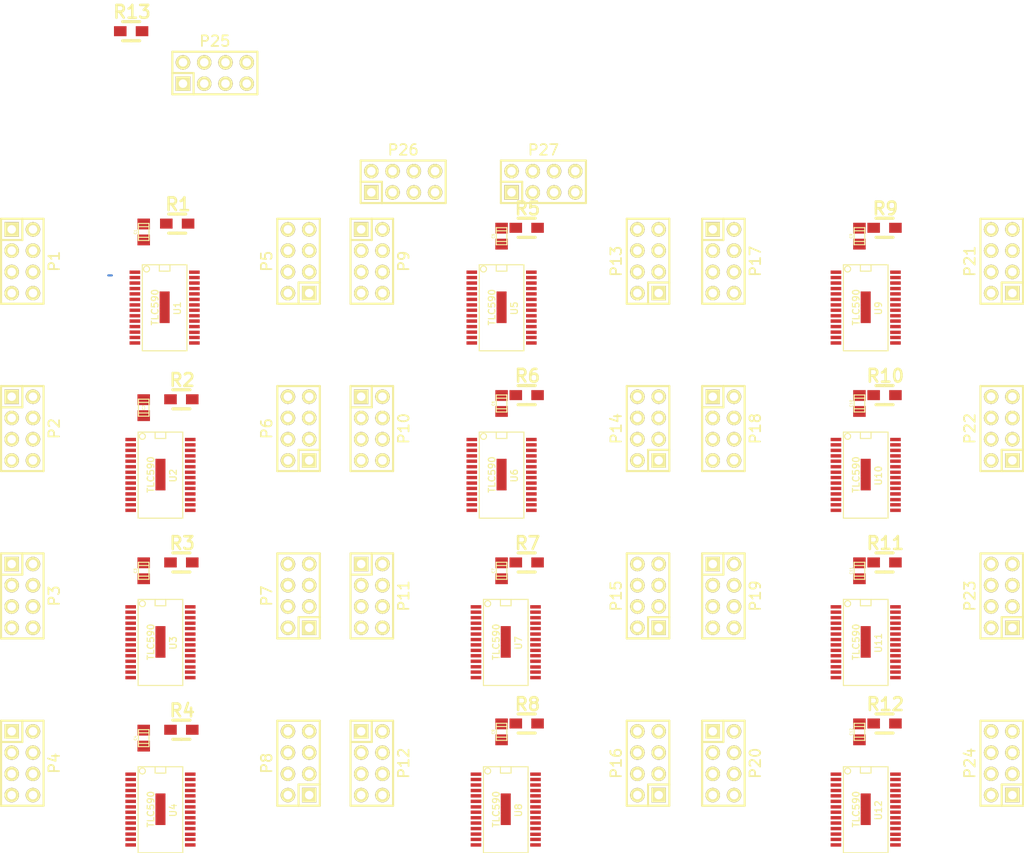
<source format=kicad_pcb>
(kicad_pcb (version 4) (host pcbnew "(2014-jul-16 BZR unknown)-product")

  (general
    (links 380)
    (no_connects 380)
    (area 0 0 0 0)
    (thickness 1.6)
    (drawings 0)
    (tracks 1)
    (zones 0)
    (modules 64)
    (nets 233)
  )

  (page A4)
  (layers
    (0 F.Cu signal)
    (31 B.Cu signal hide)
    (32 B.Adhes user)
    (33 F.Adhes user)
    (34 B.Paste user)
    (35 F.Paste user)
    (36 B.SilkS user)
    (37 F.SilkS user)
    (38 B.Mask user)
    (39 F.Mask user)
    (40 Dwgs.User user)
    (41 Cmts.User user)
    (42 Eco1.User user)
    (43 Eco2.User user)
    (44 Edge.Cuts user)
  )

  (setup
    (last_trace_width 0.254)
    (trace_clearance 0.0254)
    (zone_clearance 0.508)
    (zone_45_only no)
    (trace_min 6.4516)
    (segment_width 0.2)
    (edge_width 0.1)
    (via_size 0.889)
    (via_drill 0.635)
    (via_min_size 22.5806)
    (via_min_drill 0.508)
    (uvia_size 0.508)
    (uvia_drill 0.127)
    (uvias_allowed no)
    (uvia_min_size 12.9032)
    (uvia_min_drill 0.127)
    (pcb_text_width 0.3)
    (pcb_text_size 1.5 1.5)
    (mod_edge_width 0.15)
    (mod_text_size 1 1)
    (mod_text_width 0.15)
    (pad_size 3.78 1.2)
    (pad_drill 0)
    (pad_to_mask_clearance 0)
    (aux_axis_origin 108 151)
    (visible_elements FFFFF77F)
    (pcbplotparams
      (layerselection 0x00030_80000001)
      (usegerberextensions true)
      (excludeedgelayer true)
      (linewidth 0.100000)
      (plotframeref false)
      (viasonmask false)
      (mode 1)
      (useauxorigin false)
      (hpglpennumber 1)
      (hpglpenspeed 20)
      (hpglpendiameter 15)
      (hpglpenoverlay 2)
      (psnegative false)
      (psa4output false)
      (plotreference true)
      (plotvalue true)
      (plotinvisibletext false)
      (padsonsilk false)
      (subtractmaskfromsilk false)
      (outputformat 1)
      (mirror false)
      (drillshape 1)
      (scaleselection 1)
      (outputdirectory ""))
  )

  (net 0 "")
  (net 1 "Net-(R1-Pad2)")
  (net 2 "Net-(R2-Pad2)")
  (net 3 "Net-(R3-Pad2)")
  (net 4 "Net-(R4-Pad2)")
  (net 5 "Net-(R5-Pad2)")
  (net 6 "Net-(R6-Pad2)")
  (net 7 "Net-(R7-Pad2)")
  (net 8 "Net-(R8-Pad2)")
  (net 9 "Net-(R9-Pad2)")
  (net 10 "Net-(R10-Pad2)")
  (net 11 "Net-(R11-Pad2)")
  (net 12 "Net-(R12-Pad2)")
  (net 13 /ROA1)
  (net 14 /ROA2)
  (net 15 /ROA3)
  (net 16 /ROA4)
  (net 17 /ROA5)
  (net 18 /ROA6)
  (net 19 /ROA7)
  (net 20 /ROA8)
  (net 21 /ROB1)
  (net 22 /ROB2)
  (net 23 /ROB3)
  (net 24 /ROB4)
  (net 25 /ROB5)
  (net 26 /ROB6)
  (net 27 /ROB7)
  (net 28 /ROB8)
  (net 29 /ROC1)
  (net 30 /ROC2)
  (net 31 /ROC3)
  (net 32 /ROC4)
  (net 33 /ROC5)
  (net 34 /ROC6)
  (net 35 /ROC7)
  (net 36 /ROC8)
  (net 37 /ROD1)
  (net 38 /ROD2)
  (net 39 /ROD3)
  (net 40 /ROD4)
  (net 41 /ROD5)
  (net 42 /ROD6)
  (net 43 /ROD7)
  (net 44 /ROD8)
  (net 45 /ROA9)
  (net 46 /ROA10)
  (net 47 /ROA11)
  (net 48 /ROA12)
  (net 49 /ROA13)
  (net 50 /ROA14)
  (net 51 /ROA15)
  (net 52 /ROA16)
  (net 53 /ROB9)
  (net 54 /ROB10)
  (net 55 /ROB11)
  (net 56 /ROB12)
  (net 57 /ROB13)
  (net 58 /ROB14)
  (net 59 /ROB15)
  (net 60 /ROB16)
  (net 61 /ROC9)
  (net 62 /ROC10)
  (net 63 /ROC11)
  (net 64 /ROC12)
  (net 65 /ROC13)
  (net 66 /ROC14)
  (net 67 /ROC15)
  (net 68 /ROC16)
  (net 69 /ROD9)
  (net 70 /ROD10)
  (net 71 /ROD11)
  (net 72 /ROD12)
  (net 73 /ROD13)
  (net 74 /ROD14)
  (net 75 /ROD15)
  (net 76 /ROD16)
  (net 77 /GOA1)
  (net 78 /GOA2)
  (net 79 /GOA3)
  (net 80 /GOA4)
  (net 81 /GOA5)
  (net 82 /GOA6)
  (net 83 /GOA7)
  (net 84 /GOA8)
  (net 85 /GOB1)
  (net 86 /GOB2)
  (net 87 /GOB3)
  (net 88 /GOB4)
  (net 89 /GOB5)
  (net 90 /GOB6)
  (net 91 /GOB7)
  (net 92 /GOB8)
  (net 93 /GOC1)
  (net 94 /GOC2)
  (net 95 /GOC3)
  (net 96 /GOC4)
  (net 97 /GOC5)
  (net 98 /GOC6)
  (net 99 /GOC7)
  (net 100 /GOC8)
  (net 101 /GOD1)
  (net 102 /GOD2)
  (net 103 /GOD3)
  (net 104 /GOD4)
  (net 105 /GOD5)
  (net 106 /GOD6)
  (net 107 /GOD7)
  (net 108 /GOD8)
  (net 109 /GOA9)
  (net 110 /GOA10)
  (net 111 /GOA11)
  (net 112 /GOA12)
  (net 113 /GOA13)
  (net 114 /GOA14)
  (net 115 /GOA15)
  (net 116 /GOA16)
  (net 117 /GOB9)
  (net 118 /GOB10)
  (net 119 /GOB11)
  (net 120 /GOB12)
  (net 121 /GOB13)
  (net 122 /GOB14)
  (net 123 /GOB15)
  (net 124 /GOB16)
  (net 125 /GOC9)
  (net 126 /GOC10)
  (net 127 /GOC11)
  (net 128 /GOC12)
  (net 129 /GOC13)
  (net 130 /GOC14)
  (net 131 /GOC15)
  (net 132 /GOC16)
  (net 133 /GOD9)
  (net 134 /GOD10)
  (net 135 /GOD11)
  (net 136 /GOD12)
  (net 137 /GOD13)
  (net 138 /GOD14)
  (net 139 /GOD15)
  (net 140 /GOD16)
  (net 141 /BOA1)
  (net 142 /BOA2)
  (net 143 /BOA3)
  (net 144 /BOA4)
  (net 145 /BOA5)
  (net 146 /BOA6)
  (net 147 /BOA7)
  (net 148 /BOA8)
  (net 149 /BOB1)
  (net 150 /BOB2)
  (net 151 /BOB3)
  (net 152 /BOB4)
  (net 153 /BOB5)
  (net 154 /BOB6)
  (net 155 /BOB7)
  (net 156 /BOB8)
  (net 157 /BOC1)
  (net 158 /BOC2)
  (net 159 /BOC3)
  (net 160 /BOC4)
  (net 161 /BOC5)
  (net 162 /BOC6)
  (net 163 /BOC7)
  (net 164 /BOC8)
  (net 165 /BOD1)
  (net 166 /BOD2)
  (net 167 /BOD3)
  (net 168 /BOD4)
  (net 169 /BOD5)
  (net 170 /BOD6)
  (net 171 /BOD7)
  (net 172 /BOD8)
  (net 173 /BOA9)
  (net 174 /BOA10)
  (net 175 /BOA11)
  (net 176 /BOA12)
  (net 177 /BOA13)
  (net 178 /BOA14)
  (net 179 /BOA15)
  (net 180 /BOA16)
  (net 181 /BOB9)
  (net 182 /BOB10)
  (net 183 /BOB11)
  (net 184 /BOB12)
  (net 185 /BOB13)
  (net 186 /BOB14)
  (net 187 /BOB15)
  (net 188 /BOB16)
  (net 189 /BOC9)
  (net 190 /BOC10)
  (net 191 /BOC11)
  (net 192 /BOC12)
  (net 193 /BOC13)
  (net 194 /BOC14)
  (net 195 /BOC15)
  (net 196 /BOC16)
  (net 197 /BOD9)
  (net 198 /BOD10)
  (net 199 /BOD11)
  (net 200 /BOD12)
  (net 201 /BOD13)
  (net 202 /BOD14)
  (net 203 /BOD15)
  (net 204 /BOD16)
  (net 205 GND)
  (net 206 /blank)
  (net 207 /xlat)
  (net 208 /sclk)
  (net 209 /sin)
  (net 210 /xerr)
  (net 211 /sin_B)
  (net 212 /gsclk)
  (net 213 /sin_C)
  (net 214 /sin_D)
  (net 215 /sin_E)
  (net 216 /sin_F)
  (net 217 /sin_G)
  (net 218 /sin_H)
  (net 219 /sin_I)
  (net 220 /sin_J)
  (net 221 /sin_K)
  (net 222 /sin_L)
  (net 223 +3.3V)
  (net 224 /L1)
  (net 225 /L2)
  (net 226 /L3)
  (net 227 /L4)
  (net 228 /L5)
  (net 229 /L6)
  (net 230 /L7)
  (net 231 /L8)
  (net 232 /vprg)

  (net_class Default "This is the default net class."
    (clearance 0.0254)
    (trace_width 0.254)
    (via_dia 0.889)
    (via_drill 0.635)
    (uvia_dia 0.508)
    (uvia_drill 0.127)
    (add_net +3.3V)
    (add_net /BOA1)
    (add_net /BOA10)
    (add_net /BOA11)
    (add_net /BOA12)
    (add_net /BOA13)
    (add_net /BOA14)
    (add_net /BOA15)
    (add_net /BOA16)
    (add_net /BOA2)
    (add_net /BOA3)
    (add_net /BOA4)
    (add_net /BOA5)
    (add_net /BOA6)
    (add_net /BOA7)
    (add_net /BOA8)
    (add_net /BOA9)
    (add_net /BOB1)
    (add_net /BOB10)
    (add_net /BOB11)
    (add_net /BOB12)
    (add_net /BOB13)
    (add_net /BOB14)
    (add_net /BOB15)
    (add_net /BOB16)
    (add_net /BOB2)
    (add_net /BOB3)
    (add_net /BOB4)
    (add_net /BOB5)
    (add_net /BOB6)
    (add_net /BOB7)
    (add_net /BOB8)
    (add_net /BOB9)
    (add_net /BOC1)
    (add_net /BOC10)
    (add_net /BOC11)
    (add_net /BOC12)
    (add_net /BOC13)
    (add_net /BOC14)
    (add_net /BOC15)
    (add_net /BOC16)
    (add_net /BOC2)
    (add_net /BOC3)
    (add_net /BOC4)
    (add_net /BOC5)
    (add_net /BOC6)
    (add_net /BOC7)
    (add_net /BOC8)
    (add_net /BOC9)
    (add_net /BOD1)
    (add_net /BOD10)
    (add_net /BOD11)
    (add_net /BOD12)
    (add_net /BOD13)
    (add_net /BOD14)
    (add_net /BOD15)
    (add_net /BOD16)
    (add_net /BOD2)
    (add_net /BOD3)
    (add_net /BOD4)
    (add_net /BOD5)
    (add_net /BOD6)
    (add_net /BOD7)
    (add_net /BOD8)
    (add_net /BOD9)
    (add_net /GOA1)
    (add_net /GOA10)
    (add_net /GOA11)
    (add_net /GOA12)
    (add_net /GOA13)
    (add_net /GOA14)
    (add_net /GOA15)
    (add_net /GOA16)
    (add_net /GOA2)
    (add_net /GOA3)
    (add_net /GOA4)
    (add_net /GOA5)
    (add_net /GOA6)
    (add_net /GOA7)
    (add_net /GOA8)
    (add_net /GOA9)
    (add_net /GOB1)
    (add_net /GOB10)
    (add_net /GOB11)
    (add_net /GOB12)
    (add_net /GOB13)
    (add_net /GOB14)
    (add_net /GOB15)
    (add_net /GOB16)
    (add_net /GOB2)
    (add_net /GOB3)
    (add_net /GOB4)
    (add_net /GOB5)
    (add_net /GOB6)
    (add_net /GOB7)
    (add_net /GOB8)
    (add_net /GOB9)
    (add_net /GOC1)
    (add_net /GOC10)
    (add_net /GOC11)
    (add_net /GOC12)
    (add_net /GOC13)
    (add_net /GOC14)
    (add_net /GOC15)
    (add_net /GOC16)
    (add_net /GOC2)
    (add_net /GOC3)
    (add_net /GOC4)
    (add_net /GOC5)
    (add_net /GOC6)
    (add_net /GOC7)
    (add_net /GOC8)
    (add_net /GOC9)
    (add_net /GOD1)
    (add_net /GOD10)
    (add_net /GOD11)
    (add_net /GOD12)
    (add_net /GOD13)
    (add_net /GOD14)
    (add_net /GOD15)
    (add_net /GOD16)
    (add_net /GOD2)
    (add_net /GOD3)
    (add_net /GOD4)
    (add_net /GOD5)
    (add_net /GOD6)
    (add_net /GOD7)
    (add_net /GOD8)
    (add_net /GOD9)
    (add_net /L1)
    (add_net /L2)
    (add_net /L3)
    (add_net /L4)
    (add_net /L5)
    (add_net /L6)
    (add_net /L7)
    (add_net /L8)
    (add_net /ROA1)
    (add_net /ROA10)
    (add_net /ROA11)
    (add_net /ROA12)
    (add_net /ROA13)
    (add_net /ROA14)
    (add_net /ROA15)
    (add_net /ROA16)
    (add_net /ROA2)
    (add_net /ROA3)
    (add_net /ROA4)
    (add_net /ROA5)
    (add_net /ROA6)
    (add_net /ROA7)
    (add_net /ROA8)
    (add_net /ROA9)
    (add_net /ROB1)
    (add_net /ROB10)
    (add_net /ROB11)
    (add_net /ROB12)
    (add_net /ROB13)
    (add_net /ROB14)
    (add_net /ROB15)
    (add_net /ROB16)
    (add_net /ROB2)
    (add_net /ROB3)
    (add_net /ROB4)
    (add_net /ROB5)
    (add_net /ROB6)
    (add_net /ROB7)
    (add_net /ROB8)
    (add_net /ROB9)
    (add_net /ROC1)
    (add_net /ROC10)
    (add_net /ROC11)
    (add_net /ROC12)
    (add_net /ROC13)
    (add_net /ROC14)
    (add_net /ROC15)
    (add_net /ROC16)
    (add_net /ROC2)
    (add_net /ROC3)
    (add_net /ROC4)
    (add_net /ROC5)
    (add_net /ROC6)
    (add_net /ROC7)
    (add_net /ROC8)
    (add_net /ROC9)
    (add_net /ROD1)
    (add_net /ROD10)
    (add_net /ROD11)
    (add_net /ROD12)
    (add_net /ROD13)
    (add_net /ROD14)
    (add_net /ROD15)
    (add_net /ROD16)
    (add_net /ROD2)
    (add_net /ROD3)
    (add_net /ROD4)
    (add_net /ROD5)
    (add_net /ROD6)
    (add_net /ROD7)
    (add_net /ROD8)
    (add_net /ROD9)
    (add_net /blank)
    (add_net /gsclk)
    (add_net /sclk)
    (add_net /sin)
    (add_net /sin_B)
    (add_net /sin_C)
    (add_net /sin_D)
    (add_net /sin_E)
    (add_net /sin_F)
    (add_net /sin_G)
    (add_net /sin_H)
    (add_net /sin_I)
    (add_net /sin_J)
    (add_net /sin_K)
    (add_net /sin_L)
    (add_net /vprg)
    (add_net /xerr)
    (add_net /xlat)
    (add_net GND)
    (add_net "Net-(R1-Pad2)")
    (add_net "Net-(R10-Pad2)")
    (add_net "Net-(R11-Pad2)")
    (add_net "Net-(R12-Pad2)")
    (add_net "Net-(R2-Pad2)")
    (add_net "Net-(R3-Pad2)")
    (add_net "Net-(R4-Pad2)")
    (add_net "Net-(R5-Pad2)")
    (add_net "Net-(R6-Pad2)")
    (add_net "Net-(R7-Pad2)")
    (add_net "Net-(R8-Pad2)")
    (add_net "Net-(R9-Pad2)")
  )

  (module Pin_Headers:Pin_Header_Straight_2x04 placed (layer F.Cu) (tedit 53A8F82A) (tstamp 53AC7415)
    (at 149.75 60 270)
    (descr "1 pin")
    (tags "CONN DEV")
    (path /53A908B6)
    (fp_text reference P9 (at 0 -3.81 270) (layer F.SilkS)
      (effects (font (size 1.27 1.27) (thickness 0.2032)))
    )
    (fp_text value CONN_4X2 (at 0 0 270) (layer F.SilkS) hide
      (effects (font (size 1.27 1.27) (thickness 0.2032)))
    )
    (fp_line (start -2.54 2.54) (end 5.08 2.54) (layer F.SilkS) (width 0.254))
    (fp_line (start 5.08 2.54) (end 5.08 -2.54) (layer F.SilkS) (width 0.254))
    (fp_line (start 5.08 -2.54) (end -5.08 -2.54) (layer F.SilkS) (width 0.254))
    (fp_line (start -5.08 -2.54) (end -5.08 0) (layer F.SilkS) (width 0.254))
    (fp_line (start -5.08 2.54) (end -2.54 2.54) (layer F.SilkS) (width 0.254))
    (fp_line (start -5.08 0) (end -2.54 0) (layer F.SilkS) (width 0.254))
    (fp_line (start -2.54 0) (end -2.54 2.54) (layer F.SilkS) (width 0.254))
    (fp_line (start -5.08 2.54) (end -5.08 0) (layer F.SilkS) (width 0.254))
    (pad 1 thru_hole rect (at -3.81 1.27 270) (size 1.7272 1.7272) (drill 1.016) (layers *.Cu *.Mask F.SilkS)
      (net 78 /GOA2))
    (pad 2 thru_hole oval (at -3.81 -1.27 270) (size 1.7272 1.7272) (drill 1.016) (layers *.Cu *.Mask F.SilkS)
      (net 77 /GOA1))
    (pad 3 thru_hole oval (at -1.27 1.27 270) (size 1.7272 1.7272) (drill 1.016) (layers *.Cu *.Mask F.SilkS)
      (net 80 /GOA4))
    (pad 4 thru_hole oval (at -1.27 -1.27 270) (size 1.7272 1.7272) (drill 1.016) (layers *.Cu *.Mask F.SilkS)
      (net 79 /GOA3))
    (pad 5 thru_hole oval (at 1.27 1.27 270) (size 1.7272 1.7272) (drill 1.016) (layers *.Cu *.Mask F.SilkS)
      (net 82 /GOA6))
    (pad 6 thru_hole oval (at 1.27 -1.27 270) (size 1.7272 1.7272) (drill 1.016) (layers *.Cu *.Mask F.SilkS)
      (net 81 /GOA5))
    (pad 7 thru_hole oval (at 3.81 1.27 270) (size 1.7272 1.7272) (drill 1.016) (layers *.Cu *.Mask F.SilkS)
      (net 84 /GOA8))
    (pad 8 thru_hole oval (at 3.81 -1.27 270) (size 1.7272 1.7272) (drill 1.016) (layers *.Cu *.Mask F.SilkS)
      (net 83 /GOA7))
    (model Pin_Headers/Pin_Header_Straight_2x04.wrl
      (at (xyz 0 0 0))
      (scale (xyz 1 1 1))
      (rotate (xyz 0 0 0))
    )
  )

  (module Pin_Headers:Pin_Header_Straight_2x04 placed (layer F.Cu) (tedit 53A8F82A) (tstamp 53AC7400)
    (at 149.75 80 270)
    (descr "1 pin")
    (tags "CONN DEV")
    (path /53A90900)
    (fp_text reference P10 (at 0 -3.81 270) (layer F.SilkS)
      (effects (font (size 1.27 1.27) (thickness 0.2032)))
    )
    (fp_text value CONN_4X2 (at 0 0 270) (layer F.SilkS) hide
      (effects (font (size 1.27 1.27) (thickness 0.2032)))
    )
    (fp_line (start -2.54 2.54) (end 5.08 2.54) (layer F.SilkS) (width 0.254))
    (fp_line (start 5.08 2.54) (end 5.08 -2.54) (layer F.SilkS) (width 0.254))
    (fp_line (start 5.08 -2.54) (end -5.08 -2.54) (layer F.SilkS) (width 0.254))
    (fp_line (start -5.08 -2.54) (end -5.08 0) (layer F.SilkS) (width 0.254))
    (fp_line (start -5.08 2.54) (end -2.54 2.54) (layer F.SilkS) (width 0.254))
    (fp_line (start -5.08 0) (end -2.54 0) (layer F.SilkS) (width 0.254))
    (fp_line (start -2.54 0) (end -2.54 2.54) (layer F.SilkS) (width 0.254))
    (fp_line (start -5.08 2.54) (end -5.08 0) (layer F.SilkS) (width 0.254))
    (pad 1 thru_hole rect (at -3.81 1.27 270) (size 1.7272 1.7272) (drill 1.016) (layers *.Cu *.Mask F.SilkS)
      (net 86 /GOB2))
    (pad 2 thru_hole oval (at -3.81 -1.27 270) (size 1.7272 1.7272) (drill 1.016) (layers *.Cu *.Mask F.SilkS)
      (net 85 /GOB1))
    (pad 3 thru_hole oval (at -1.27 1.27 270) (size 1.7272 1.7272) (drill 1.016) (layers *.Cu *.Mask F.SilkS)
      (net 88 /GOB4))
    (pad 4 thru_hole oval (at -1.27 -1.27 270) (size 1.7272 1.7272) (drill 1.016) (layers *.Cu *.Mask F.SilkS)
      (net 87 /GOB3))
    (pad 5 thru_hole oval (at 1.27 1.27 270) (size 1.7272 1.7272) (drill 1.016) (layers *.Cu *.Mask F.SilkS)
      (net 90 /GOB6))
    (pad 6 thru_hole oval (at 1.27 -1.27 270) (size 1.7272 1.7272) (drill 1.016) (layers *.Cu *.Mask F.SilkS)
      (net 89 /GOB5))
    (pad 7 thru_hole oval (at 3.81 1.27 270) (size 1.7272 1.7272) (drill 1.016) (layers *.Cu *.Mask F.SilkS)
      (net 92 /GOB8))
    (pad 8 thru_hole oval (at 3.81 -1.27 270) (size 1.7272 1.7272) (drill 1.016) (layers *.Cu *.Mask F.SilkS)
      (net 91 /GOB7))
    (model Pin_Headers/Pin_Header_Straight_2x04.wrl
      (at (xyz 0 0 0))
      (scale (xyz 1 1 1))
      (rotate (xyz 0 0 0))
    )
  )

  (module Pin_Headers:Pin_Header_Straight_2x04 placed (layer F.Cu) (tedit 53A8F82A) (tstamp 53AC73EB)
    (at 149.75 100 270)
    (descr "1 pin")
    (tags "CONN DEV")
    (path /53A90943)
    (fp_text reference P11 (at 0 -3.81 270) (layer F.SilkS)
      (effects (font (size 1.27 1.27) (thickness 0.2032)))
    )
    (fp_text value CONN_4X2 (at 0 0 270) (layer F.SilkS) hide
      (effects (font (size 1.27 1.27) (thickness 0.2032)))
    )
    (fp_line (start -2.54 2.54) (end 5.08 2.54) (layer F.SilkS) (width 0.254))
    (fp_line (start 5.08 2.54) (end 5.08 -2.54) (layer F.SilkS) (width 0.254))
    (fp_line (start 5.08 -2.54) (end -5.08 -2.54) (layer F.SilkS) (width 0.254))
    (fp_line (start -5.08 -2.54) (end -5.08 0) (layer F.SilkS) (width 0.254))
    (fp_line (start -5.08 2.54) (end -2.54 2.54) (layer F.SilkS) (width 0.254))
    (fp_line (start -5.08 0) (end -2.54 0) (layer F.SilkS) (width 0.254))
    (fp_line (start -2.54 0) (end -2.54 2.54) (layer F.SilkS) (width 0.254))
    (fp_line (start -5.08 2.54) (end -5.08 0) (layer F.SilkS) (width 0.254))
    (pad 1 thru_hole rect (at -3.81 1.27 270) (size 1.7272 1.7272) (drill 1.016) (layers *.Cu *.Mask F.SilkS)
      (net 94 /GOC2))
    (pad 2 thru_hole oval (at -3.81 -1.27 270) (size 1.7272 1.7272) (drill 1.016) (layers *.Cu *.Mask F.SilkS)
      (net 93 /GOC1))
    (pad 3 thru_hole oval (at -1.27 1.27 270) (size 1.7272 1.7272) (drill 1.016) (layers *.Cu *.Mask F.SilkS)
      (net 96 /GOC4))
    (pad 4 thru_hole oval (at -1.27 -1.27 270) (size 1.7272 1.7272) (drill 1.016) (layers *.Cu *.Mask F.SilkS)
      (net 95 /GOC3))
    (pad 5 thru_hole oval (at 1.27 1.27 270) (size 1.7272 1.7272) (drill 1.016) (layers *.Cu *.Mask F.SilkS)
      (net 98 /GOC6))
    (pad 6 thru_hole oval (at 1.27 -1.27 270) (size 1.7272 1.7272) (drill 1.016) (layers *.Cu *.Mask F.SilkS)
      (net 97 /GOC5))
    (pad 7 thru_hole oval (at 3.81 1.27 270) (size 1.7272 1.7272) (drill 1.016) (layers *.Cu *.Mask F.SilkS)
      (net 100 /GOC8))
    (pad 8 thru_hole oval (at 3.81 -1.27 270) (size 1.7272 1.7272) (drill 1.016) (layers *.Cu *.Mask F.SilkS)
      (net 99 /GOC7))
    (model Pin_Headers/Pin_Header_Straight_2x04.wrl
      (at (xyz 0 0 0))
      (scale (xyz 1 1 1))
      (rotate (xyz 0 0 0))
    )
  )

  (module Pin_Headers:Pin_Header_Straight_2x04 placed (layer F.Cu) (tedit 53A8F82A) (tstamp 53AC73D6)
    (at 149.75 120 270)
    (descr "1 pin")
    (tags "CONN DEV")
    (path /53A9098D)
    (fp_text reference P12 (at 0 -3.81 270) (layer F.SilkS)
      (effects (font (size 1.27 1.27) (thickness 0.2032)))
    )
    (fp_text value CONN_4X2 (at 0 0 270) (layer F.SilkS) hide
      (effects (font (size 1.27 1.27) (thickness 0.2032)))
    )
    (fp_line (start -2.54 2.54) (end 5.08 2.54) (layer F.SilkS) (width 0.254))
    (fp_line (start 5.08 2.54) (end 5.08 -2.54) (layer F.SilkS) (width 0.254))
    (fp_line (start 5.08 -2.54) (end -5.08 -2.54) (layer F.SilkS) (width 0.254))
    (fp_line (start -5.08 -2.54) (end -5.08 0) (layer F.SilkS) (width 0.254))
    (fp_line (start -5.08 2.54) (end -2.54 2.54) (layer F.SilkS) (width 0.254))
    (fp_line (start -5.08 0) (end -2.54 0) (layer F.SilkS) (width 0.254))
    (fp_line (start -2.54 0) (end -2.54 2.54) (layer F.SilkS) (width 0.254))
    (fp_line (start -5.08 2.54) (end -5.08 0) (layer F.SilkS) (width 0.254))
    (pad 1 thru_hole rect (at -3.81 1.27 270) (size 1.7272 1.7272) (drill 1.016) (layers *.Cu *.Mask F.SilkS)
      (net 102 /GOD2))
    (pad 2 thru_hole oval (at -3.81 -1.27 270) (size 1.7272 1.7272) (drill 1.016) (layers *.Cu *.Mask F.SilkS)
      (net 101 /GOD1))
    (pad 3 thru_hole oval (at -1.27 1.27 270) (size 1.7272 1.7272) (drill 1.016) (layers *.Cu *.Mask F.SilkS)
      (net 104 /GOD4))
    (pad 4 thru_hole oval (at -1.27 -1.27 270) (size 1.7272 1.7272) (drill 1.016) (layers *.Cu *.Mask F.SilkS)
      (net 103 /GOD3))
    (pad 5 thru_hole oval (at 1.27 1.27 270) (size 1.7272 1.7272) (drill 1.016) (layers *.Cu *.Mask F.SilkS)
      (net 106 /GOD6))
    (pad 6 thru_hole oval (at 1.27 -1.27 270) (size 1.7272 1.7272) (drill 1.016) (layers *.Cu *.Mask F.SilkS)
      (net 105 /GOD5))
    (pad 7 thru_hole oval (at 3.81 1.27 270) (size 1.7272 1.7272) (drill 1.016) (layers *.Cu *.Mask F.SilkS)
      (net 108 /GOD8))
    (pad 8 thru_hole oval (at 3.81 -1.27 270) (size 1.7272 1.7272) (drill 1.016) (layers *.Cu *.Mask F.SilkS)
      (net 107 /GOD7))
    (model Pin_Headers/Pin_Header_Straight_2x04.wrl
      (at (xyz 0 0 0))
      (scale (xyz 1 1 1))
      (rotate (xyz 0 0 0))
    )
  )

  (module Pin_Headers:Pin_Header_Straight_2x04 placed (layer F.Cu) (tedit 53A8F82A) (tstamp 53AC73C1)
    (at 182.75 60 90)
    (descr "1 pin")
    (tags "CONN DEV")
    (path /53A908D2)
    (fp_text reference P13 (at 0 -3.81 90) (layer F.SilkS)
      (effects (font (size 1.27 1.27) (thickness 0.2032)))
    )
    (fp_text value CONN_4X2 (at 0 0 90) (layer F.SilkS) hide
      (effects (font (size 1.27 1.27) (thickness 0.2032)))
    )
    (fp_line (start -2.54 2.54) (end 5.08 2.54) (layer F.SilkS) (width 0.254))
    (fp_line (start 5.08 2.54) (end 5.08 -2.54) (layer F.SilkS) (width 0.254))
    (fp_line (start 5.08 -2.54) (end -5.08 -2.54) (layer F.SilkS) (width 0.254))
    (fp_line (start -5.08 -2.54) (end -5.08 0) (layer F.SilkS) (width 0.254))
    (fp_line (start -5.08 2.54) (end -2.54 2.54) (layer F.SilkS) (width 0.254))
    (fp_line (start -5.08 0) (end -2.54 0) (layer F.SilkS) (width 0.254))
    (fp_line (start -2.54 0) (end -2.54 2.54) (layer F.SilkS) (width 0.254))
    (fp_line (start -5.08 2.54) (end -5.08 0) (layer F.SilkS) (width 0.254))
    (pad 1 thru_hole rect (at -3.81 1.27 90) (size 1.7272 1.7272) (drill 1.016) (layers *.Cu *.Mask F.SilkS)
      (net 109 /GOA9))
    (pad 2 thru_hole oval (at -3.81 -1.27 90) (size 1.7272 1.7272) (drill 1.016) (layers *.Cu *.Mask F.SilkS)
      (net 110 /GOA10))
    (pad 3 thru_hole oval (at -1.27 1.27 90) (size 1.7272 1.7272) (drill 1.016) (layers *.Cu *.Mask F.SilkS)
      (net 111 /GOA11))
    (pad 4 thru_hole oval (at -1.27 -1.27 90) (size 1.7272 1.7272) (drill 1.016) (layers *.Cu *.Mask F.SilkS)
      (net 112 /GOA12))
    (pad 5 thru_hole oval (at 1.27 1.27 90) (size 1.7272 1.7272) (drill 1.016) (layers *.Cu *.Mask F.SilkS)
      (net 113 /GOA13))
    (pad 6 thru_hole oval (at 1.27 -1.27 90) (size 1.7272 1.7272) (drill 1.016) (layers *.Cu *.Mask F.SilkS)
      (net 114 /GOA14))
    (pad 7 thru_hole oval (at 3.81 1.27 90) (size 1.7272 1.7272) (drill 1.016) (layers *.Cu *.Mask F.SilkS)
      (net 115 /GOA15))
    (pad 8 thru_hole oval (at 3.81 -1.27 90) (size 1.7272 1.7272) (drill 1.016) (layers *.Cu *.Mask F.SilkS)
      (net 116 /GOA16))
    (model Pin_Headers/Pin_Header_Straight_2x04.wrl
      (at (xyz 0 0 0))
      (scale (xyz 1 1 1))
      (rotate (xyz 0 0 0))
    )
  )

  (module Pin_Headers:Pin_Header_Straight_2x04 placed (layer F.Cu) (tedit 53A8F82A) (tstamp 53AC73AC)
    (at 182.75 80 90)
    (descr "1 pin")
    (tags "CONN DEV")
    (path /53A9091C)
    (fp_text reference P14 (at 0 -3.81 90) (layer F.SilkS)
      (effects (font (size 1.27 1.27) (thickness 0.2032)))
    )
    (fp_text value CONN_4X2 (at 0 0 90) (layer F.SilkS) hide
      (effects (font (size 1.27 1.27) (thickness 0.2032)))
    )
    (fp_line (start -2.54 2.54) (end 5.08 2.54) (layer F.SilkS) (width 0.254))
    (fp_line (start 5.08 2.54) (end 5.08 -2.54) (layer F.SilkS) (width 0.254))
    (fp_line (start 5.08 -2.54) (end -5.08 -2.54) (layer F.SilkS) (width 0.254))
    (fp_line (start -5.08 -2.54) (end -5.08 0) (layer F.SilkS) (width 0.254))
    (fp_line (start -5.08 2.54) (end -2.54 2.54) (layer F.SilkS) (width 0.254))
    (fp_line (start -5.08 0) (end -2.54 0) (layer F.SilkS) (width 0.254))
    (fp_line (start -2.54 0) (end -2.54 2.54) (layer F.SilkS) (width 0.254))
    (fp_line (start -5.08 2.54) (end -5.08 0) (layer F.SilkS) (width 0.254))
    (pad 1 thru_hole rect (at -3.81 1.27 90) (size 1.7272 1.7272) (drill 1.016) (layers *.Cu *.Mask F.SilkS)
      (net 117 /GOB9))
    (pad 2 thru_hole oval (at -3.81 -1.27 90) (size 1.7272 1.7272) (drill 1.016) (layers *.Cu *.Mask F.SilkS)
      (net 118 /GOB10))
    (pad 3 thru_hole oval (at -1.27 1.27 90) (size 1.7272 1.7272) (drill 1.016) (layers *.Cu *.Mask F.SilkS)
      (net 119 /GOB11))
    (pad 4 thru_hole oval (at -1.27 -1.27 90) (size 1.7272 1.7272) (drill 1.016) (layers *.Cu *.Mask F.SilkS)
      (net 120 /GOB12))
    (pad 5 thru_hole oval (at 1.27 1.27 90) (size 1.7272 1.7272) (drill 1.016) (layers *.Cu *.Mask F.SilkS)
      (net 121 /GOB13))
    (pad 6 thru_hole oval (at 1.27 -1.27 90) (size 1.7272 1.7272) (drill 1.016) (layers *.Cu *.Mask F.SilkS)
      (net 122 /GOB14))
    (pad 7 thru_hole oval (at 3.81 1.27 90) (size 1.7272 1.7272) (drill 1.016) (layers *.Cu *.Mask F.SilkS)
      (net 123 /GOB15))
    (pad 8 thru_hole oval (at 3.81 -1.27 90) (size 1.7272 1.7272) (drill 1.016) (layers *.Cu *.Mask F.SilkS)
      (net 124 /GOB16))
    (model Pin_Headers/Pin_Header_Straight_2x04.wrl
      (at (xyz 0 0 0))
      (scale (xyz 1 1 1))
      (rotate (xyz 0 0 0))
    )
  )

  (module Pin_Headers:Pin_Header_Straight_2x04 placed (layer F.Cu) (tedit 53A8F82A) (tstamp 53AC7397)
    (at 182.75 100 90)
    (descr "1 pin")
    (tags "CONN DEV")
    (path /53A9095F)
    (fp_text reference P15 (at 0 -3.81 90) (layer F.SilkS)
      (effects (font (size 1.27 1.27) (thickness 0.2032)))
    )
    (fp_text value CONN_4X2 (at 0 0 90) (layer F.SilkS) hide
      (effects (font (size 1.27 1.27) (thickness 0.2032)))
    )
    (fp_line (start -2.54 2.54) (end 5.08 2.54) (layer F.SilkS) (width 0.254))
    (fp_line (start 5.08 2.54) (end 5.08 -2.54) (layer F.SilkS) (width 0.254))
    (fp_line (start 5.08 -2.54) (end -5.08 -2.54) (layer F.SilkS) (width 0.254))
    (fp_line (start -5.08 -2.54) (end -5.08 0) (layer F.SilkS) (width 0.254))
    (fp_line (start -5.08 2.54) (end -2.54 2.54) (layer F.SilkS) (width 0.254))
    (fp_line (start -5.08 0) (end -2.54 0) (layer F.SilkS) (width 0.254))
    (fp_line (start -2.54 0) (end -2.54 2.54) (layer F.SilkS) (width 0.254))
    (fp_line (start -5.08 2.54) (end -5.08 0) (layer F.SilkS) (width 0.254))
    (pad 1 thru_hole rect (at -3.81 1.27 90) (size 1.7272 1.7272) (drill 1.016) (layers *.Cu *.Mask F.SilkS)
      (net 125 /GOC9))
    (pad 2 thru_hole oval (at -3.81 -1.27 90) (size 1.7272 1.7272) (drill 1.016) (layers *.Cu *.Mask F.SilkS)
      (net 126 /GOC10))
    (pad 3 thru_hole oval (at -1.27 1.27 90) (size 1.7272 1.7272) (drill 1.016) (layers *.Cu *.Mask F.SilkS)
      (net 127 /GOC11))
    (pad 4 thru_hole oval (at -1.27 -1.27 90) (size 1.7272 1.7272) (drill 1.016) (layers *.Cu *.Mask F.SilkS)
      (net 128 /GOC12))
    (pad 5 thru_hole oval (at 1.27 1.27 90) (size 1.7272 1.7272) (drill 1.016) (layers *.Cu *.Mask F.SilkS)
      (net 129 /GOC13))
    (pad 6 thru_hole oval (at 1.27 -1.27 90) (size 1.7272 1.7272) (drill 1.016) (layers *.Cu *.Mask F.SilkS)
      (net 130 /GOC14))
    (pad 7 thru_hole oval (at 3.81 1.27 90) (size 1.7272 1.7272) (drill 1.016) (layers *.Cu *.Mask F.SilkS)
      (net 131 /GOC15))
    (pad 8 thru_hole oval (at 3.81 -1.27 90) (size 1.7272 1.7272) (drill 1.016) (layers *.Cu *.Mask F.SilkS)
      (net 132 /GOC16))
    (model Pin_Headers/Pin_Header_Straight_2x04.wrl
      (at (xyz 0 0 0))
      (scale (xyz 1 1 1))
      (rotate (xyz 0 0 0))
    )
  )

  (module Pin_Headers:Pin_Header_Straight_2x04 placed (layer F.Cu) (tedit 53A8F82A) (tstamp 53AC7382)
    (at 182.75 120 90)
    (descr "1 pin")
    (tags "CONN DEV")
    (path /53A909A9)
    (fp_text reference P16 (at 0 -3.81 90) (layer F.SilkS)
      (effects (font (size 1.27 1.27) (thickness 0.2032)))
    )
    (fp_text value CONN_4X2 (at 0 0 90) (layer F.SilkS) hide
      (effects (font (size 1.27 1.27) (thickness 0.2032)))
    )
    (fp_line (start -2.54 2.54) (end 5.08 2.54) (layer F.SilkS) (width 0.254))
    (fp_line (start 5.08 2.54) (end 5.08 -2.54) (layer F.SilkS) (width 0.254))
    (fp_line (start 5.08 -2.54) (end -5.08 -2.54) (layer F.SilkS) (width 0.254))
    (fp_line (start -5.08 -2.54) (end -5.08 0) (layer F.SilkS) (width 0.254))
    (fp_line (start -5.08 2.54) (end -2.54 2.54) (layer F.SilkS) (width 0.254))
    (fp_line (start -5.08 0) (end -2.54 0) (layer F.SilkS) (width 0.254))
    (fp_line (start -2.54 0) (end -2.54 2.54) (layer F.SilkS) (width 0.254))
    (fp_line (start -5.08 2.54) (end -5.08 0) (layer F.SilkS) (width 0.254))
    (pad 1 thru_hole rect (at -3.81 1.27 90) (size 1.7272 1.7272) (drill 1.016) (layers *.Cu *.Mask F.SilkS)
      (net 133 /GOD9))
    (pad 2 thru_hole oval (at -3.81 -1.27 90) (size 1.7272 1.7272) (drill 1.016) (layers *.Cu *.Mask F.SilkS)
      (net 134 /GOD10))
    (pad 3 thru_hole oval (at -1.27 1.27 90) (size 1.7272 1.7272) (drill 1.016) (layers *.Cu *.Mask F.SilkS)
      (net 135 /GOD11))
    (pad 4 thru_hole oval (at -1.27 -1.27 90) (size 1.7272 1.7272) (drill 1.016) (layers *.Cu *.Mask F.SilkS)
      (net 136 /GOD12))
    (pad 5 thru_hole oval (at 1.27 1.27 90) (size 1.7272 1.7272) (drill 1.016) (layers *.Cu *.Mask F.SilkS)
      (net 137 /GOD13))
    (pad 6 thru_hole oval (at 1.27 -1.27 90) (size 1.7272 1.7272) (drill 1.016) (layers *.Cu *.Mask F.SilkS)
      (net 138 /GOD14))
    (pad 7 thru_hole oval (at 3.81 1.27 90) (size 1.7272 1.7272) (drill 1.016) (layers *.Cu *.Mask F.SilkS)
      (net 139 /GOD15))
    (pad 8 thru_hole oval (at 3.81 -1.27 90) (size 1.7272 1.7272) (drill 1.016) (layers *.Cu *.Mask F.SilkS)
      (net 140 /GOD16))
    (model Pin_Headers/Pin_Header_Straight_2x04.wrl
      (at (xyz 0 0 0))
      (scale (xyz 1 1 1))
      (rotate (xyz 0 0 0))
    )
  )

  (module Pin_Headers:Pin_Header_Straight_2x04 placed (layer F.Cu) (tedit 53A8F82A) (tstamp 53AC74BD)
    (at 191.75 60 270)
    (descr "1 pin")
    (tags "CONN DEV")
    (path /53A91C66)
    (fp_text reference P17 (at 0 -3.81 270) (layer F.SilkS)
      (effects (font (size 1.27 1.27) (thickness 0.2032)))
    )
    (fp_text value CONN_4X2 (at 0 0 270) (layer F.SilkS) hide
      (effects (font (size 1.27 1.27) (thickness 0.2032)))
    )
    (fp_line (start -2.54 2.54) (end 5.08 2.54) (layer F.SilkS) (width 0.254))
    (fp_line (start 5.08 2.54) (end 5.08 -2.54) (layer F.SilkS) (width 0.254))
    (fp_line (start 5.08 -2.54) (end -5.08 -2.54) (layer F.SilkS) (width 0.254))
    (fp_line (start -5.08 -2.54) (end -5.08 0) (layer F.SilkS) (width 0.254))
    (fp_line (start -5.08 2.54) (end -2.54 2.54) (layer F.SilkS) (width 0.254))
    (fp_line (start -5.08 0) (end -2.54 0) (layer F.SilkS) (width 0.254))
    (fp_line (start -2.54 0) (end -2.54 2.54) (layer F.SilkS) (width 0.254))
    (fp_line (start -5.08 2.54) (end -5.08 0) (layer F.SilkS) (width 0.254))
    (pad 1 thru_hole rect (at -3.81 1.27 270) (size 1.7272 1.7272) (drill 1.016) (layers *.Cu *.Mask F.SilkS)
      (net 142 /BOA2))
    (pad 2 thru_hole oval (at -3.81 -1.27 270) (size 1.7272 1.7272) (drill 1.016) (layers *.Cu *.Mask F.SilkS)
      (net 141 /BOA1))
    (pad 3 thru_hole oval (at -1.27 1.27 270) (size 1.7272 1.7272) (drill 1.016) (layers *.Cu *.Mask F.SilkS)
      (net 144 /BOA4))
    (pad 4 thru_hole oval (at -1.27 -1.27 270) (size 1.7272 1.7272) (drill 1.016) (layers *.Cu *.Mask F.SilkS)
      (net 143 /BOA3))
    (pad 5 thru_hole oval (at 1.27 1.27 270) (size 1.7272 1.7272) (drill 1.016) (layers *.Cu *.Mask F.SilkS)
      (net 146 /BOA6))
    (pad 6 thru_hole oval (at 1.27 -1.27 270) (size 1.7272 1.7272) (drill 1.016) (layers *.Cu *.Mask F.SilkS)
      (net 145 /BOA5))
    (pad 7 thru_hole oval (at 3.81 1.27 270) (size 1.7272 1.7272) (drill 1.016) (layers *.Cu *.Mask F.SilkS)
      (net 148 /BOA8))
    (pad 8 thru_hole oval (at 3.81 -1.27 270) (size 1.7272 1.7272) (drill 1.016) (layers *.Cu *.Mask F.SilkS)
      (net 147 /BOA7))
    (model Pin_Headers/Pin_Header_Straight_2x04.wrl
      (at (xyz 0 0 0))
      (scale (xyz 1 1 1))
      (rotate (xyz 0 0 0))
    )
  )

  (module Pin_Headers:Pin_Header_Straight_2x04 placed (layer F.Cu) (tedit 53A8F82A) (tstamp 53AC7358)
    (at 191.75 80 270)
    (descr "1 pin")
    (tags "CONN DEV")
    (path /53A91CB0)
    (fp_text reference P18 (at 0 -3.81 270) (layer F.SilkS)
      (effects (font (size 1.27 1.27) (thickness 0.2032)))
    )
    (fp_text value CONN_4X2 (at 0 0 270) (layer F.SilkS) hide
      (effects (font (size 1.27 1.27) (thickness 0.2032)))
    )
    (fp_line (start -2.54 2.54) (end 5.08 2.54) (layer F.SilkS) (width 0.254))
    (fp_line (start 5.08 2.54) (end 5.08 -2.54) (layer F.SilkS) (width 0.254))
    (fp_line (start 5.08 -2.54) (end -5.08 -2.54) (layer F.SilkS) (width 0.254))
    (fp_line (start -5.08 -2.54) (end -5.08 0) (layer F.SilkS) (width 0.254))
    (fp_line (start -5.08 2.54) (end -2.54 2.54) (layer F.SilkS) (width 0.254))
    (fp_line (start -5.08 0) (end -2.54 0) (layer F.SilkS) (width 0.254))
    (fp_line (start -2.54 0) (end -2.54 2.54) (layer F.SilkS) (width 0.254))
    (fp_line (start -5.08 2.54) (end -5.08 0) (layer F.SilkS) (width 0.254))
    (pad 1 thru_hole rect (at -3.81 1.27 270) (size 1.7272 1.7272) (drill 1.016) (layers *.Cu *.Mask F.SilkS)
      (net 150 /BOB2))
    (pad 2 thru_hole oval (at -3.81 -1.27 270) (size 1.7272 1.7272) (drill 1.016) (layers *.Cu *.Mask F.SilkS)
      (net 149 /BOB1))
    (pad 3 thru_hole oval (at -1.27 1.27 270) (size 1.7272 1.7272) (drill 1.016) (layers *.Cu *.Mask F.SilkS)
      (net 152 /BOB4))
    (pad 4 thru_hole oval (at -1.27 -1.27 270) (size 1.7272 1.7272) (drill 1.016) (layers *.Cu *.Mask F.SilkS)
      (net 151 /BOB3))
    (pad 5 thru_hole oval (at 1.27 1.27 270) (size 1.7272 1.7272) (drill 1.016) (layers *.Cu *.Mask F.SilkS)
      (net 154 /BOB6))
    (pad 6 thru_hole oval (at 1.27 -1.27 270) (size 1.7272 1.7272) (drill 1.016) (layers *.Cu *.Mask F.SilkS)
      (net 153 /BOB5))
    (pad 7 thru_hole oval (at 3.81 1.27 270) (size 1.7272 1.7272) (drill 1.016) (layers *.Cu *.Mask F.SilkS)
      (net 156 /BOB8))
    (pad 8 thru_hole oval (at 3.81 -1.27 270) (size 1.7272 1.7272) (drill 1.016) (layers *.Cu *.Mask F.SilkS)
      (net 155 /BOB7))
    (model Pin_Headers/Pin_Header_Straight_2x04.wrl
      (at (xyz 0 0 0))
      (scale (xyz 1 1 1))
      (rotate (xyz 0 0 0))
    )
  )

  (module Pin_Headers:Pin_Header_Straight_2x04 placed (layer F.Cu) (tedit 53A8F82A) (tstamp 53AC7343)
    (at 191.75 100 270)
    (descr "1 pin")
    (tags "CONN DEV")
    (path /53A91CF3)
    (fp_text reference P19 (at 0 -3.81 270) (layer F.SilkS)
      (effects (font (size 1.27 1.27) (thickness 0.2032)))
    )
    (fp_text value CONN_4X2 (at 0 0 270) (layer F.SilkS) hide
      (effects (font (size 1.27 1.27) (thickness 0.2032)))
    )
    (fp_line (start -2.54 2.54) (end 5.08 2.54) (layer F.SilkS) (width 0.254))
    (fp_line (start 5.08 2.54) (end 5.08 -2.54) (layer F.SilkS) (width 0.254))
    (fp_line (start 5.08 -2.54) (end -5.08 -2.54) (layer F.SilkS) (width 0.254))
    (fp_line (start -5.08 -2.54) (end -5.08 0) (layer F.SilkS) (width 0.254))
    (fp_line (start -5.08 2.54) (end -2.54 2.54) (layer F.SilkS) (width 0.254))
    (fp_line (start -5.08 0) (end -2.54 0) (layer F.SilkS) (width 0.254))
    (fp_line (start -2.54 0) (end -2.54 2.54) (layer F.SilkS) (width 0.254))
    (fp_line (start -5.08 2.54) (end -5.08 0) (layer F.SilkS) (width 0.254))
    (pad 1 thru_hole rect (at -3.81 1.27 270) (size 1.7272 1.7272) (drill 1.016) (layers *.Cu *.Mask F.SilkS)
      (net 158 /BOC2))
    (pad 2 thru_hole oval (at -3.81 -1.27 270) (size 1.7272 1.7272) (drill 1.016) (layers *.Cu *.Mask F.SilkS)
      (net 157 /BOC1))
    (pad 3 thru_hole oval (at -1.27 1.27 270) (size 1.7272 1.7272) (drill 1.016) (layers *.Cu *.Mask F.SilkS)
      (net 160 /BOC4))
    (pad 4 thru_hole oval (at -1.27 -1.27 270) (size 1.7272 1.7272) (drill 1.016) (layers *.Cu *.Mask F.SilkS)
      (net 159 /BOC3))
    (pad 5 thru_hole oval (at 1.27 1.27 270) (size 1.7272 1.7272) (drill 1.016) (layers *.Cu *.Mask F.SilkS)
      (net 162 /BOC6))
    (pad 6 thru_hole oval (at 1.27 -1.27 270) (size 1.7272 1.7272) (drill 1.016) (layers *.Cu *.Mask F.SilkS)
      (net 161 /BOC5))
    (pad 7 thru_hole oval (at 3.81 1.27 270) (size 1.7272 1.7272) (drill 1.016) (layers *.Cu *.Mask F.SilkS)
      (net 164 /BOC8))
    (pad 8 thru_hole oval (at 3.81 -1.27 270) (size 1.7272 1.7272) (drill 1.016) (layers *.Cu *.Mask F.SilkS)
      (net 163 /BOC7))
    (model Pin_Headers/Pin_Header_Straight_2x04.wrl
      (at (xyz 0 0 0))
      (scale (xyz 1 1 1))
      (rotate (xyz 0 0 0))
    )
  )

  (module Pin_Headers:Pin_Header_Straight_2x04 placed (layer F.Cu) (tedit 53A8F82A) (tstamp 53AC732E)
    (at 191.75 120 270)
    (descr "1 pin")
    (tags "CONN DEV")
    (path /53A91D3D)
    (fp_text reference P20 (at 0 -3.81 270) (layer F.SilkS)
      (effects (font (size 1.27 1.27) (thickness 0.2032)))
    )
    (fp_text value CONN_4X2 (at 0 0 270) (layer F.SilkS) hide
      (effects (font (size 1.27 1.27) (thickness 0.2032)))
    )
    (fp_line (start -2.54 2.54) (end 5.08 2.54) (layer F.SilkS) (width 0.254))
    (fp_line (start 5.08 2.54) (end 5.08 -2.54) (layer F.SilkS) (width 0.254))
    (fp_line (start 5.08 -2.54) (end -5.08 -2.54) (layer F.SilkS) (width 0.254))
    (fp_line (start -5.08 -2.54) (end -5.08 0) (layer F.SilkS) (width 0.254))
    (fp_line (start -5.08 2.54) (end -2.54 2.54) (layer F.SilkS) (width 0.254))
    (fp_line (start -5.08 0) (end -2.54 0) (layer F.SilkS) (width 0.254))
    (fp_line (start -2.54 0) (end -2.54 2.54) (layer F.SilkS) (width 0.254))
    (fp_line (start -5.08 2.54) (end -5.08 0) (layer F.SilkS) (width 0.254))
    (pad 1 thru_hole rect (at -3.81 1.27 270) (size 1.7272 1.7272) (drill 1.016) (layers *.Cu *.Mask F.SilkS)
      (net 166 /BOD2))
    (pad 2 thru_hole oval (at -3.81 -1.27 270) (size 1.7272 1.7272) (drill 1.016) (layers *.Cu *.Mask F.SilkS)
      (net 165 /BOD1))
    (pad 3 thru_hole oval (at -1.27 1.27 270) (size 1.7272 1.7272) (drill 1.016) (layers *.Cu *.Mask F.SilkS)
      (net 168 /BOD4))
    (pad 4 thru_hole oval (at -1.27 -1.27 270) (size 1.7272 1.7272) (drill 1.016) (layers *.Cu *.Mask F.SilkS)
      (net 167 /BOD3))
    (pad 5 thru_hole oval (at 1.27 1.27 270) (size 1.7272 1.7272) (drill 1.016) (layers *.Cu *.Mask F.SilkS)
      (net 170 /BOD6))
    (pad 6 thru_hole oval (at 1.27 -1.27 270) (size 1.7272 1.7272) (drill 1.016) (layers *.Cu *.Mask F.SilkS)
      (net 169 /BOD5))
    (pad 7 thru_hole oval (at 3.81 1.27 270) (size 1.7272 1.7272) (drill 1.016) (layers *.Cu *.Mask F.SilkS)
      (net 172 /BOD8))
    (pad 8 thru_hole oval (at 3.81 -1.27 270) (size 1.7272 1.7272) (drill 1.016) (layers *.Cu *.Mask F.SilkS)
      (net 171 /BOD7))
    (model Pin_Headers/Pin_Header_Straight_2x04.wrl
      (at (xyz 0 0 0))
      (scale (xyz 1 1 1))
      (rotate (xyz 0 0 0))
    )
  )

  (module Pin_Headers:Pin_Header_Straight_2x04 placed (layer F.Cu) (tedit 53A8F82A) (tstamp 53AC7319)
    (at 225 60 90)
    (descr "1 pin")
    (tags "CONN DEV")
    (path /53A91C82)
    (fp_text reference P21 (at 0 -3.81 90) (layer F.SilkS)
      (effects (font (size 1.27 1.27) (thickness 0.2032)))
    )
    (fp_text value CONN_4X2 (at 0 0 90) (layer F.SilkS) hide
      (effects (font (size 1.27 1.27) (thickness 0.2032)))
    )
    (fp_line (start -2.54 2.54) (end 5.08 2.54) (layer F.SilkS) (width 0.254))
    (fp_line (start 5.08 2.54) (end 5.08 -2.54) (layer F.SilkS) (width 0.254))
    (fp_line (start 5.08 -2.54) (end -5.08 -2.54) (layer F.SilkS) (width 0.254))
    (fp_line (start -5.08 -2.54) (end -5.08 0) (layer F.SilkS) (width 0.254))
    (fp_line (start -5.08 2.54) (end -2.54 2.54) (layer F.SilkS) (width 0.254))
    (fp_line (start -5.08 0) (end -2.54 0) (layer F.SilkS) (width 0.254))
    (fp_line (start -2.54 0) (end -2.54 2.54) (layer F.SilkS) (width 0.254))
    (fp_line (start -5.08 2.54) (end -5.08 0) (layer F.SilkS) (width 0.254))
    (pad 1 thru_hole rect (at -3.81 1.27 90) (size 1.7272 1.7272) (drill 1.016) (layers *.Cu *.Mask F.SilkS)
      (net 173 /BOA9))
    (pad 2 thru_hole oval (at -3.81 -1.27 90) (size 1.7272 1.7272) (drill 1.016) (layers *.Cu *.Mask F.SilkS)
      (net 174 /BOA10))
    (pad 3 thru_hole oval (at -1.27 1.27 90) (size 1.7272 1.7272) (drill 1.016) (layers *.Cu *.Mask F.SilkS)
      (net 175 /BOA11))
    (pad 4 thru_hole oval (at -1.27 -1.27 90) (size 1.7272 1.7272) (drill 1.016) (layers *.Cu *.Mask F.SilkS)
      (net 176 /BOA12))
    (pad 5 thru_hole oval (at 1.27 1.27 90) (size 1.7272 1.7272) (drill 1.016) (layers *.Cu *.Mask F.SilkS)
      (net 177 /BOA13))
    (pad 6 thru_hole oval (at 1.27 -1.27 90) (size 1.7272 1.7272) (drill 1.016) (layers *.Cu *.Mask F.SilkS)
      (net 178 /BOA14))
    (pad 7 thru_hole oval (at 3.81 1.27 90) (size 1.7272 1.7272) (drill 1.016) (layers *.Cu *.Mask F.SilkS)
      (net 179 /BOA15))
    (pad 8 thru_hole oval (at 3.81 -1.27 90) (size 1.7272 1.7272) (drill 1.016) (layers *.Cu *.Mask F.SilkS)
      (net 180 /BOA16))
    (model Pin_Headers/Pin_Header_Straight_2x04.wrl
      (at (xyz 0 0 0))
      (scale (xyz 1 1 1))
      (rotate (xyz 0 0 0))
    )
  )

  (module Pin_Headers:Pin_Header_Straight_2x04 placed (layer F.Cu) (tedit 53A8F82A) (tstamp 53AC7304)
    (at 225 80 90)
    (descr "1 pin")
    (tags "CONN DEV")
    (path /53A91CCC)
    (fp_text reference P22 (at 0 -3.81 90) (layer F.SilkS)
      (effects (font (size 1.27 1.27) (thickness 0.2032)))
    )
    (fp_text value CONN_4X2 (at 0 0 90) (layer F.SilkS) hide
      (effects (font (size 1.27 1.27) (thickness 0.2032)))
    )
    (fp_line (start -2.54 2.54) (end 5.08 2.54) (layer F.SilkS) (width 0.254))
    (fp_line (start 5.08 2.54) (end 5.08 -2.54) (layer F.SilkS) (width 0.254))
    (fp_line (start 5.08 -2.54) (end -5.08 -2.54) (layer F.SilkS) (width 0.254))
    (fp_line (start -5.08 -2.54) (end -5.08 0) (layer F.SilkS) (width 0.254))
    (fp_line (start -5.08 2.54) (end -2.54 2.54) (layer F.SilkS) (width 0.254))
    (fp_line (start -5.08 0) (end -2.54 0) (layer F.SilkS) (width 0.254))
    (fp_line (start -2.54 0) (end -2.54 2.54) (layer F.SilkS) (width 0.254))
    (fp_line (start -5.08 2.54) (end -5.08 0) (layer F.SilkS) (width 0.254))
    (pad 1 thru_hole rect (at -3.81 1.27 90) (size 1.7272 1.7272) (drill 1.016) (layers *.Cu *.Mask F.SilkS)
      (net 181 /BOB9))
    (pad 2 thru_hole oval (at -3.81 -1.27 90) (size 1.7272 1.7272) (drill 1.016) (layers *.Cu *.Mask F.SilkS)
      (net 182 /BOB10))
    (pad 3 thru_hole oval (at -1.27 1.27 90) (size 1.7272 1.7272) (drill 1.016) (layers *.Cu *.Mask F.SilkS)
      (net 183 /BOB11))
    (pad 4 thru_hole oval (at -1.27 -1.27 90) (size 1.7272 1.7272) (drill 1.016) (layers *.Cu *.Mask F.SilkS)
      (net 184 /BOB12))
    (pad 5 thru_hole oval (at 1.27 1.27 90) (size 1.7272 1.7272) (drill 1.016) (layers *.Cu *.Mask F.SilkS)
      (net 185 /BOB13))
    (pad 6 thru_hole oval (at 1.27 -1.27 90) (size 1.7272 1.7272) (drill 1.016) (layers *.Cu *.Mask F.SilkS)
      (net 186 /BOB14))
    (pad 7 thru_hole oval (at 3.81 1.27 90) (size 1.7272 1.7272) (drill 1.016) (layers *.Cu *.Mask F.SilkS)
      (net 187 /BOB15))
    (pad 8 thru_hole oval (at 3.81 -1.27 90) (size 1.7272 1.7272) (drill 1.016) (layers *.Cu *.Mask F.SilkS)
      (net 188 /BOB16))
    (model Pin_Headers/Pin_Header_Straight_2x04.wrl
      (at (xyz 0 0 0))
      (scale (xyz 1 1 1))
      (rotate (xyz 0 0 0))
    )
  )

  (module Pin_Headers:Pin_Header_Straight_2x04 placed (layer F.Cu) (tedit 53A8F82A) (tstamp 53AC72EF)
    (at 225 100 90)
    (descr "1 pin")
    (tags "CONN DEV")
    (path /53A91D0F)
    (fp_text reference P23 (at 0 -3.81 90) (layer F.SilkS)
      (effects (font (size 1.27 1.27) (thickness 0.2032)))
    )
    (fp_text value CONN_4X2 (at 0 0 90) (layer F.SilkS) hide
      (effects (font (size 1.27 1.27) (thickness 0.2032)))
    )
    (fp_line (start -2.54 2.54) (end 5.08 2.54) (layer F.SilkS) (width 0.254))
    (fp_line (start 5.08 2.54) (end 5.08 -2.54) (layer F.SilkS) (width 0.254))
    (fp_line (start 5.08 -2.54) (end -5.08 -2.54) (layer F.SilkS) (width 0.254))
    (fp_line (start -5.08 -2.54) (end -5.08 0) (layer F.SilkS) (width 0.254))
    (fp_line (start -5.08 2.54) (end -2.54 2.54) (layer F.SilkS) (width 0.254))
    (fp_line (start -5.08 0) (end -2.54 0) (layer F.SilkS) (width 0.254))
    (fp_line (start -2.54 0) (end -2.54 2.54) (layer F.SilkS) (width 0.254))
    (fp_line (start -5.08 2.54) (end -5.08 0) (layer F.SilkS) (width 0.254))
    (pad 1 thru_hole rect (at -3.81 1.27 90) (size 1.7272 1.7272) (drill 1.016) (layers *.Cu *.Mask F.SilkS)
      (net 189 /BOC9))
    (pad 2 thru_hole oval (at -3.81 -1.27 90) (size 1.7272 1.7272) (drill 1.016) (layers *.Cu *.Mask F.SilkS)
      (net 190 /BOC10))
    (pad 3 thru_hole oval (at -1.27 1.27 90) (size 1.7272 1.7272) (drill 1.016) (layers *.Cu *.Mask F.SilkS)
      (net 191 /BOC11))
    (pad 4 thru_hole oval (at -1.27 -1.27 90) (size 1.7272 1.7272) (drill 1.016) (layers *.Cu *.Mask F.SilkS)
      (net 192 /BOC12))
    (pad 5 thru_hole oval (at 1.27 1.27 90) (size 1.7272 1.7272) (drill 1.016) (layers *.Cu *.Mask F.SilkS)
      (net 193 /BOC13))
    (pad 6 thru_hole oval (at 1.27 -1.27 90) (size 1.7272 1.7272) (drill 1.016) (layers *.Cu *.Mask F.SilkS)
      (net 194 /BOC14))
    (pad 7 thru_hole oval (at 3.81 1.27 90) (size 1.7272 1.7272) (drill 1.016) (layers *.Cu *.Mask F.SilkS)
      (net 195 /BOC15))
    (pad 8 thru_hole oval (at 3.81 -1.27 90) (size 1.7272 1.7272) (drill 1.016) (layers *.Cu *.Mask F.SilkS)
      (net 196 /BOC16))
    (model Pin_Headers/Pin_Header_Straight_2x04.wrl
      (at (xyz 0 0 0))
      (scale (xyz 1 1 1))
      (rotate (xyz 0 0 0))
    )
  )

  (module Pin_Headers:Pin_Header_Straight_2x04 placed (layer F.Cu) (tedit 53A8F82A) (tstamp 53AC72DA)
    (at 225 120 90)
    (descr "1 pin")
    (tags "CONN DEV")
    (path /53A91D59)
    (fp_text reference P24 (at 0 -3.81 90) (layer F.SilkS)
      (effects (font (size 1.27 1.27) (thickness 0.2032)))
    )
    (fp_text value CONN_4X2 (at 0 0 90) (layer F.SilkS) hide
      (effects (font (size 1.27 1.27) (thickness 0.2032)))
    )
    (fp_line (start -2.54 2.54) (end 5.08 2.54) (layer F.SilkS) (width 0.254))
    (fp_line (start 5.08 2.54) (end 5.08 -2.54) (layer F.SilkS) (width 0.254))
    (fp_line (start 5.08 -2.54) (end -5.08 -2.54) (layer F.SilkS) (width 0.254))
    (fp_line (start -5.08 -2.54) (end -5.08 0) (layer F.SilkS) (width 0.254))
    (fp_line (start -5.08 2.54) (end -2.54 2.54) (layer F.SilkS) (width 0.254))
    (fp_line (start -5.08 0) (end -2.54 0) (layer F.SilkS) (width 0.254))
    (fp_line (start -2.54 0) (end -2.54 2.54) (layer F.SilkS) (width 0.254))
    (fp_line (start -5.08 2.54) (end -5.08 0) (layer F.SilkS) (width 0.254))
    (pad 1 thru_hole rect (at -3.81 1.27 90) (size 1.7272 1.7272) (drill 1.016) (layers *.Cu *.Mask F.SilkS)
      (net 197 /BOD9))
    (pad 2 thru_hole oval (at -3.81 -1.27 90) (size 1.7272 1.7272) (drill 1.016) (layers *.Cu *.Mask F.SilkS)
      (net 198 /BOD10))
    (pad 3 thru_hole oval (at -1.27 1.27 90) (size 1.7272 1.7272) (drill 1.016) (layers *.Cu *.Mask F.SilkS)
      (net 199 /BOD11))
    (pad 4 thru_hole oval (at -1.27 -1.27 90) (size 1.7272 1.7272) (drill 1.016) (layers *.Cu *.Mask F.SilkS)
      (net 200 /BOD12))
    (pad 5 thru_hole oval (at 1.27 1.27 90) (size 1.7272 1.7272) (drill 1.016) (layers *.Cu *.Mask F.SilkS)
      (net 201 /BOD13))
    (pad 6 thru_hole oval (at 1.27 -1.27 90) (size 1.7272 1.7272) (drill 1.016) (layers *.Cu *.Mask F.SilkS)
      (net 202 /BOD14))
    (pad 7 thru_hole oval (at 3.81 1.27 90) (size 1.7272 1.7272) (drill 1.016) (layers *.Cu *.Mask F.SilkS)
      (net 203 /BOD15))
    (pad 8 thru_hole oval (at 3.81 -1.27 90) (size 1.7272 1.7272) (drill 1.016) (layers *.Cu *.Mask F.SilkS)
      (net 204 /BOD16))
    (model Pin_Headers/Pin_Header_Straight_2x04.wrl
      (at (xyz 0 0 0))
      (scale (xyz 1 1 1))
      (rotate (xyz 0 0 0))
    )
  )

  (module Resistors_SMD:Resistor_SMD0805_HandSoldering placed (layer F.Cu) (tedit 53A8F82A) (tstamp 53AC7299)
    (at 168.25 56)
    (descr "Resistor, SMD, 0805, Hand soldering,")
    (tags "Resistor, SMD, 0805, Hand soldering,")
    (path /53A908F1)
    (attr smd)
    (fp_text reference R5 (at 0.09906 -2.30124) (layer F.SilkS)
      (effects (font (thickness 0.3048)))
    )
    (fp_text value R (at 0.20066 2.60096) (layer F.SilkS) hide
      (effects (font (thickness 0.3048)))
    )
    (fp_line (start 0 -1.143) (end -1.016 -1.143) (layer F.SilkS) (width 0.381))
    (fp_line (start 0 -1.143) (end 1.016 -1.143) (layer F.SilkS) (width 0.381))
    (fp_line (start 0 1.143) (end -1.016 1.143) (layer F.SilkS) (width 0.381))
    (fp_line (start 0 1.143) (end 1.016 1.143) (layer F.SilkS) (width 0.381))
    (pad 1 smd rect (at -1.30048 0) (size 1.50114 1.19888) (layers F.Cu F.Paste F.Mask)
      (net 205 GND))
    (pad 2 smd rect (at 1.30048 0) (size 1.50114 1.19888) (layers F.Cu F.Paste F.Mask)
      (net 5 "Net-(R5-Pad2)"))
  )

  (module Resistors_SMD:Resistor_SMD0805_HandSoldering placed (layer F.Cu) (tedit 53A8F82A) (tstamp 53AC728E)
    (at 168.25 76)
    (descr "Resistor, SMD, 0805, Hand soldering,")
    (tags "Resistor, SMD, 0805, Hand soldering,")
    (path /53A9093B)
    (attr smd)
    (fp_text reference R6 (at 0.09906 -2.30124) (layer F.SilkS)
      (effects (font (thickness 0.3048)))
    )
    (fp_text value R (at 0.20066 2.60096) (layer F.SilkS) hide
      (effects (font (thickness 0.3048)))
    )
    (fp_line (start 0 -1.143) (end -1.016 -1.143) (layer F.SilkS) (width 0.381))
    (fp_line (start 0 -1.143) (end 1.016 -1.143) (layer F.SilkS) (width 0.381))
    (fp_line (start 0 1.143) (end -1.016 1.143) (layer F.SilkS) (width 0.381))
    (fp_line (start 0 1.143) (end 1.016 1.143) (layer F.SilkS) (width 0.381))
    (pad 1 smd rect (at -1.30048 0) (size 1.50114 1.19888) (layers F.Cu F.Paste F.Mask)
      (net 205 GND))
    (pad 2 smd rect (at 1.30048 0) (size 1.50114 1.19888) (layers F.Cu F.Paste F.Mask)
      (net 6 "Net-(R6-Pad2)"))
  )

  (module Resistors_SMD:Resistor_SMD0805_HandSoldering placed (layer F.Cu) (tedit 53A8F82A) (tstamp 53AC7283)
    (at 168.25 96)
    (descr "Resistor, SMD, 0805, Hand soldering,")
    (tags "Resistor, SMD, 0805, Hand soldering,")
    (path /53A9097E)
    (attr smd)
    (fp_text reference R7 (at 0.09906 -2.30124) (layer F.SilkS)
      (effects (font (thickness 0.3048)))
    )
    (fp_text value R (at 0.20066 2.60096) (layer F.SilkS) hide
      (effects (font (thickness 0.3048)))
    )
    (fp_line (start 0 -1.143) (end -1.016 -1.143) (layer F.SilkS) (width 0.381))
    (fp_line (start 0 -1.143) (end 1.016 -1.143) (layer F.SilkS) (width 0.381))
    (fp_line (start 0 1.143) (end -1.016 1.143) (layer F.SilkS) (width 0.381))
    (fp_line (start 0 1.143) (end 1.016 1.143) (layer F.SilkS) (width 0.381))
    (pad 1 smd rect (at -1.30048 0) (size 1.50114 1.19888) (layers F.Cu F.Paste F.Mask)
      (net 205 GND))
    (pad 2 smd rect (at 1.30048 0) (size 1.50114 1.19888) (layers F.Cu F.Paste F.Mask)
      (net 7 "Net-(R7-Pad2)"))
  )

  (module Resistors_SMD:Resistor_SMD0805_HandSoldering placed (layer F.Cu) (tedit 53A8F82A) (tstamp 53AC7582)
    (at 168.25 115.25)
    (descr "Resistor, SMD, 0805, Hand soldering,")
    (tags "Resistor, SMD, 0805, Hand soldering,")
    (path /53A909C8)
    (attr smd)
    (fp_text reference R8 (at 0.09906 -2.30124) (layer F.SilkS)
      (effects (font (thickness 0.3048)))
    )
    (fp_text value R (at 0.20066 2.60096) (layer F.SilkS) hide
      (effects (font (thickness 0.3048)))
    )
    (fp_line (start 0 -1.143) (end -1.016 -1.143) (layer F.SilkS) (width 0.381))
    (fp_line (start 0 -1.143) (end 1.016 -1.143) (layer F.SilkS) (width 0.381))
    (fp_line (start 0 1.143) (end -1.016 1.143) (layer F.SilkS) (width 0.381))
    (fp_line (start 0 1.143) (end 1.016 1.143) (layer F.SilkS) (width 0.381))
    (pad 1 smd rect (at -1.30048 0) (size 1.50114 1.19888) (layers F.Cu F.Paste F.Mask)
      (net 205 GND))
    (pad 2 smd rect (at 1.30048 0) (size 1.50114 1.19888) (layers F.Cu F.Paste F.Mask)
      (net 8 "Net-(R8-Pad2)"))
  )

  (module Resistors_SMD:Resistor_SMD0805_HandSoldering placed (layer F.Cu) (tedit 53A8F82A) (tstamp 53AC777C)
    (at 211 56)
    (descr "Resistor, SMD, 0805, Hand soldering,")
    (tags "Resistor, SMD, 0805, Hand soldering,")
    (path /53A91CA1)
    (attr smd)
    (fp_text reference R9 (at 0.09906 -2.30124) (layer F.SilkS)
      (effects (font (thickness 0.3048)))
    )
    (fp_text value R (at 0.20066 2.60096) (layer F.SilkS) hide
      (effects (font (thickness 0.3048)))
    )
    (fp_line (start 0 -1.143) (end -1.016 -1.143) (layer F.SilkS) (width 0.381))
    (fp_line (start 0 -1.143) (end 1.016 -1.143) (layer F.SilkS) (width 0.381))
    (fp_line (start 0 1.143) (end -1.016 1.143) (layer F.SilkS) (width 0.381))
    (fp_line (start 0 1.143) (end 1.016 1.143) (layer F.SilkS) (width 0.381))
    (pad 1 smd rect (at -1.30048 0) (size 1.50114 1.19888) (layers F.Cu F.Paste F.Mask)
      (net 205 GND))
    (pad 2 smd rect (at 1.30048 0) (size 1.50114 1.19888) (layers F.Cu F.Paste F.Mask)
      (net 9 "Net-(R9-Pad2)"))
  )

  (module Resistors_SMD:Resistor_SMD0805_HandSoldering placed (layer F.Cu) (tedit 53A8F82A) (tstamp 53AC7771)
    (at 211 76)
    (descr "Resistor, SMD, 0805, Hand soldering,")
    (tags "Resistor, SMD, 0805, Hand soldering,")
    (path /53A91CEB)
    (attr smd)
    (fp_text reference R10 (at 0.09906 -2.30124) (layer F.SilkS)
      (effects (font (thickness 0.3048)))
    )
    (fp_text value R (at 0.20066 2.60096) (layer F.SilkS) hide
      (effects (font (thickness 0.3048)))
    )
    (fp_line (start 0 -1.143) (end -1.016 -1.143) (layer F.SilkS) (width 0.381))
    (fp_line (start 0 -1.143) (end 1.016 -1.143) (layer F.SilkS) (width 0.381))
    (fp_line (start 0 1.143) (end -1.016 1.143) (layer F.SilkS) (width 0.381))
    (fp_line (start 0 1.143) (end 1.016 1.143) (layer F.SilkS) (width 0.381))
    (pad 1 smd rect (at -1.30048 0) (size 1.50114 1.19888) (layers F.Cu F.Paste F.Mask)
      (net 205 GND))
    (pad 2 smd rect (at 1.30048 0) (size 1.50114 1.19888) (layers F.Cu F.Paste F.Mask)
      (net 10 "Net-(R10-Pad2)"))
  )

  (module Resistors_SMD:Resistor_SMD0805_HandSoldering placed (layer F.Cu) (tedit 53A8F82A) (tstamp 53AC7766)
    (at 211 96)
    (descr "Resistor, SMD, 0805, Hand soldering,")
    (tags "Resistor, SMD, 0805, Hand soldering,")
    (path /53A91D2E)
    (attr smd)
    (fp_text reference R11 (at 0.09906 -2.30124) (layer F.SilkS)
      (effects (font (thickness 0.3048)))
    )
    (fp_text value R (at 0.20066 2.60096) (layer F.SilkS) hide
      (effects (font (thickness 0.3048)))
    )
    (fp_line (start 0 -1.143) (end -1.016 -1.143) (layer F.SilkS) (width 0.381))
    (fp_line (start 0 -1.143) (end 1.016 -1.143) (layer F.SilkS) (width 0.381))
    (fp_line (start 0 1.143) (end -1.016 1.143) (layer F.SilkS) (width 0.381))
    (fp_line (start 0 1.143) (end 1.016 1.143) (layer F.SilkS) (width 0.381))
    (pad 1 smd rect (at -1.30048 0) (size 1.50114 1.19888) (layers F.Cu F.Paste F.Mask)
      (net 205 GND))
    (pad 2 smd rect (at 1.30048 0) (size 1.50114 1.19888) (layers F.Cu F.Paste F.Mask)
      (net 11 "Net-(R11-Pad2)"))
  )

  (module Resistors_SMD:Resistor_SMD0805_HandSoldering placed (layer F.Cu) (tedit 53A8F82A) (tstamp 53AC775B)
    (at 211 115.25)
    (descr "Resistor, SMD, 0805, Hand soldering,")
    (tags "Resistor, SMD, 0805, Hand soldering,")
    (path /53A91D78)
    (attr smd)
    (fp_text reference R12 (at 0.09906 -2.30124) (layer F.SilkS)
      (effects (font (thickness 0.3048)))
    )
    (fp_text value R (at 0.20066 2.60096) (layer F.SilkS) hide
      (effects (font (thickness 0.3048)))
    )
    (fp_line (start 0 -1.143) (end -1.016 -1.143) (layer F.SilkS) (width 0.381))
    (fp_line (start 0 -1.143) (end 1.016 -1.143) (layer F.SilkS) (width 0.381))
    (fp_line (start 0 1.143) (end -1.016 1.143) (layer F.SilkS) (width 0.381))
    (fp_line (start 0 1.143) (end 1.016 1.143) (layer F.SilkS) (width 0.381))
    (pad 1 smd rect (at -1.30048 0) (size 1.50114 1.19888) (layers F.Cu F.Paste F.Mask)
      (net 205 GND))
    (pad 2 smd rect (at 1.30048 0) (size 1.50114 1.19888) (layers F.Cu F.Paste F.Mask)
      (net 12 "Net-(R12-Pad2)"))
  )

  (module Capacitors_SMD:c_0805 (layer F.Cu) (tedit 53AB07F8) (tstamp 53AC7543)
    (at 165.25 57 90)
    (descr "SMT capacitor, 0805")
    (path /53AB0905)
    (fp_text reference C5 (at 0 -0.9906 90) (layer F.SilkS)
      (effects (font (size 0.29972 0.29972) (thickness 0.06096)))
    )
    (fp_text value C (at 0 0.9906 90) (layer F.SilkS) hide
      (effects (font (size 0.29972 0.29972) (thickness 0.06096)))
    )
    (fp_line (start 0.635 -0.635) (end 0.635 0.635) (layer F.SilkS) (width 0.127))
    (fp_line (start -0.635 -0.635) (end -0.635 0.6096) (layer F.SilkS) (width 0.127))
    (fp_line (start -1.016 -0.635) (end 1.016 -0.635) (layer F.SilkS) (width 0.127))
    (fp_line (start 1.016 -0.635) (end 1.016 0.635) (layer F.SilkS) (width 0.127))
    (fp_line (start 1.016 0.635) (end -1.016 0.635) (layer F.SilkS) (width 0.127))
    (fp_line (start -1.016 0.635) (end -1.016 -0.635) (layer F.SilkS) (width 0.127))
    (pad 1 smd rect (at 0.9525 0 90) (size 1.30048 1.4986) (layers F.Cu F.Paste F.Mask)
      (net 205 GND))
    (pad 2 smd rect (at -0.9525 0 90) (size 1.30048 1.4986) (layers F.Cu F.Paste F.Mask)
      (net 223 +3.3V))
    (model smd/capacitors/c_0805.wrl
      (at (xyz 0 0 0))
      (scale (xyz 1 1 1))
      (rotate (xyz 0 0 0))
    )
  )

  (module Capacitors_SMD:c_0805 (layer F.Cu) (tedit 53AB07F8) (tstamp 53AC7536)
    (at 165.25 77 90)
    (descr "SMT capacitor, 0805")
    (path /53AB20F2)
    (fp_text reference C6 (at 0 -0.9906 90) (layer F.SilkS)
      (effects (font (size 0.29972 0.29972) (thickness 0.06096)))
    )
    (fp_text value C (at 0 0.9906 90) (layer F.SilkS) hide
      (effects (font (size 0.29972 0.29972) (thickness 0.06096)))
    )
    (fp_line (start 0.635 -0.635) (end 0.635 0.635) (layer F.SilkS) (width 0.127))
    (fp_line (start -0.635 -0.635) (end -0.635 0.6096) (layer F.SilkS) (width 0.127))
    (fp_line (start -1.016 -0.635) (end 1.016 -0.635) (layer F.SilkS) (width 0.127))
    (fp_line (start 1.016 -0.635) (end 1.016 0.635) (layer F.SilkS) (width 0.127))
    (fp_line (start 1.016 0.635) (end -1.016 0.635) (layer F.SilkS) (width 0.127))
    (fp_line (start -1.016 0.635) (end -1.016 -0.635) (layer F.SilkS) (width 0.127))
    (pad 1 smd rect (at 0.9525 0 90) (size 1.30048 1.4986) (layers F.Cu F.Paste F.Mask)
      (net 205 GND))
    (pad 2 smd rect (at -0.9525 0 90) (size 1.30048 1.4986) (layers F.Cu F.Paste F.Mask)
      (net 223 +3.3V))
    (model smd/capacitors/c_0805.wrl
      (at (xyz 0 0 0))
      (scale (xyz 1 1 1))
      (rotate (xyz 0 0 0))
    )
  )

  (module Capacitors_SMD:c_0805 (layer F.Cu) (tedit 53AB07F8) (tstamp 53AC7529)
    (at 165.25 97 90)
    (descr "SMT capacitor, 0805")
    (path /53AB06F8)
    (fp_text reference C7 (at 0 -0.9906 90) (layer F.SilkS)
      (effects (font (size 0.29972 0.29972) (thickness 0.06096)))
    )
    (fp_text value C (at 0 0.9906 90) (layer F.SilkS) hide
      (effects (font (size 0.29972 0.29972) (thickness 0.06096)))
    )
    (fp_line (start 0.635 -0.635) (end 0.635 0.635) (layer F.SilkS) (width 0.127))
    (fp_line (start -0.635 -0.635) (end -0.635 0.6096) (layer F.SilkS) (width 0.127))
    (fp_line (start -1.016 -0.635) (end 1.016 -0.635) (layer F.SilkS) (width 0.127))
    (fp_line (start 1.016 -0.635) (end 1.016 0.635) (layer F.SilkS) (width 0.127))
    (fp_line (start 1.016 0.635) (end -1.016 0.635) (layer F.SilkS) (width 0.127))
    (fp_line (start -1.016 0.635) (end -1.016 -0.635) (layer F.SilkS) (width 0.127))
    (pad 1 smd rect (at 0.9525 0 90) (size 1.30048 1.4986) (layers F.Cu F.Paste F.Mask)
      (net 205 GND))
    (pad 2 smd rect (at -0.9525 0 90) (size 1.30048 1.4986) (layers F.Cu F.Paste F.Mask)
      (net 223 +3.3V))
    (model smd/capacitors/c_0805.wrl
      (at (xyz 0 0 0))
      (scale (xyz 1 1 1))
      (rotate (xyz 0 0 0))
    )
  )

  (module Capacitors_SMD:c_0805 (layer F.Cu) (tedit 53AB07F8) (tstamp 53AC751C)
    (at 165.25 116.25 90)
    (descr "SMT capacitor, 0805")
    (path /53AB020C)
    (fp_text reference C8 (at 0 -0.9906 90) (layer F.SilkS)
      (effects (font (size 0.29972 0.29972) (thickness 0.06096)))
    )
    (fp_text value C (at 0 0.9906 90) (layer F.SilkS) hide
      (effects (font (size 0.29972 0.29972) (thickness 0.06096)))
    )
    (fp_line (start 0.635 -0.635) (end 0.635 0.635) (layer F.SilkS) (width 0.127))
    (fp_line (start -0.635 -0.635) (end -0.635 0.6096) (layer F.SilkS) (width 0.127))
    (fp_line (start -1.016 -0.635) (end 1.016 -0.635) (layer F.SilkS) (width 0.127))
    (fp_line (start 1.016 -0.635) (end 1.016 0.635) (layer F.SilkS) (width 0.127))
    (fp_line (start 1.016 0.635) (end -1.016 0.635) (layer F.SilkS) (width 0.127))
    (fp_line (start -1.016 0.635) (end -1.016 -0.635) (layer F.SilkS) (width 0.127))
    (pad 1 smd rect (at 0.9525 0 90) (size 1.30048 1.4986) (layers F.Cu F.Paste F.Mask)
      (net 205 GND))
    (pad 2 smd rect (at -0.9525 0 90) (size 1.30048 1.4986) (layers F.Cu F.Paste F.Mask)
      (net 223 +3.3V))
    (model smd/capacitors/c_0805.wrl
      (at (xyz 0 0 0))
      (scale (xyz 1 1 1))
      (rotate (xyz 0 0 0))
    )
  )

  (module Capacitors_SMD:c_0805 (layer F.Cu) (tedit 53AB07F8) (tstamp 53AC750F)
    (at 208 57 90)
    (descr "SMT capacitor, 0805")
    (path /53AB0B41)
    (fp_text reference C9 (at 0 -0.9906 90) (layer F.SilkS)
      (effects (font (size 0.29972 0.29972) (thickness 0.06096)))
    )
    (fp_text value C (at 0 0.9906 90) (layer F.SilkS) hide
      (effects (font (size 0.29972 0.29972) (thickness 0.06096)))
    )
    (fp_line (start 0.635 -0.635) (end 0.635 0.635) (layer F.SilkS) (width 0.127))
    (fp_line (start -0.635 -0.635) (end -0.635 0.6096) (layer F.SilkS) (width 0.127))
    (fp_line (start -1.016 -0.635) (end 1.016 -0.635) (layer F.SilkS) (width 0.127))
    (fp_line (start 1.016 -0.635) (end 1.016 0.635) (layer F.SilkS) (width 0.127))
    (fp_line (start 1.016 0.635) (end -1.016 0.635) (layer F.SilkS) (width 0.127))
    (fp_line (start -1.016 0.635) (end -1.016 -0.635) (layer F.SilkS) (width 0.127))
    (pad 1 smd rect (at 0.9525 0 90) (size 1.30048 1.4986) (layers F.Cu F.Paste F.Mask)
      (net 205 GND))
    (pad 2 smd rect (at -0.9525 0 90) (size 1.30048 1.4986) (layers F.Cu F.Paste F.Mask)
      (net 223 +3.3V))
    (model smd/capacitors/c_0805.wrl
      (at (xyz 0 0 0))
      (scale (xyz 1 1 1))
      (rotate (xyz 0 0 0))
    )
  )

  (module Capacitors_SMD:c_0805 (layer F.Cu) (tedit 53AB07F8) (tstamp 53AC7502)
    (at 208 77 90)
    (descr "SMT capacitor, 0805")
    (path /53AB0F86)
    (fp_text reference C10 (at 0 -0.9906 90) (layer F.SilkS)
      (effects (font (size 0.29972 0.29972) (thickness 0.06096)))
    )
    (fp_text value C (at 0 0.9906 90) (layer F.SilkS) hide
      (effects (font (size 0.29972 0.29972) (thickness 0.06096)))
    )
    (fp_line (start 0.635 -0.635) (end 0.635 0.635) (layer F.SilkS) (width 0.127))
    (fp_line (start -0.635 -0.635) (end -0.635 0.6096) (layer F.SilkS) (width 0.127))
    (fp_line (start -1.016 -0.635) (end 1.016 -0.635) (layer F.SilkS) (width 0.127))
    (fp_line (start 1.016 -0.635) (end 1.016 0.635) (layer F.SilkS) (width 0.127))
    (fp_line (start 1.016 0.635) (end -1.016 0.635) (layer F.SilkS) (width 0.127))
    (fp_line (start -1.016 0.635) (end -1.016 -0.635) (layer F.SilkS) (width 0.127))
    (pad 1 smd rect (at 0.9525 0 90) (size 1.30048 1.4986) (layers F.Cu F.Paste F.Mask)
      (net 205 GND))
    (pad 2 smd rect (at -0.9525 0 90) (size 1.30048 1.4986) (layers F.Cu F.Paste F.Mask)
      (net 223 +3.3V))
    (model smd/capacitors/c_0805.wrl
      (at (xyz 0 0 0))
      (scale (xyz 1 1 1))
      (rotate (xyz 0 0 0))
    )
  )

  (module Capacitors_SMD:c_0805 (layer F.Cu) (tedit 53AB07F8) (tstamp 53AC74F5)
    (at 208 97 90)
    (descr "SMT capacitor, 0805")
    (path /53AB11DC)
    (fp_text reference C11 (at 0 -0.9906 90) (layer F.SilkS)
      (effects (font (size 0.29972 0.29972) (thickness 0.06096)))
    )
    (fp_text value C (at 0 0.9906 90) (layer F.SilkS) hide
      (effects (font (size 0.29972 0.29972) (thickness 0.06096)))
    )
    (fp_line (start 0.635 -0.635) (end 0.635 0.635) (layer F.SilkS) (width 0.127))
    (fp_line (start -0.635 -0.635) (end -0.635 0.6096) (layer F.SilkS) (width 0.127))
    (fp_line (start -1.016 -0.635) (end 1.016 -0.635) (layer F.SilkS) (width 0.127))
    (fp_line (start 1.016 -0.635) (end 1.016 0.635) (layer F.SilkS) (width 0.127))
    (fp_line (start 1.016 0.635) (end -1.016 0.635) (layer F.SilkS) (width 0.127))
    (fp_line (start -1.016 0.635) (end -1.016 -0.635) (layer F.SilkS) (width 0.127))
    (pad 1 smd rect (at 0.9525 0 90) (size 1.30048 1.4986) (layers F.Cu F.Paste F.Mask)
      (net 205 GND))
    (pad 2 smd rect (at -0.9525 0 90) (size 1.30048 1.4986) (layers F.Cu F.Paste F.Mask)
      (net 223 +3.3V))
    (model smd/capacitors/c_0805.wrl
      (at (xyz 0 0 0))
      (scale (xyz 1 1 1))
      (rotate (xyz 0 0 0))
    )
  )

  (module Capacitors_SMD:c_0805 (layer F.Cu) (tedit 53AB07F8) (tstamp 53AC74E8)
    (at 208 116.25 90)
    (descr "SMT capacitor, 0805")
    (path /53AB04E2)
    (fp_text reference C12 (at 0 -0.9906 90) (layer F.SilkS)
      (effects (font (size 0.29972 0.29972) (thickness 0.06096)))
    )
    (fp_text value C (at 0 0.9906 90) (layer F.SilkS) hide
      (effects (font (size 0.29972 0.29972) (thickness 0.06096)))
    )
    (fp_line (start 0.635 -0.635) (end 0.635 0.635) (layer F.SilkS) (width 0.127))
    (fp_line (start -0.635 -0.635) (end -0.635 0.6096) (layer F.SilkS) (width 0.127))
    (fp_line (start -1.016 -0.635) (end 1.016 -0.635) (layer F.SilkS) (width 0.127))
    (fp_line (start 1.016 -0.635) (end 1.016 0.635) (layer F.SilkS) (width 0.127))
    (fp_line (start 1.016 0.635) (end -1.016 0.635) (layer F.SilkS) (width 0.127))
    (fp_line (start -1.016 0.635) (end -1.016 -0.635) (layer F.SilkS) (width 0.127))
    (pad 1 smd rect (at 0.9525 0 90) (size 1.30048 1.4986) (layers F.Cu F.Paste F.Mask)
      (net 205 GND))
    (pad 2 smd rect (at -0.9525 0 90) (size 1.30048 1.4986) (layers F.Cu F.Paste F.Mask)
      (net 223 +3.3V))
    (model smd/capacitors/c_0805.wrl
      (at (xyz 0 0 0))
      (scale (xyz 1 1 1))
      (rotate (xyz 0 0 0))
    )
  )

  (module Resistors_SMD:Resistor_SMD0805_HandSoldering placed (layer F.Cu) (tedit 53AB07F8) (tstamp 53AC74C8)
    (at 121 32.5)
    (descr "Resistor, SMD, 0805, Hand soldering,")
    (tags "Resistor, SMD, 0805, Hand soldering,")
    (path /53ABD2DF)
    (attr smd)
    (fp_text reference R13 (at 0.09906 -2.30124) (layer F.SilkS)
      (effects (font (thickness 0.3048)))
    )
    (fp_text value R (at 0.20066 2.60096) (layer F.SilkS) hide
      (effects (font (thickness 0.3048)))
    )
    (fp_line (start 0 -1.143) (end -1.016 -1.143) (layer F.SilkS) (width 0.381))
    (fp_line (start 0 -1.143) (end 1.016 -1.143) (layer F.SilkS) (width 0.381))
    (fp_line (start 0 1.143) (end -1.016 1.143) (layer F.SilkS) (width 0.381))
    (fp_line (start 0 1.143) (end 1.016 1.143) (layer F.SilkS) (width 0.381))
    (pad 1 smd rect (at -1.30048 0) (size 1.50114 1.19888) (layers F.Cu F.Paste F.Mask)
      (net 206 /blank))
    (pad 2 smd rect (at 1.30048 0) (size 1.50114 1.19888) (layers F.Cu F.Paste F.Mask)
      (net 223 +3.3V))
  )

  (module Pin_Headers:Pin_Header_Straight_2x04 placed (layer F.Cu) (tedit 53A8F82A) (tstamp 53AC736D)
    (at 108 60 270)
    (descr "1 pin")
    (tags "CONN DEV")
    (path /53A8FE24)
    (fp_text reference P1 (at 0 -3.81 270) (layer F.SilkS)
      (effects (font (size 1.27 1.27) (thickness 0.2032)))
    )
    (fp_text value CONN_4X2 (at 0 0 270) (layer F.SilkS) hide
      (effects (font (size 1.27 1.27) (thickness 0.2032)))
    )
    (fp_line (start -2.54 2.54) (end 5.08 2.54) (layer F.SilkS) (width 0.254))
    (fp_line (start 5.08 2.54) (end 5.08 -2.54) (layer F.SilkS) (width 0.254))
    (fp_line (start 5.08 -2.54) (end -5.08 -2.54) (layer F.SilkS) (width 0.254))
    (fp_line (start -5.08 -2.54) (end -5.08 0) (layer F.SilkS) (width 0.254))
    (fp_line (start -5.08 2.54) (end -2.54 2.54) (layer F.SilkS) (width 0.254))
    (fp_line (start -5.08 0) (end -2.54 0) (layer F.SilkS) (width 0.254))
    (fp_line (start -2.54 0) (end -2.54 2.54) (layer F.SilkS) (width 0.254))
    (fp_line (start -5.08 2.54) (end -5.08 0) (layer F.SilkS) (width 0.254))
    (pad 1 thru_hole rect (at -3.81 1.27 270) (size 1.7272 1.7272) (drill 1.016) (layers *.Cu *.Mask F.SilkS)
      (net 14 /ROA2))
    (pad 2 thru_hole oval (at -3.81 -1.27 270) (size 1.7272 1.7272) (drill 1.016) (layers *.Cu *.Mask F.SilkS)
      (net 13 /ROA1))
    (pad 3 thru_hole oval (at -1.27 1.27 270) (size 1.7272 1.7272) (drill 1.016) (layers *.Cu *.Mask F.SilkS)
      (net 16 /ROA4))
    (pad 4 thru_hole oval (at -1.27 -1.27 270) (size 1.7272 1.7272) (drill 1.016) (layers *.Cu *.Mask F.SilkS)
      (net 15 /ROA3))
    (pad 5 thru_hole oval (at 1.27 1.27 270) (size 1.7272 1.7272) (drill 1.016) (layers *.Cu *.Mask F.SilkS)
      (net 18 /ROA6))
    (pad 6 thru_hole oval (at 1.27 -1.27 270) (size 1.7272 1.7272) (drill 1.016) (layers *.Cu *.Mask F.SilkS)
      (net 17 /ROA5))
    (pad 7 thru_hole oval (at 3.81 1.27 270) (size 1.7272 1.7272) (drill 1.016) (layers *.Cu *.Mask F.SilkS)
      (net 20 /ROA8))
    (pad 8 thru_hole oval (at 3.81 -1.27 270) (size 1.7272 1.7272) (drill 1.016) (layers *.Cu *.Mask F.SilkS)
      (net 19 /ROA7))
    (model Pin_Headers/Pin_Header_Straight_2x04.wrl
      (at (xyz 0 0 0))
      (scale (xyz 1 1 1))
      (rotate (xyz 0 0 0))
    )
  )

  (module Pin_Headers:Pin_Header_Straight_2x04 placed (layer F.Cu) (tedit 53A8F82A) (tstamp 53AC74A8)
    (at 108 80 270)
    (descr "1 pin")
    (tags "CONN DEV")
    (path /53A8F43E)
    (fp_text reference P2 (at 0 -3.81 270) (layer F.SilkS)
      (effects (font (size 1.27 1.27) (thickness 0.2032)))
    )
    (fp_text value CONN_4X2 (at 0 0 270) (layer F.SilkS) hide
      (effects (font (size 1.27 1.27) (thickness 0.2032)))
    )
    (fp_line (start -2.54 2.54) (end 5.08 2.54) (layer F.SilkS) (width 0.254))
    (fp_line (start 5.08 2.54) (end 5.08 -2.54) (layer F.SilkS) (width 0.254))
    (fp_line (start 5.08 -2.54) (end -5.08 -2.54) (layer F.SilkS) (width 0.254))
    (fp_line (start -5.08 -2.54) (end -5.08 0) (layer F.SilkS) (width 0.254))
    (fp_line (start -5.08 2.54) (end -2.54 2.54) (layer F.SilkS) (width 0.254))
    (fp_line (start -5.08 0) (end -2.54 0) (layer F.SilkS) (width 0.254))
    (fp_line (start -2.54 0) (end -2.54 2.54) (layer F.SilkS) (width 0.254))
    (fp_line (start -5.08 2.54) (end -5.08 0) (layer F.SilkS) (width 0.254))
    (pad 1 thru_hole rect (at -3.81 1.27 270) (size 1.7272 1.7272) (drill 1.016) (layers *.Cu *.Mask F.SilkS)
      (net 22 /ROB2))
    (pad 2 thru_hole oval (at -3.81 -1.27 270) (size 1.7272 1.7272) (drill 1.016) (layers *.Cu *.Mask F.SilkS)
      (net 21 /ROB1))
    (pad 3 thru_hole oval (at -1.27 1.27 270) (size 1.7272 1.7272) (drill 1.016) (layers *.Cu *.Mask F.SilkS)
      (net 24 /ROB4))
    (pad 4 thru_hole oval (at -1.27 -1.27 270) (size 1.7272 1.7272) (drill 1.016) (layers *.Cu *.Mask F.SilkS)
      (net 23 /ROB3))
    (pad 5 thru_hole oval (at 1.27 1.27 270) (size 1.7272 1.7272) (drill 1.016) (layers *.Cu *.Mask F.SilkS)
      (net 26 /ROB6))
    (pad 6 thru_hole oval (at 1.27 -1.27 270) (size 1.7272 1.7272) (drill 1.016) (layers *.Cu *.Mask F.SilkS)
      (net 25 /ROB5))
    (pad 7 thru_hole oval (at 3.81 1.27 270) (size 1.7272 1.7272) (drill 1.016) (layers *.Cu *.Mask F.SilkS)
      (net 28 /ROB8))
    (pad 8 thru_hole oval (at 3.81 -1.27 270) (size 1.7272 1.7272) (drill 1.016) (layers *.Cu *.Mask F.SilkS)
      (net 27 /ROB7))
    (model Pin_Headers/Pin_Header_Straight_2x04.wrl
      (at (xyz 0 0 0))
      (scale (xyz 1 1 1))
      (rotate (xyz 0 0 0))
    )
  )

  (module Pin_Headers:Pin_Header_Straight_2x04 placed (layer F.Cu) (tedit 53A8F82A) (tstamp 53AC7493)
    (at 108 100 270)
    (descr "1 pin")
    (tags "CONN DEV")
    (path /53A8FD59)
    (fp_text reference P3 (at 0 -3.81 270) (layer F.SilkS)
      (effects (font (size 1.27 1.27) (thickness 0.2032)))
    )
    (fp_text value CONN_4X2 (at 0 0 270) (layer F.SilkS) hide
      (effects (font (size 1.27 1.27) (thickness 0.2032)))
    )
    (fp_line (start -2.54 2.54) (end 5.08 2.54) (layer F.SilkS) (width 0.254))
    (fp_line (start 5.08 2.54) (end 5.08 -2.54) (layer F.SilkS) (width 0.254))
    (fp_line (start 5.08 -2.54) (end -5.08 -2.54) (layer F.SilkS) (width 0.254))
    (fp_line (start -5.08 -2.54) (end -5.08 0) (layer F.SilkS) (width 0.254))
    (fp_line (start -5.08 2.54) (end -2.54 2.54) (layer F.SilkS) (width 0.254))
    (fp_line (start -5.08 0) (end -2.54 0) (layer F.SilkS) (width 0.254))
    (fp_line (start -2.54 0) (end -2.54 2.54) (layer F.SilkS) (width 0.254))
    (fp_line (start -5.08 2.54) (end -5.08 0) (layer F.SilkS) (width 0.254))
    (pad 1 thru_hole rect (at -3.81 1.27 270) (size 1.7272 1.7272) (drill 1.016) (layers *.Cu *.Mask F.SilkS)
      (net 30 /ROC2))
    (pad 2 thru_hole oval (at -3.81 -1.27 270) (size 1.7272 1.7272) (drill 1.016) (layers *.Cu *.Mask F.SilkS)
      (net 29 /ROC1))
    (pad 3 thru_hole oval (at -1.27 1.27 270) (size 1.7272 1.7272) (drill 1.016) (layers *.Cu *.Mask F.SilkS)
      (net 32 /ROC4))
    (pad 4 thru_hole oval (at -1.27 -1.27 270) (size 1.7272 1.7272) (drill 1.016) (layers *.Cu *.Mask F.SilkS)
      (net 31 /ROC3))
    (pad 5 thru_hole oval (at 1.27 1.27 270) (size 1.7272 1.7272) (drill 1.016) (layers *.Cu *.Mask F.SilkS)
      (net 34 /ROC6))
    (pad 6 thru_hole oval (at 1.27 -1.27 270) (size 1.7272 1.7272) (drill 1.016) (layers *.Cu *.Mask F.SilkS)
      (net 33 /ROC5))
    (pad 7 thru_hole oval (at 3.81 1.27 270) (size 1.7272 1.7272) (drill 1.016) (layers *.Cu *.Mask F.SilkS)
      (net 36 /ROC8))
    (pad 8 thru_hole oval (at 3.81 -1.27 270) (size 1.7272 1.7272) (drill 1.016) (layers *.Cu *.Mask F.SilkS)
      (net 35 /ROC7))
    (model Pin_Headers/Pin_Header_Straight_2x04.wrl
      (at (xyz 0 0 0))
      (scale (xyz 1 1 1))
      (rotate (xyz 0 0 0))
    )
  )

  (module Pin_Headers:Pin_Header_Straight_2x04 placed (layer F.Cu) (tedit 53A8F82A) (tstamp 53AC747E)
    (at 108 120 270)
    (descr "1 pin")
    (tags "CONN DEV")
    (path /53A8FDA3)
    (fp_text reference P4 (at 0 -3.81 270) (layer F.SilkS)
      (effects (font (size 1.27 1.27) (thickness 0.2032)))
    )
    (fp_text value CONN_4X2 (at 0 0 270) (layer F.SilkS) hide
      (effects (font (size 1.27 1.27) (thickness 0.2032)))
    )
    (fp_line (start -2.54 2.54) (end 5.08 2.54) (layer F.SilkS) (width 0.254))
    (fp_line (start 5.08 2.54) (end 5.08 -2.54) (layer F.SilkS) (width 0.254))
    (fp_line (start 5.08 -2.54) (end -5.08 -2.54) (layer F.SilkS) (width 0.254))
    (fp_line (start -5.08 -2.54) (end -5.08 0) (layer F.SilkS) (width 0.254))
    (fp_line (start -5.08 2.54) (end -2.54 2.54) (layer F.SilkS) (width 0.254))
    (fp_line (start -5.08 0) (end -2.54 0) (layer F.SilkS) (width 0.254))
    (fp_line (start -2.54 0) (end -2.54 2.54) (layer F.SilkS) (width 0.254))
    (fp_line (start -5.08 2.54) (end -5.08 0) (layer F.SilkS) (width 0.254))
    (pad 1 thru_hole rect (at -3.81 1.27 270) (size 1.7272 1.7272) (drill 1.016) (layers *.Cu *.Mask F.SilkS)
      (net 38 /ROD2))
    (pad 2 thru_hole oval (at -3.81 -1.27 270) (size 1.7272 1.7272) (drill 1.016) (layers *.Cu *.Mask F.SilkS)
      (net 37 /ROD1))
    (pad 3 thru_hole oval (at -1.27 1.27 270) (size 1.7272 1.7272) (drill 1.016) (layers *.Cu *.Mask F.SilkS)
      (net 40 /ROD4))
    (pad 4 thru_hole oval (at -1.27 -1.27 270) (size 1.7272 1.7272) (drill 1.016) (layers *.Cu *.Mask F.SilkS)
      (net 39 /ROD3))
    (pad 5 thru_hole oval (at 1.27 1.27 270) (size 1.7272 1.7272) (drill 1.016) (layers *.Cu *.Mask F.SilkS)
      (net 42 /ROD6))
    (pad 6 thru_hole oval (at 1.27 -1.27 270) (size 1.7272 1.7272) (drill 1.016) (layers *.Cu *.Mask F.SilkS)
      (net 41 /ROD5))
    (pad 7 thru_hole oval (at 3.81 1.27 270) (size 1.7272 1.7272) (drill 1.016) (layers *.Cu *.Mask F.SilkS)
      (net 44 /ROD8))
    (pad 8 thru_hole oval (at 3.81 -1.27 270) (size 1.7272 1.7272) (drill 1.016) (layers *.Cu *.Mask F.SilkS)
      (net 43 /ROD7))
    (model Pin_Headers/Pin_Header_Straight_2x04.wrl
      (at (xyz 0 0 0))
      (scale (xyz 1 1 1))
      (rotate (xyz 0 0 0))
    )
  )

  (module Pin_Headers:Pin_Header_Straight_2x04 placed (layer F.Cu) (tedit 53A8F82A) (tstamp 53AC7469)
    (at 141 60 90)
    (descr "1 pin")
    (tags "CONN DEV")
    (path /53A8E719)
    (fp_text reference P5 (at 0 -3.81 90) (layer F.SilkS)
      (effects (font (size 1.27 1.27) (thickness 0.2032)))
    )
    (fp_text value CONN_4X2 (at 0 0 90) (layer F.SilkS) hide
      (effects (font (size 1.27 1.27) (thickness 0.2032)))
    )
    (fp_line (start -2.54 2.54) (end 5.08 2.54) (layer F.SilkS) (width 0.254))
    (fp_line (start 5.08 2.54) (end 5.08 -2.54) (layer F.SilkS) (width 0.254))
    (fp_line (start 5.08 -2.54) (end -5.08 -2.54) (layer F.SilkS) (width 0.254))
    (fp_line (start -5.08 -2.54) (end -5.08 0) (layer F.SilkS) (width 0.254))
    (fp_line (start -5.08 2.54) (end -2.54 2.54) (layer F.SilkS) (width 0.254))
    (fp_line (start -5.08 0) (end -2.54 0) (layer F.SilkS) (width 0.254))
    (fp_line (start -2.54 0) (end -2.54 2.54) (layer F.SilkS) (width 0.254))
    (fp_line (start -5.08 2.54) (end -5.08 0) (layer F.SilkS) (width 0.254))
    (pad 1 thru_hole rect (at -3.81 1.27 90) (size 1.7272 1.7272) (drill 1.016) (layers *.Cu *.Mask F.SilkS)
      (net 45 /ROA9))
    (pad 2 thru_hole oval (at -3.81 -1.27 90) (size 1.7272 1.7272) (drill 1.016) (layers *.Cu *.Mask F.SilkS)
      (net 46 /ROA10))
    (pad 3 thru_hole oval (at -1.27 1.27 90) (size 1.7272 1.7272) (drill 1.016) (layers *.Cu *.Mask F.SilkS)
      (net 47 /ROA11))
    (pad 4 thru_hole oval (at -1.27 -1.27 90) (size 1.7272 1.7272) (drill 1.016) (layers *.Cu *.Mask F.SilkS)
      (net 48 /ROA12))
    (pad 5 thru_hole oval (at 1.27 1.27 90) (size 1.7272 1.7272) (drill 1.016) (layers *.Cu *.Mask F.SilkS)
      (net 49 /ROA13))
    (pad 6 thru_hole oval (at 1.27 -1.27 90) (size 1.7272 1.7272) (drill 1.016) (layers *.Cu *.Mask F.SilkS)
      (net 50 /ROA14))
    (pad 7 thru_hole oval (at 3.81 1.27 90) (size 1.7272 1.7272) (drill 1.016) (layers *.Cu *.Mask F.SilkS)
      (net 51 /ROA15))
    (pad 8 thru_hole oval (at 3.81 -1.27 90) (size 1.7272 1.7272) (drill 1.016) (layers *.Cu *.Mask F.SilkS)
      (net 52 /ROA16))
    (model Pin_Headers/Pin_Header_Straight_2x04.wrl
      (at (xyz 0 0 0))
      (scale (xyz 1 1 1))
      (rotate (xyz 0 0 0))
    )
  )

  (module Pin_Headers:Pin_Header_Straight_2x04 placed (layer F.Cu) (tedit 53A8F82A) (tstamp 53AC7454)
    (at 141 80 90)
    (descr "1 pin")
    (tags "CONN DEV")
    (path /53A8F45A)
    (fp_text reference P6 (at 0 -3.81 90) (layer F.SilkS)
      (effects (font (size 1.27 1.27) (thickness 0.2032)))
    )
    (fp_text value CONN_4X2 (at 0 0 90) (layer F.SilkS) hide
      (effects (font (size 1.27 1.27) (thickness 0.2032)))
    )
    (fp_line (start -2.54 2.54) (end 5.08 2.54) (layer F.SilkS) (width 0.254))
    (fp_line (start 5.08 2.54) (end 5.08 -2.54) (layer F.SilkS) (width 0.254))
    (fp_line (start 5.08 -2.54) (end -5.08 -2.54) (layer F.SilkS) (width 0.254))
    (fp_line (start -5.08 -2.54) (end -5.08 0) (layer F.SilkS) (width 0.254))
    (fp_line (start -5.08 2.54) (end -2.54 2.54) (layer F.SilkS) (width 0.254))
    (fp_line (start -5.08 0) (end -2.54 0) (layer F.SilkS) (width 0.254))
    (fp_line (start -2.54 0) (end -2.54 2.54) (layer F.SilkS) (width 0.254))
    (fp_line (start -5.08 2.54) (end -5.08 0) (layer F.SilkS) (width 0.254))
    (pad 1 thru_hole rect (at -3.81 1.27 90) (size 1.7272 1.7272) (drill 1.016) (layers *.Cu *.Mask F.SilkS)
      (net 53 /ROB9))
    (pad 2 thru_hole oval (at -3.81 -1.27 90) (size 1.7272 1.7272) (drill 1.016) (layers *.Cu *.Mask F.SilkS)
      (net 54 /ROB10))
    (pad 3 thru_hole oval (at -1.27 1.27 90) (size 1.7272 1.7272) (drill 1.016) (layers *.Cu *.Mask F.SilkS)
      (net 55 /ROB11))
    (pad 4 thru_hole oval (at -1.27 -1.27 90) (size 1.7272 1.7272) (drill 1.016) (layers *.Cu *.Mask F.SilkS)
      (net 56 /ROB12))
    (pad 5 thru_hole oval (at 1.27 1.27 90) (size 1.7272 1.7272) (drill 1.016) (layers *.Cu *.Mask F.SilkS)
      (net 57 /ROB13))
    (pad 6 thru_hole oval (at 1.27 -1.27 90) (size 1.7272 1.7272) (drill 1.016) (layers *.Cu *.Mask F.SilkS)
      (net 58 /ROB14))
    (pad 7 thru_hole oval (at 3.81 1.27 90) (size 1.7272 1.7272) (drill 1.016) (layers *.Cu *.Mask F.SilkS)
      (net 59 /ROB15))
    (pad 8 thru_hole oval (at 3.81 -1.27 90) (size 1.7272 1.7272) (drill 1.016) (layers *.Cu *.Mask F.SilkS)
      (net 60 /ROB16))
    (model Pin_Headers/Pin_Header_Straight_2x04.wrl
      (at (xyz 0 0 0))
      (scale (xyz 1 1 1))
      (rotate (xyz 0 0 0))
    )
  )

  (module Pin_Headers:Pin_Header_Straight_2x04 placed (layer F.Cu) (tedit 53A8F82A) (tstamp 53AC743F)
    (at 141 100 90)
    (descr "1 pin")
    (tags "CONN DEV")
    (path /53A8FD75)
    (fp_text reference P7 (at 0 -3.81 90) (layer F.SilkS)
      (effects (font (size 1.27 1.27) (thickness 0.2032)))
    )
    (fp_text value CONN_4X2 (at 0 0 90) (layer F.SilkS) hide
      (effects (font (size 1.27 1.27) (thickness 0.2032)))
    )
    (fp_line (start -2.54 2.54) (end 5.08 2.54) (layer F.SilkS) (width 0.254))
    (fp_line (start 5.08 2.54) (end 5.08 -2.54) (layer F.SilkS) (width 0.254))
    (fp_line (start 5.08 -2.54) (end -5.08 -2.54) (layer F.SilkS) (width 0.254))
    (fp_line (start -5.08 -2.54) (end -5.08 0) (layer F.SilkS) (width 0.254))
    (fp_line (start -5.08 2.54) (end -2.54 2.54) (layer F.SilkS) (width 0.254))
    (fp_line (start -5.08 0) (end -2.54 0) (layer F.SilkS) (width 0.254))
    (fp_line (start -2.54 0) (end -2.54 2.54) (layer F.SilkS) (width 0.254))
    (fp_line (start -5.08 2.54) (end -5.08 0) (layer F.SilkS) (width 0.254))
    (pad 1 thru_hole rect (at -3.81 1.27 90) (size 1.7272 1.7272) (drill 1.016) (layers *.Cu *.Mask F.SilkS)
      (net 61 /ROC9))
    (pad 2 thru_hole oval (at -3.81 -1.27 90) (size 1.7272 1.7272) (drill 1.016) (layers *.Cu *.Mask F.SilkS)
      (net 62 /ROC10))
    (pad 3 thru_hole oval (at -1.27 1.27 90) (size 1.7272 1.7272) (drill 1.016) (layers *.Cu *.Mask F.SilkS)
      (net 63 /ROC11))
    (pad 4 thru_hole oval (at -1.27 -1.27 90) (size 1.7272 1.7272) (drill 1.016) (layers *.Cu *.Mask F.SilkS)
      (net 64 /ROC12))
    (pad 5 thru_hole oval (at 1.27 1.27 90) (size 1.7272 1.7272) (drill 1.016) (layers *.Cu *.Mask F.SilkS)
      (net 65 /ROC13))
    (pad 6 thru_hole oval (at 1.27 -1.27 90) (size 1.7272 1.7272) (drill 1.016) (layers *.Cu *.Mask F.SilkS)
      (net 66 /ROC14))
    (pad 7 thru_hole oval (at 3.81 1.27 90) (size 1.7272 1.7272) (drill 1.016) (layers *.Cu *.Mask F.SilkS)
      (net 67 /ROC15))
    (pad 8 thru_hole oval (at 3.81 -1.27 90) (size 1.7272 1.7272) (drill 1.016) (layers *.Cu *.Mask F.SilkS)
      (net 68 /ROC16))
    (model Pin_Headers/Pin_Header_Straight_2x04.wrl
      (at (xyz 0 0 0))
      (scale (xyz 1 1 1))
      (rotate (xyz 0 0 0))
    )
  )

  (module Pin_Headers:Pin_Header_Straight_2x04 placed (layer F.Cu) (tedit 53A8F82A) (tstamp 53AC742A)
    (at 141 120 90)
    (descr "1 pin")
    (tags "CONN DEV")
    (path /53A8FDBF)
    (fp_text reference P8 (at 0 -3.81 90) (layer F.SilkS)
      (effects (font (size 1.27 1.27) (thickness 0.2032)))
    )
    (fp_text value CONN_4X2 (at 0 0 90) (layer F.SilkS) hide
      (effects (font (size 1.27 1.27) (thickness 0.2032)))
    )
    (fp_line (start -2.54 2.54) (end 5.08 2.54) (layer F.SilkS) (width 0.254))
    (fp_line (start 5.08 2.54) (end 5.08 -2.54) (layer F.SilkS) (width 0.254))
    (fp_line (start 5.08 -2.54) (end -5.08 -2.54) (layer F.SilkS) (width 0.254))
    (fp_line (start -5.08 -2.54) (end -5.08 0) (layer F.SilkS) (width 0.254))
    (fp_line (start -5.08 2.54) (end -2.54 2.54) (layer F.SilkS) (width 0.254))
    (fp_line (start -5.08 0) (end -2.54 0) (layer F.SilkS) (width 0.254))
    (fp_line (start -2.54 0) (end -2.54 2.54) (layer F.SilkS) (width 0.254))
    (fp_line (start -5.08 2.54) (end -5.08 0) (layer F.SilkS) (width 0.254))
    (pad 1 thru_hole rect (at -3.81 1.27 90) (size 1.7272 1.7272) (drill 1.016) (layers *.Cu *.Mask F.SilkS)
      (net 69 /ROD9))
    (pad 2 thru_hole oval (at -3.81 -1.27 90) (size 1.7272 1.7272) (drill 1.016) (layers *.Cu *.Mask F.SilkS)
      (net 70 /ROD10))
    (pad 3 thru_hole oval (at -1.27 1.27 90) (size 1.7272 1.7272) (drill 1.016) (layers *.Cu *.Mask F.SilkS)
      (net 71 /ROD11))
    (pad 4 thru_hole oval (at -1.27 -1.27 90) (size 1.7272 1.7272) (drill 1.016) (layers *.Cu *.Mask F.SilkS)
      (net 72 /ROD12))
    (pad 5 thru_hole oval (at 1.27 1.27 90) (size 1.7272 1.7272) (drill 1.016) (layers *.Cu *.Mask F.SilkS)
      (net 73 /ROD13))
    (pad 6 thru_hole oval (at 1.27 -1.27 90) (size 1.7272 1.7272) (drill 1.016) (layers *.Cu *.Mask F.SilkS)
      (net 74 /ROD14))
    (pad 7 thru_hole oval (at 3.81 1.27 90) (size 1.7272 1.7272) (drill 1.016) (layers *.Cu *.Mask F.SilkS)
      (net 75 /ROD15))
    (pad 8 thru_hole oval (at 3.81 -1.27 90) (size 1.7272 1.7272) (drill 1.016) (layers *.Cu *.Mask F.SilkS)
      (net 76 /ROD16))
    (model Pin_Headers/Pin_Header_Straight_2x04.wrl
      (at (xyz 0 0 0))
      (scale (xyz 1 1 1))
      (rotate (xyz 0 0 0))
    )
  )

  (module Resistors_SMD:Resistor_SMD0805_HandSoldering placed (layer F.Cu) (tedit 53A8F82A) (tstamp 53AC72C5)
    (at 126.5 55.5)
    (descr "Resistor, SMD, 0805, Hand soldering,")
    (tags "Resistor, SMD, 0805, Hand soldering,")
    (path /53A8EAAB)
    (attr smd)
    (fp_text reference R1 (at 0.09906 -2.30124) (layer F.SilkS)
      (effects (font (thickness 0.3048)))
    )
    (fp_text value R (at 0.20066 2.60096) (layer F.SilkS) hide
      (effects (font (thickness 0.3048)))
    )
    (fp_line (start 0 -1.143) (end -1.016 -1.143) (layer F.SilkS) (width 0.381))
    (fp_line (start 0 -1.143) (end 1.016 -1.143) (layer F.SilkS) (width 0.381))
    (fp_line (start 0 1.143) (end -1.016 1.143) (layer F.SilkS) (width 0.381))
    (fp_line (start 0 1.143) (end 1.016 1.143) (layer F.SilkS) (width 0.381))
    (pad 1 smd rect (at -1.30048 0) (size 1.50114 1.19888) (layers F.Cu F.Paste F.Mask)
      (net 205 GND))
    (pad 2 smd rect (at 1.30048 0) (size 1.50114 1.19888) (layers F.Cu F.Paste F.Mask)
      (net 1 "Net-(R1-Pad2)"))
  )

  (module Resistors_SMD:Resistor_SMD0805_HandSoldering placed (layer F.Cu) (tedit 53A8F82A) (tstamp 53AC72BA)
    (at 127 76.5)
    (descr "Resistor, SMD, 0805, Hand soldering,")
    (tags "Resistor, SMD, 0805, Hand soldering,")
    (path /53A8F479)
    (attr smd)
    (fp_text reference R2 (at 0.09906 -2.30124) (layer F.SilkS)
      (effects (font (thickness 0.3048)))
    )
    (fp_text value R (at 0.20066 2.60096) (layer F.SilkS) hide
      (effects (font (thickness 0.3048)))
    )
    (fp_line (start 0 -1.143) (end -1.016 -1.143) (layer F.SilkS) (width 0.381))
    (fp_line (start 0 -1.143) (end 1.016 -1.143) (layer F.SilkS) (width 0.381))
    (fp_line (start 0 1.143) (end -1.016 1.143) (layer F.SilkS) (width 0.381))
    (fp_line (start 0 1.143) (end 1.016 1.143) (layer F.SilkS) (width 0.381))
    (pad 1 smd rect (at -1.30048 0) (size 1.50114 1.19888) (layers F.Cu F.Paste F.Mask)
      (net 205 GND))
    (pad 2 smd rect (at 1.30048 0) (size 1.50114 1.19888) (layers F.Cu F.Paste F.Mask)
      (net 2 "Net-(R2-Pad2)"))
  )

  (module Resistors_SMD:Resistor_SMD0805_HandSoldering placed (layer F.Cu) (tedit 53A8F82A) (tstamp 53AC72AF)
    (at 127 96)
    (descr "Resistor, SMD, 0805, Hand soldering,")
    (tags "Resistor, SMD, 0805, Hand soldering,")
    (path /53A8FD94)
    (attr smd)
    (fp_text reference R3 (at 0.09906 -2.30124) (layer F.SilkS)
      (effects (font (thickness 0.3048)))
    )
    (fp_text value R (at 0.20066 2.60096) (layer F.SilkS) hide
      (effects (font (thickness 0.3048)))
    )
    (fp_line (start 0 -1.143) (end -1.016 -1.143) (layer F.SilkS) (width 0.381))
    (fp_line (start 0 -1.143) (end 1.016 -1.143) (layer F.SilkS) (width 0.381))
    (fp_line (start 0 1.143) (end -1.016 1.143) (layer F.SilkS) (width 0.381))
    (fp_line (start 0 1.143) (end 1.016 1.143) (layer F.SilkS) (width 0.381))
    (pad 1 smd rect (at -1.30048 0) (size 1.50114 1.19888) (layers F.Cu F.Paste F.Mask)
      (net 205 GND))
    (pad 2 smd rect (at 1.30048 0) (size 1.50114 1.19888) (layers F.Cu F.Paste F.Mask)
      (net 3 "Net-(R3-Pad2)"))
  )

  (module Resistors_SMD:Resistor_SMD0805_HandSoldering placed (layer F.Cu) (tedit 53A8F82A) (tstamp 53AC72A4)
    (at 127 116)
    (descr "Resistor, SMD, 0805, Hand soldering,")
    (tags "Resistor, SMD, 0805, Hand soldering,")
    (path /53A8FDDE)
    (attr smd)
    (fp_text reference R4 (at 0.09906 -2.30124) (layer F.SilkS)
      (effects (font (thickness 0.3048)))
    )
    (fp_text value R (at 0.20066 2.60096) (layer F.SilkS) hide
      (effects (font (thickness 0.3048)))
    )
    (fp_line (start 0 -1.143) (end -1.016 -1.143) (layer F.SilkS) (width 0.381))
    (fp_line (start 0 -1.143) (end 1.016 -1.143) (layer F.SilkS) (width 0.381))
    (fp_line (start 0 1.143) (end -1.016 1.143) (layer F.SilkS) (width 0.381))
    (fp_line (start 0 1.143) (end 1.016 1.143) (layer F.SilkS) (width 0.381))
    (pad 1 smd rect (at -1.30048 0) (size 1.50114 1.19888) (layers F.Cu F.Paste F.Mask)
      (net 205 GND))
    (pad 2 smd rect (at 1.30048 0) (size 1.50114 1.19888) (layers F.Cu F.Paste F.Mask)
      (net 4 "Net-(R4-Pad2)"))
  )

  (module Capacitors_SMD:c_0805 (layer F.Cu) (tedit 53AB07F8) (tstamp 53AC7577)
    (at 122.5 56.5 90)
    (descr "SMT capacitor, 0805")
    (path /53AAF7B4)
    (fp_text reference C1 (at 0 -0.9906 90) (layer F.SilkS)
      (effects (font (size 0.29972 0.29972) (thickness 0.06096)))
    )
    (fp_text value C (at 0 0.9906 90) (layer F.SilkS) hide
      (effects (font (size 0.29972 0.29972) (thickness 0.06096)))
    )
    (fp_line (start 0.635 -0.635) (end 0.635 0.635) (layer F.SilkS) (width 0.127))
    (fp_line (start -0.635 -0.635) (end -0.635 0.6096) (layer F.SilkS) (width 0.127))
    (fp_line (start -1.016 -0.635) (end 1.016 -0.635) (layer F.SilkS) (width 0.127))
    (fp_line (start 1.016 -0.635) (end 1.016 0.635) (layer F.SilkS) (width 0.127))
    (fp_line (start 1.016 0.635) (end -1.016 0.635) (layer F.SilkS) (width 0.127))
    (fp_line (start -1.016 0.635) (end -1.016 -0.635) (layer F.SilkS) (width 0.127))
    (pad 1 smd rect (at 0.9525 0 90) (size 1.30048 1.4986) (layers F.Cu F.Paste F.Mask)
      (net 205 GND))
    (pad 2 smd rect (at -0.9525 0 90) (size 1.30048 1.4986) (layers F.Cu F.Paste F.Mask)
      (net 223 +3.3V))
    (model smd/capacitors/c_0805.wrl
      (at (xyz 0 0 0))
      (scale (xyz 1 1 1))
      (rotate (xyz 0 0 0))
    )
  )

  (module Capacitors_SMD:c_0805 (layer F.Cu) (tedit 5404FF38) (tstamp 53AC756A)
    (at 122.5 77.5 90)
    (descr "SMT capacitor, 0805")
    (path /53AAFCAD)
    (fp_text reference C2 (at 0 0 90) (layer F.SilkS)
      (effects (font (size 0.29972 0.29972) (thickness 0.06096)))
    )
    (fp_text value C (at 0 0.9906 90) (layer F.SilkS) hide
      (effects (font (size 0.29972 0.29972) (thickness 0.06096)))
    )
    (fp_line (start 0.635 -0.635) (end 0.635 0.635) (layer F.SilkS) (width 0.127))
    (fp_line (start -0.635 -0.635) (end -0.635 0.6096) (layer F.SilkS) (width 0.127))
    (fp_line (start -1.016 -0.635) (end 1.016 -0.635) (layer F.SilkS) (width 0.127))
    (fp_line (start 1.016 -0.635) (end 1.016 0.635) (layer F.SilkS) (width 0.127))
    (fp_line (start 1.016 0.635) (end -1.016 0.635) (layer F.SilkS) (width 0.127))
    (fp_line (start -1.016 0.635) (end -1.016 -0.635) (layer F.SilkS) (width 0.127))
    (pad 1 smd rect (at 0.9525 0 90) (size 1.30048 1.4986) (layers F.Cu F.Paste F.Mask)
      (net 205 GND))
    (pad 2 smd rect (at -0.9525 0 90) (size 1.30048 1.4986) (layers F.Cu F.Paste F.Mask)
      (net 223 +3.3V))
    (model smd/capacitors/c_0805.wrl
      (at (xyz 0 0 0))
      (scale (xyz 1 1 1))
      (rotate (xyz 0 0 0))
    )
  )

  (module Capacitors_SMD:c_0805 (layer F.Cu) (tedit 53AB07F8) (tstamp 53AC755D)
    (at 122.5 97 90)
    (descr "SMT capacitor, 0805")
    (path /53AAFE01)
    (fp_text reference C3 (at 0 -0.9906 90) (layer F.SilkS)
      (effects (font (size 0.29972 0.29972) (thickness 0.06096)))
    )
    (fp_text value C (at 0 0.9906 90) (layer F.SilkS) hide
      (effects (font (size 0.29972 0.29972) (thickness 0.06096)))
    )
    (fp_line (start 0.635 -0.635) (end 0.635 0.635) (layer F.SilkS) (width 0.127))
    (fp_line (start -0.635 -0.635) (end -0.635 0.6096) (layer F.SilkS) (width 0.127))
    (fp_line (start -1.016 -0.635) (end 1.016 -0.635) (layer F.SilkS) (width 0.127))
    (fp_line (start 1.016 -0.635) (end 1.016 0.635) (layer F.SilkS) (width 0.127))
    (fp_line (start 1.016 0.635) (end -1.016 0.635) (layer F.SilkS) (width 0.127))
    (fp_line (start -1.016 0.635) (end -1.016 -0.635) (layer F.SilkS) (width 0.127))
    (pad 1 smd rect (at 0.9525 0 90) (size 1.30048 1.4986) (layers F.Cu F.Paste F.Mask)
      (net 205 GND))
    (pad 2 smd rect (at -0.9525 0 90) (size 1.30048 1.4986) (layers F.Cu F.Paste F.Mask)
      (net 223 +3.3V))
    (model smd/capacitors/c_0805.wrl
      (at (xyz 0 0 0))
      (scale (xyz 1 1 1))
      (rotate (xyz 0 0 0))
    )
  )

  (module Capacitors_SMD:c_0805 (layer F.Cu) (tedit 53AB07F8) (tstamp 53AC7550)
    (at 122.5 117 90)
    (descr "SMT capacitor, 0805")
    (path /53AB0034)
    (fp_text reference C4 (at 0 -0.9906 90) (layer F.SilkS)
      (effects (font (size 0.29972 0.29972) (thickness 0.06096)))
    )
    (fp_text value C (at 0 0.9906 90) (layer F.SilkS) hide
      (effects (font (size 0.29972 0.29972) (thickness 0.06096)))
    )
    (fp_line (start 0.635 -0.635) (end 0.635 0.635) (layer F.SilkS) (width 0.127))
    (fp_line (start -0.635 -0.635) (end -0.635 0.6096) (layer F.SilkS) (width 0.127))
    (fp_line (start -1.016 -0.635) (end 1.016 -0.635) (layer F.SilkS) (width 0.127))
    (fp_line (start 1.016 -0.635) (end 1.016 0.635) (layer F.SilkS) (width 0.127))
    (fp_line (start 1.016 0.635) (end -1.016 0.635) (layer F.SilkS) (width 0.127))
    (fp_line (start -1.016 0.635) (end -1.016 -0.635) (layer F.SilkS) (width 0.127))
    (pad 1 smd rect (at 0.9525 0 90) (size 1.30048 1.4986) (layers F.Cu F.Paste F.Mask)
      (net 205 GND))
    (pad 2 smd rect (at -0.9525 0 90) (size 1.30048 1.4986) (layers F.Cu F.Paste F.Mask)
      (net 223 +3.3V))
    (model smd/capacitors/c_0805.wrl
      (at (xyz 0 0 0))
      (scale (xyz 1 1 1))
      (rotate (xyz 0 0 0))
    )
  )

  (module Pin_Headers:Pin_Header_Straight_2x04 (layer F.Cu) (tedit 5404E7FB) (tstamp 5404EABA)
    (at 153.5 50.5)
    (descr "1 pin")
    (tags "CONN DEV")
    (path /54027DB9)
    (fp_text reference P26 (at 0 -3.81) (layer F.SilkS)
      (effects (font (size 1.27 1.27) (thickness 0.2032)))
    )
    (fp_text value CONN_4X2 (at 0 0) (layer F.SilkS) hide
      (effects (font (size 1.27 1.27) (thickness 0.2032)))
    )
    (fp_line (start -2.54 2.54) (end 5.08 2.54) (layer F.SilkS) (width 0.254))
    (fp_line (start 5.08 2.54) (end 5.08 -2.54) (layer F.SilkS) (width 0.254))
    (fp_line (start 5.08 -2.54) (end -5.08 -2.54) (layer F.SilkS) (width 0.254))
    (fp_line (start -5.08 -2.54) (end -5.08 0) (layer F.SilkS) (width 0.254))
    (fp_line (start -5.08 2.54) (end -2.54 2.54) (layer F.SilkS) (width 0.254))
    (fp_line (start -5.08 0) (end -2.54 0) (layer F.SilkS) (width 0.254))
    (fp_line (start -2.54 0) (end -2.54 2.54) (layer F.SilkS) (width 0.254))
    (fp_line (start -5.08 2.54) (end -5.08 0) (layer F.SilkS) (width 0.254))
    (pad 1 thru_hole rect (at -3.81 1.27) (size 1.7272 1.7272) (drill 1.016) (layers *.Cu *.Mask F.SilkS)
      (net 224 /L1))
    (pad 2 thru_hole oval (at -3.81 -1.27) (size 1.7272 1.7272) (drill 1.016) (layers *.Cu *.Mask F.SilkS)
      (net 225 /L2))
    (pad 3 thru_hole oval (at -1.27 1.27) (size 1.7272 1.7272) (drill 1.016) (layers *.Cu *.Mask F.SilkS)
      (net 226 /L3))
    (pad 4 thru_hole oval (at -1.27 -1.27) (size 1.7272 1.7272) (drill 1.016) (layers *.Cu *.Mask F.SilkS)
      (net 227 /L4))
    (pad 5 thru_hole oval (at 1.27 1.27) (size 1.7272 1.7272) (drill 1.016) (layers *.Cu *.Mask F.SilkS)
      (net 228 /L5))
    (pad 6 thru_hole oval (at 1.27 -1.27) (size 1.7272 1.7272) (drill 1.016) (layers *.Cu *.Mask F.SilkS)
      (net 229 /L6))
    (pad 7 thru_hole oval (at 3.81 1.27) (size 1.7272 1.7272) (drill 1.016) (layers *.Cu *.Mask F.SilkS)
      (net 230 /L7))
    (pad 8 thru_hole oval (at 3.81 -1.27) (size 1.7272 1.7272) (drill 1.016) (layers *.Cu *.Mask F.SilkS)
      (net 231 /L8))
    (model Pin_Headers/Pin_Header_Straight_2x04.wrl
      (at (xyz 0 0 0))
      (scale (xyz 1 1 1))
      (rotate (xyz 0 0 0))
    )
  )

  (module Pin_Headers:Pin_Header_Straight_2x04 (layer F.Cu) (tedit 5404E7FB) (tstamp 5404EACE)
    (at 170.25 50.5)
    (descr "1 pin")
    (tags "CONN DEV")
    (path /5402961E)
    (fp_text reference P27 (at 0 -3.81) (layer F.SilkS)
      (effects (font (size 1.27 1.27) (thickness 0.2032)))
    )
    (fp_text value CONN_4X2 (at 0 0) (layer F.SilkS) hide
      (effects (font (size 1.27 1.27) (thickness 0.2032)))
    )
    (fp_line (start -2.54 2.54) (end 5.08 2.54) (layer F.SilkS) (width 0.254))
    (fp_line (start 5.08 2.54) (end 5.08 -2.54) (layer F.SilkS) (width 0.254))
    (fp_line (start 5.08 -2.54) (end -5.08 -2.54) (layer F.SilkS) (width 0.254))
    (fp_line (start -5.08 -2.54) (end -5.08 0) (layer F.SilkS) (width 0.254))
    (fp_line (start -5.08 2.54) (end -2.54 2.54) (layer F.SilkS) (width 0.254))
    (fp_line (start -5.08 0) (end -2.54 0) (layer F.SilkS) (width 0.254))
    (fp_line (start -2.54 0) (end -2.54 2.54) (layer F.SilkS) (width 0.254))
    (fp_line (start -5.08 2.54) (end -5.08 0) (layer F.SilkS) (width 0.254))
    (pad 1 thru_hole rect (at -3.81 1.27) (size 1.7272 1.7272) (drill 1.016) (layers *.Cu *.Mask F.SilkS)
      (net 224 /L1))
    (pad 2 thru_hole oval (at -3.81 -1.27) (size 1.7272 1.7272) (drill 1.016) (layers *.Cu *.Mask F.SilkS)
      (net 225 /L2))
    (pad 3 thru_hole oval (at -1.27 1.27) (size 1.7272 1.7272) (drill 1.016) (layers *.Cu *.Mask F.SilkS)
      (net 226 /L3))
    (pad 4 thru_hole oval (at -1.27 -1.27) (size 1.7272 1.7272) (drill 1.016) (layers *.Cu *.Mask F.SilkS)
      (net 227 /L4))
    (pad 5 thru_hole oval (at 1.27 1.27) (size 1.7272 1.7272) (drill 1.016) (layers *.Cu *.Mask F.SilkS)
      (net 228 /L5))
    (pad 6 thru_hole oval (at 1.27 -1.27) (size 1.7272 1.7272) (drill 1.016) (layers *.Cu *.Mask F.SilkS)
      (net 229 /L6))
    (pad 7 thru_hole oval (at 3.81 1.27) (size 1.7272 1.7272) (drill 1.016) (layers *.Cu *.Mask F.SilkS)
      (net 230 /L7))
    (pad 8 thru_hole oval (at 3.81 -1.27) (size 1.7272 1.7272) (drill 1.016) (layers *.Cu *.Mask F.SilkS)
      (net 231 /L8))
    (model Pin_Headers/Pin_Header_Straight_2x04.wrl
      (at (xyz 0 0 0))
      (scale (xyz 1 1 1))
      (rotate (xyz 0 0 0))
    )
  )

  (module Pin_Headers:Pin_Header_Straight_2x04 (layer F.Cu) (tedit 54051B4F) (tstamp 54051DFA)
    (at 131 37.5)
    (descr "1 pin")
    (tags "CONN DEV")
    (path /5402A283)
    (fp_text reference P25 (at 0 -3.81) (layer F.SilkS)
      (effects (font (size 1.27 1.27) (thickness 0.2032)))
    )
    (fp_text value CONN_4X2 (at 0 0) (layer F.SilkS) hide
      (effects (font (size 1.27 1.27) (thickness 0.2032)))
    )
    (fp_line (start -2.54 2.54) (end 5.08 2.54) (layer F.SilkS) (width 0.254))
    (fp_line (start 5.08 2.54) (end 5.08 -2.54) (layer F.SilkS) (width 0.254))
    (fp_line (start 5.08 -2.54) (end -5.08 -2.54) (layer F.SilkS) (width 0.254))
    (fp_line (start -5.08 -2.54) (end -5.08 0) (layer F.SilkS) (width 0.254))
    (fp_line (start -5.08 2.54) (end -2.54 2.54) (layer F.SilkS) (width 0.254))
    (fp_line (start -5.08 0) (end -2.54 0) (layer F.SilkS) (width 0.254))
    (fp_line (start -2.54 0) (end -2.54 2.54) (layer F.SilkS) (width 0.254))
    (fp_line (start -5.08 2.54) (end -5.08 0) (layer F.SilkS) (width 0.254))
    (pad 1 thru_hole rect (at -3.81 1.27) (size 1.7272 1.7272) (drill 1.016) (layers *.Cu *.Mask F.SilkS)
      (net 206 /blank))
    (pad 2 thru_hole oval (at -3.81 -1.27) (size 1.7272 1.7272) (drill 1.016) (layers *.Cu *.Mask F.SilkS)
      (net 212 /gsclk))
    (pad 3 thru_hole oval (at -1.27 1.27) (size 1.7272 1.7272) (drill 1.016) (layers *.Cu *.Mask F.SilkS)
      (net 208 /sclk))
    (pad 4 thru_hole oval (at -1.27 -1.27) (size 1.7272 1.7272) (drill 1.016) (layers *.Cu *.Mask F.SilkS)
      (net 205 GND))
    (pad 5 thru_hole oval (at 1.27 1.27) (size 1.7272 1.7272) (drill 1.016) (layers *.Cu *.Mask F.SilkS)
      (net 209 /sin))
    (pad 6 thru_hole oval (at 1.27 -1.27) (size 1.7272 1.7272) (drill 1.016) (layers *.Cu *.Mask F.SilkS)
      (net 223 +3.3V))
    (pad 7 thru_hole oval (at 3.81 1.27) (size 1.7272 1.7272) (drill 1.016) (layers *.Cu *.Mask F.SilkS)
      (net 207 /xlat))
    (pad 8 thru_hole oval (at 3.81 -1.27) (size 1.7272 1.7272) (drill 1.016) (layers *.Cu *.Mask F.SilkS))
    (model Pin_Headers/Pin_Header_Straight_2x04.wrl
      (at (xyz 0 0 0))
      (scale (xyz 1 1 1))
      (rotate (xyz 0 0 0))
    )
  )

  (module TLC5940:SSOP-28H placed (layer F.Cu) (tedit 54051B17) (tstamp 53AC76A8)
    (at 165.25 65.5 270)
    (descr "SSOP 28 pins")
    (tags SSOP)
    (path /53A908CC)
    (attr smd)
    (fp_text reference U5 (at 0.127 -1.524 270) (layer F.SilkS)
      (effects (font (size 0.8 0.8) (thickness 0.14)))
    )
    (fp_text value TLC590 (at 0 1.143 270) (layer F.SilkS)
      (effects (font (size 0.8 0.8) (thickness 0.14)))
    )
    (fp_circle (center -4.572 2.159) (end -4.826 1.905) (layer F.SilkS) (width 0.127))
    (fp_line (start -5.08 -0.635) (end -4.318 -0.635) (layer F.SilkS) (width 0.127))
    (fp_line (start -4.318 -0.635) (end -4.318 0.635) (layer F.SilkS) (width 0.127))
    (fp_line (start -4.318 0.635) (end -5.08 0.635) (layer F.SilkS) (width 0.127))
    (fp_line (start 5.207 2.667) (end -5.08 2.667) (layer F.SilkS) (width 0.127))
    (fp_line (start -5.08 -2.667) (end 5.207 -2.667) (layer F.SilkS) (width 0.127))
    (fp_line (start -5.08 -2.667) (end -5.08 2.667) (layer F.SilkS) (width 0.127))
    (fp_line (start 5.207 -2.667) (end 5.207 2.667) (layer F.SilkS) (width 0.127))
    (pad 1 smd rect (at -4.191 3.556 270) (size 0.4064 1.27) (layers F.Cu F.Paste F.Mask)
      (net 205 GND))
    (pad 2 smd rect (at -3.556 3.556 270) (size 0.4064 1.27) (layers F.Cu F.Paste F.Mask)
      (net 206 /blank))
    (pad 3 smd rect (at -2.8956 3.556 270) (size 0.4064 1.27) (layers F.Cu F.Paste F.Mask)
      (net 207 /xlat))
    (pad 4 smd rect (at -2.2352 3.556 270) (size 0.4064 1.27) (layers F.Cu F.Paste F.Mask)
      (net 208 /sclk))
    (pad 5 smd rect (at -1.6002 3.556 270) (size 0.4064 1.27) (layers F.Cu F.Paste F.Mask)
      (net 215 /sin_E))
    (pad 6 smd rect (at -0.9398 3.556 270) (size 0.4064 1.27) (layers F.Cu F.Paste F.Mask)
      (net 232 /vprg))
    (pad 7 smd rect (at -0.2794 3.556 270) (size 0.4064 1.27) (layers F.Cu F.Paste F.Mask)
      (net 77 /GOA1))
    (pad 8 smd rect (at 0.3556 3.556 270) (size 0.4064 1.27) (layers F.Cu F.Paste F.Mask)
      (net 78 /GOA2))
    (pad 9 smd rect (at 1.016 3.556 270) (size 0.4064 1.27) (layers F.Cu F.Paste F.Mask)
      (net 79 /GOA3))
    (pad 10 smd rect (at 1.651 3.556 270) (size 0.4064 1.27) (layers F.Cu F.Paste F.Mask)
      (net 80 /GOA4))
    (pad 11 smd rect (at 2.3114 3.556 270) (size 0.4064 1.27) (layers F.Cu F.Paste F.Mask)
      (net 81 /GOA5))
    (pad 12 smd rect (at 2.9718 3.556 270) (size 0.4064 1.27) (layers F.Cu F.Paste F.Mask)
      (net 82 /GOA6))
    (pad 13 smd rect (at 3.6068 3.556 270) (size 0.4064 1.27) (layers F.Cu F.Paste F.Mask)
      (net 83 /GOA7))
    (pad 14 smd rect (at 4.2672 3.556 270) (size 0.4064 1.27) (layers F.Cu F.Paste F.Mask)
      (net 84 /GOA8))
    (pad 15 smd rect (at 4.2672 -3.556 270) (size 0.4064 1.27) (layers F.Cu F.Paste F.Mask)
      (net 109 /GOA9))
    (pad 16 smd rect (at 3.6068 -3.556 270) (size 0.4064 1.27) (layers F.Cu F.Paste F.Mask)
      (net 110 /GOA10))
    (pad 17 smd rect (at 2.9972 -3.556 270) (size 0.4064 1.27) (layers F.Cu F.Paste F.Mask)
      (net 111 /GOA11))
    (pad 18 smd rect (at 2.3114 -3.556 270) (size 0.4064 1.27) (layers F.Cu F.Paste F.Mask)
      (net 112 /GOA12))
    (pad 19 smd rect (at 1.651 -3.556 270) (size 0.4064 1.27) (layers F.Cu F.Paste F.Mask)
      (net 113 /GOA13))
    (pad 20 smd rect (at 1.016 -3.556 270) (size 0.4064 1.27) (layers F.Cu F.Paste F.Mask)
      (net 114 /GOA14))
    (pad 21 smd rect (at 0.3556 -3.556 270) (size 0.4064 1.27) (layers F.Cu F.Paste F.Mask)
      (net 115 /GOA15))
    (pad 22 smd rect (at -0.2794 -3.556 270) (size 0.4064 1.27) (layers F.Cu F.Paste F.Mask)
      (net 116 /GOA16))
    (pad 23 smd rect (at -0.9398 -3.556 270) (size 0.4064 1.27) (layers F.Cu F.Paste F.Mask)
      (net 210 /xerr))
    (pad 24 smd rect (at -1.6002 -3.556 270) (size 0.4064 1.27) (layers F.Cu F.Paste F.Mask)
      (net 216 /sin_F))
    (pad 25 smd rect (at -2.2352 -3.556 270) (size 0.4064 1.27) (layers F.Cu F.Paste F.Mask)
      (net 212 /gsclk))
    (pad 26 smd rect (at -2.8956 -3.556 270) (size 0.4064 1.27) (layers F.Cu F.Paste F.Mask)
      (net 223 +3.3V))
    (pad 27 smd rect (at -3.556 -3.556 270) (size 0.4064 1.27) (layers F.Cu F.Paste F.Mask)
      (net 5 "Net-(R5-Pad2)"))
    (pad 28 smd rect (at -4.191 -3.556 270) (size 0.4064 1.27) (layers F.Cu F.Paste F.Mask)
      (net 223 +3.3V))
    (pad 2 smd rect (at 0 0 270) (size 3.78 1.2) (layers F.Cu F.Paste F.Mask)
      (net 206 /blank))
    (model smd/smd_dil/ssop-28.wrl
      (at (xyz 0 0 0))
      (scale (xyz 1 1 1))
      (rotate (xyz 0 0 0))
    )
  )

  (module TLC5940:SSOP-28H placed (layer F.Cu) (tedit 54051B17) (tstamp 53AC76D2)
    (at 124.5 125.5 270)
    (descr "SSOP 28 pins")
    (tags SSOP)
    (path /53A8FDB9)
    (attr smd)
    (fp_text reference U4 (at 0.127 -1.524 270) (layer F.SilkS)
      (effects (font (size 0.8 0.8) (thickness 0.14)))
    )
    (fp_text value TLC590 (at 0 1.143 270) (layer F.SilkS)
      (effects (font (size 0.8 0.8) (thickness 0.14)))
    )
    (fp_circle (center -4.572 2.159) (end -4.826 1.905) (layer F.SilkS) (width 0.127))
    (fp_line (start -5.08 -0.635) (end -4.318 -0.635) (layer F.SilkS) (width 0.127))
    (fp_line (start -4.318 -0.635) (end -4.318 0.635) (layer F.SilkS) (width 0.127))
    (fp_line (start -4.318 0.635) (end -5.08 0.635) (layer F.SilkS) (width 0.127))
    (fp_line (start 5.207 2.667) (end -5.08 2.667) (layer F.SilkS) (width 0.127))
    (fp_line (start -5.08 -2.667) (end 5.207 -2.667) (layer F.SilkS) (width 0.127))
    (fp_line (start -5.08 -2.667) (end -5.08 2.667) (layer F.SilkS) (width 0.127))
    (fp_line (start 5.207 -2.667) (end 5.207 2.667) (layer F.SilkS) (width 0.127))
    (pad 1 smd rect (at -4.191 3.556 270) (size 0.4064 1.27) (layers F.Cu F.Paste F.Mask)
      (net 205 GND))
    (pad 2 smd rect (at -3.556 3.556 270) (size 0.4064 1.27) (layers F.Cu F.Paste F.Mask)
      (net 206 /blank))
    (pad 3 smd rect (at -2.8956 3.556 270) (size 0.4064 1.27) (layers F.Cu F.Paste F.Mask)
      (net 207 /xlat))
    (pad 4 smd rect (at -2.2352 3.556 270) (size 0.4064 1.27) (layers F.Cu F.Paste F.Mask)
      (net 208 /sclk))
    (pad 5 smd rect (at -1.6002 3.556 270) (size 0.4064 1.27) (layers F.Cu F.Paste F.Mask)
      (net 214 /sin_D))
    (pad 6 smd rect (at -0.9398 3.556 270) (size 0.4064 1.27) (layers F.Cu F.Paste F.Mask)
      (net 232 /vprg))
    (pad 7 smd rect (at -0.2794 3.556 270) (size 0.4064 1.27) (layers F.Cu F.Paste F.Mask)
      (net 37 /ROD1))
    (pad 8 smd rect (at 0.3556 3.556 270) (size 0.4064 1.27) (layers F.Cu F.Paste F.Mask)
      (net 38 /ROD2))
    (pad 9 smd rect (at 1.016 3.556 270) (size 0.4064 1.27) (layers F.Cu F.Paste F.Mask)
      (net 39 /ROD3))
    (pad 10 smd rect (at 1.651 3.556 270) (size 0.4064 1.27) (layers F.Cu F.Paste F.Mask)
      (net 40 /ROD4))
    (pad 11 smd rect (at 2.3114 3.556 270) (size 0.4064 1.27) (layers F.Cu F.Paste F.Mask)
      (net 41 /ROD5))
    (pad 12 smd rect (at 2.9718 3.556 270) (size 0.4064 1.27) (layers F.Cu F.Paste F.Mask)
      (net 42 /ROD6))
    (pad 13 smd rect (at 3.6068 3.556 270) (size 0.4064 1.27) (layers F.Cu F.Paste F.Mask)
      (net 43 /ROD7))
    (pad 14 smd rect (at 4.2672 3.556 270) (size 0.4064 1.27) (layers F.Cu F.Paste F.Mask)
      (net 44 /ROD8))
    (pad 15 smd rect (at 4.2672 -3.556 270) (size 0.4064 1.27) (layers F.Cu F.Paste F.Mask)
      (net 69 /ROD9))
    (pad 16 smd rect (at 3.6068 -3.556 270) (size 0.4064 1.27) (layers F.Cu F.Paste F.Mask)
      (net 70 /ROD10))
    (pad 17 smd rect (at 2.9972 -3.556 270) (size 0.4064 1.27) (layers F.Cu F.Paste F.Mask)
      (net 71 /ROD11))
    (pad 18 smd rect (at 2.3114 -3.556 270) (size 0.4064 1.27) (layers F.Cu F.Paste F.Mask)
      (net 72 /ROD12))
    (pad 19 smd rect (at 1.651 -3.556 270) (size 0.4064 1.27) (layers F.Cu F.Paste F.Mask)
      (net 73 /ROD13))
    (pad 20 smd rect (at 1.016 -3.556 270) (size 0.4064 1.27) (layers F.Cu F.Paste F.Mask)
      (net 74 /ROD14))
    (pad 21 smd rect (at 0.3556 -3.556 270) (size 0.4064 1.27) (layers F.Cu F.Paste F.Mask)
      (net 75 /ROD15))
    (pad 22 smd rect (at -0.2794 -3.556 270) (size 0.4064 1.27) (layers F.Cu F.Paste F.Mask)
      (net 76 /ROD16))
    (pad 23 smd rect (at -0.9398 -3.556 270) (size 0.4064 1.27) (layers F.Cu F.Paste F.Mask)
      (net 210 /xerr))
    (pad 24 smd rect (at -1.6002 -3.556 270) (size 0.4064 1.27) (layers F.Cu F.Paste F.Mask)
      (net 215 /sin_E))
    (pad 25 smd rect (at -2.2352 -3.556 270) (size 0.4064 1.27) (layers F.Cu F.Paste F.Mask)
      (net 212 /gsclk))
    (pad 26 smd rect (at -2.8956 -3.556 270) (size 0.4064 1.27) (layers F.Cu F.Paste F.Mask)
      (net 223 +3.3V))
    (pad 27 smd rect (at -3.556 -3.556 270) (size 0.4064 1.27) (layers F.Cu F.Paste F.Mask)
      (net 4 "Net-(R4-Pad2)"))
    (pad 28 smd rect (at -4.191 -3.556 270) (size 0.4064 1.27) (layers F.Cu F.Paste F.Mask)
      (net 223 +3.3V))
    (pad 2 smd rect (at 0 0 270) (size 3.78 1.2) (layers F.Cu F.Paste F.Mask)
      (net 206 /blank))
    (model smd/smd_dil/ssop-28.wrl
      (at (xyz 0 0 0))
      (scale (xyz 1 1 1))
      (rotate (xyz 0 0 0))
    )
  )

  (module TLC5940:SSOP-28H placed (layer F.Cu) (tedit 54051B17) (tstamp 53AC76FC)
    (at 124.5 105.5 270)
    (descr "SSOP 28 pins")
    (tags SSOP)
    (path /53A8FD6F)
    (attr smd)
    (fp_text reference U3 (at 0.127 -1.524 270) (layer F.SilkS)
      (effects (font (size 0.8 0.8) (thickness 0.14)))
    )
    (fp_text value TLC590 (at 0 1.143 270) (layer F.SilkS)
      (effects (font (size 0.8 0.8) (thickness 0.14)))
    )
    (fp_circle (center -4.572 2.159) (end -4.826 1.905) (layer F.SilkS) (width 0.127))
    (fp_line (start -5.08 -0.635) (end -4.318 -0.635) (layer F.SilkS) (width 0.127))
    (fp_line (start -4.318 -0.635) (end -4.318 0.635) (layer F.SilkS) (width 0.127))
    (fp_line (start -4.318 0.635) (end -5.08 0.635) (layer F.SilkS) (width 0.127))
    (fp_line (start 5.207 2.667) (end -5.08 2.667) (layer F.SilkS) (width 0.127))
    (fp_line (start -5.08 -2.667) (end 5.207 -2.667) (layer F.SilkS) (width 0.127))
    (fp_line (start -5.08 -2.667) (end -5.08 2.667) (layer F.SilkS) (width 0.127))
    (fp_line (start 5.207 -2.667) (end 5.207 2.667) (layer F.SilkS) (width 0.127))
    (pad 1 smd rect (at -4.191 3.556 270) (size 0.4064 1.27) (layers F.Cu F.Paste F.Mask)
      (net 205 GND))
    (pad 2 smd rect (at -3.556 3.556 270) (size 0.4064 1.27) (layers F.Cu F.Paste F.Mask)
      (net 206 /blank))
    (pad 3 smd rect (at -2.8956 3.556 270) (size 0.4064 1.27) (layers F.Cu F.Paste F.Mask)
      (net 207 /xlat))
    (pad 4 smd rect (at -2.2352 3.556 270) (size 0.4064 1.27) (layers F.Cu F.Paste F.Mask)
      (net 208 /sclk))
    (pad 5 smd rect (at -1.6002 3.556 270) (size 0.4064 1.27) (layers F.Cu F.Paste F.Mask)
      (net 213 /sin_C))
    (pad 6 smd rect (at -0.9398 3.556 270) (size 0.4064 1.27) (layers F.Cu F.Paste F.Mask)
      (net 232 /vprg))
    (pad 7 smd rect (at -0.2794 3.556 270) (size 0.4064 1.27) (layers F.Cu F.Paste F.Mask)
      (net 29 /ROC1))
    (pad 8 smd rect (at 0.3556 3.556 270) (size 0.4064 1.27) (layers F.Cu F.Paste F.Mask)
      (net 30 /ROC2))
    (pad 9 smd rect (at 1.016 3.556 270) (size 0.4064 1.27) (layers F.Cu F.Paste F.Mask)
      (net 31 /ROC3))
    (pad 10 smd rect (at 1.651 3.556 270) (size 0.4064 1.27) (layers F.Cu F.Paste F.Mask)
      (net 32 /ROC4))
    (pad 11 smd rect (at 2.3114 3.556 270) (size 0.4064 1.27) (layers F.Cu F.Paste F.Mask)
      (net 33 /ROC5))
    (pad 12 smd rect (at 2.9718 3.556 270) (size 0.4064 1.27) (layers F.Cu F.Paste F.Mask)
      (net 34 /ROC6))
    (pad 13 smd rect (at 3.6068 3.556 270) (size 0.4064 1.27) (layers F.Cu F.Paste F.Mask)
      (net 35 /ROC7))
    (pad 14 smd rect (at 4.2672 3.556 270) (size 0.4064 1.27) (layers F.Cu F.Paste F.Mask)
      (net 36 /ROC8))
    (pad 15 smd rect (at 4.2672 -3.556 270) (size 0.4064 1.27) (layers F.Cu F.Paste F.Mask)
      (net 61 /ROC9))
    (pad 16 smd rect (at 3.6068 -3.556 270) (size 0.4064 1.27) (layers F.Cu F.Paste F.Mask)
      (net 62 /ROC10))
    (pad 17 smd rect (at 2.9972 -3.556 270) (size 0.4064 1.27) (layers F.Cu F.Paste F.Mask)
      (net 63 /ROC11))
    (pad 18 smd rect (at 2.3114 -3.556 270) (size 0.4064 1.27) (layers F.Cu F.Paste F.Mask)
      (net 64 /ROC12))
    (pad 19 smd rect (at 1.651 -3.556 270) (size 0.4064 1.27) (layers F.Cu F.Paste F.Mask)
      (net 65 /ROC13))
    (pad 20 smd rect (at 1.016 -3.556 270) (size 0.4064 1.27) (layers F.Cu F.Paste F.Mask)
      (net 66 /ROC14))
    (pad 21 smd rect (at 0.3556 -3.556 270) (size 0.4064 1.27) (layers F.Cu F.Paste F.Mask)
      (net 67 /ROC15))
    (pad 22 smd rect (at -0.2794 -3.556 270) (size 0.4064 1.27) (layers F.Cu F.Paste F.Mask)
      (net 68 /ROC16))
    (pad 23 smd rect (at -0.9398 -3.556 270) (size 0.4064 1.27) (layers F.Cu F.Paste F.Mask)
      (net 210 /xerr))
    (pad 24 smd rect (at -1.6002 -3.556 270) (size 0.4064 1.27) (layers F.Cu F.Paste F.Mask)
      (net 214 /sin_D))
    (pad 25 smd rect (at -2.2352 -3.556 270) (size 0.4064 1.27) (layers F.Cu F.Paste F.Mask)
      (net 212 /gsclk))
    (pad 26 smd rect (at -2.8956 -3.556 270) (size 0.4064 1.27) (layers F.Cu F.Paste F.Mask)
      (net 223 +3.3V))
    (pad 27 smd rect (at -3.556 -3.556 270) (size 0.4064 1.27) (layers F.Cu F.Paste F.Mask)
      (net 3 "Net-(R3-Pad2)"))
    (pad 28 smd rect (at -4.191 -3.556 270) (size 0.4064 1.27) (layers F.Cu F.Paste F.Mask)
      (net 223 +3.3V))
    (pad 2 smd rect (at 0 0 270) (size 3.78 1.2) (layers F.Cu F.Paste F.Mask)
      (net 206 /blank))
    (model smd/smd_dil/ssop-28.wrl
      (at (xyz 0 0 0))
      (scale (xyz 1 1 1))
      (rotate (xyz 0 0 0))
    )
  )

  (module TLC5940:SSOP-28H placed (layer F.Cu) (tedit 54051B17) (tstamp 53AC7726)
    (at 124.5 85.5 270)
    (descr "SSOP 28 pins")
    (tags SSOP)
    (path /53A8F454)
    (attr smd)
    (fp_text reference U2 (at 0.127 -1.524 270) (layer F.SilkS)
      (effects (font (size 0.8 0.8) (thickness 0.14)))
    )
    (fp_text value TLC590 (at 0 1.143 270) (layer F.SilkS)
      (effects (font (size 0.8 0.8) (thickness 0.14)))
    )
    (fp_circle (center -4.572 2.159) (end -4.826 1.905) (layer F.SilkS) (width 0.127))
    (fp_line (start -5.08 -0.635) (end -4.318 -0.635) (layer F.SilkS) (width 0.127))
    (fp_line (start -4.318 -0.635) (end -4.318 0.635) (layer F.SilkS) (width 0.127))
    (fp_line (start -4.318 0.635) (end -5.08 0.635) (layer F.SilkS) (width 0.127))
    (fp_line (start 5.207 2.667) (end -5.08 2.667) (layer F.SilkS) (width 0.127))
    (fp_line (start -5.08 -2.667) (end 5.207 -2.667) (layer F.SilkS) (width 0.127))
    (fp_line (start -5.08 -2.667) (end -5.08 2.667) (layer F.SilkS) (width 0.127))
    (fp_line (start 5.207 -2.667) (end 5.207 2.667) (layer F.SilkS) (width 0.127))
    (pad 1 smd rect (at -4.191 3.556 270) (size 0.4064 1.27) (layers F.Cu F.Paste F.Mask)
      (net 205 GND))
    (pad 2 smd rect (at -3.556 3.556 270) (size 0.4064 1.27) (layers F.Cu F.Paste F.Mask)
      (net 206 /blank))
    (pad 3 smd rect (at -2.8956 3.556 270) (size 0.4064 1.27) (layers F.Cu F.Paste F.Mask)
      (net 207 /xlat))
    (pad 4 smd rect (at -2.2352 3.556 270) (size 0.4064 1.27) (layers F.Cu F.Paste F.Mask)
      (net 208 /sclk))
    (pad 5 smd rect (at -1.6002 3.556 270) (size 0.4064 1.27) (layers F.Cu F.Paste F.Mask)
      (net 211 /sin_B))
    (pad 6 smd rect (at -0.9398 3.556 270) (size 0.4064 1.27) (layers F.Cu F.Paste F.Mask)
      (net 232 /vprg))
    (pad 7 smd rect (at -0.2794 3.556 270) (size 0.4064 1.27) (layers F.Cu F.Paste F.Mask)
      (net 21 /ROB1))
    (pad 8 smd rect (at 0.3556 3.556 270) (size 0.4064 1.27) (layers F.Cu F.Paste F.Mask)
      (net 22 /ROB2))
    (pad 9 smd rect (at 1.016 3.556 270) (size 0.4064 1.27) (layers F.Cu F.Paste F.Mask)
      (net 23 /ROB3))
    (pad 10 smd rect (at 1.651 3.556 270) (size 0.4064 1.27) (layers F.Cu F.Paste F.Mask)
      (net 24 /ROB4))
    (pad 11 smd rect (at 2.3114 3.556 270) (size 0.4064 1.27) (layers F.Cu F.Paste F.Mask)
      (net 25 /ROB5))
    (pad 12 smd rect (at 2.9718 3.556 270) (size 0.4064 1.27) (layers F.Cu F.Paste F.Mask)
      (net 26 /ROB6))
    (pad 13 smd rect (at 3.6068 3.556 270) (size 0.4064 1.27) (layers F.Cu F.Paste F.Mask)
      (net 27 /ROB7))
    (pad 14 smd rect (at 4.2672 3.556 270) (size 0.4064 1.27) (layers F.Cu F.Paste F.Mask)
      (net 28 /ROB8))
    (pad 15 smd rect (at 4.2672 -3.556 270) (size 0.4064 1.27) (layers F.Cu F.Paste F.Mask)
      (net 53 /ROB9))
    (pad 16 smd rect (at 3.6068 -3.556 270) (size 0.4064 1.27) (layers F.Cu F.Paste F.Mask)
      (net 54 /ROB10))
    (pad 17 smd rect (at 2.9972 -3.556 270) (size 0.4064 1.27) (layers F.Cu F.Paste F.Mask)
      (net 55 /ROB11))
    (pad 18 smd rect (at 2.3114 -3.556 270) (size 0.4064 1.27) (layers F.Cu F.Paste F.Mask)
      (net 56 /ROB12))
    (pad 19 smd rect (at 1.651 -3.556 270) (size 0.4064 1.27) (layers F.Cu F.Paste F.Mask)
      (net 57 /ROB13))
    (pad 20 smd rect (at 1.016 -3.556 270) (size 0.4064 1.27) (layers F.Cu F.Paste F.Mask)
      (net 58 /ROB14))
    (pad 21 smd rect (at 0.3556 -3.556 270) (size 0.4064 1.27) (layers F.Cu F.Paste F.Mask)
      (net 59 /ROB15))
    (pad 22 smd rect (at -0.2794 -3.556 270) (size 0.4064 1.27) (layers F.Cu F.Paste F.Mask)
      (net 60 /ROB16))
    (pad 23 smd rect (at -0.9398 -3.556 270) (size 0.4064 1.27) (layers F.Cu F.Paste F.Mask)
      (net 210 /xerr))
    (pad 24 smd rect (at -1.6002 -3.556 270) (size 0.4064 1.27) (layers F.Cu F.Paste F.Mask)
      (net 213 /sin_C))
    (pad 25 smd rect (at -2.2352 -3.556 270) (size 0.4064 1.27) (layers F.Cu F.Paste F.Mask)
      (net 212 /gsclk))
    (pad 26 smd rect (at -2.8956 -3.556 270) (size 0.4064 1.27) (layers F.Cu F.Paste F.Mask)
      (net 223 +3.3V))
    (pad 27 smd rect (at -3.556 -3.556 270) (size 0.4064 1.27) (layers F.Cu F.Paste F.Mask)
      (net 2 "Net-(R2-Pad2)"))
    (pad 28 smd rect (at -4.191 -3.556 270) (size 0.4064 1.27) (layers F.Cu F.Paste F.Mask)
      (net 223 +3.3V))
    (pad 2 smd rect (at 0 0 270) (size 3.78 1.2) (layers F.Cu F.Paste F.Mask)
      (net 206 /blank))
    (model smd/smd_dil/ssop-28.wrl
      (at (xyz 0 0 0))
      (scale (xyz 1 1 1))
      (rotate (xyz 0 0 0))
    )
  )

  (module TLC5940:SSOP-28H placed (layer F.Cu) (tedit 54051B17) (tstamp 53AC7750)
    (at 125 65.5 270)
    (descr "SSOP 28 pins")
    (tags SSOP)
    (path /53A8E425)
    (attr smd)
    (fp_text reference U1 (at 0.127 -1.524 270) (layer F.SilkS)
      (effects (font (size 0.8 0.8) (thickness 0.14)))
    )
    (fp_text value TLC590 (at 0 1.143 270) (layer F.SilkS)
      (effects (font (size 0.8 0.8) (thickness 0.14)))
    )
    (fp_circle (center -4.572 2.159) (end -4.826 1.905) (layer F.SilkS) (width 0.127))
    (fp_line (start -5.08 -0.635) (end -4.318 -0.635) (layer F.SilkS) (width 0.127))
    (fp_line (start -4.318 -0.635) (end -4.318 0.635) (layer F.SilkS) (width 0.127))
    (fp_line (start -4.318 0.635) (end -5.08 0.635) (layer F.SilkS) (width 0.127))
    (fp_line (start 5.207 2.667) (end -5.08 2.667) (layer F.SilkS) (width 0.127))
    (fp_line (start -5.08 -2.667) (end 5.207 -2.667) (layer F.SilkS) (width 0.127))
    (fp_line (start -5.08 -2.667) (end -5.08 2.667) (layer F.SilkS) (width 0.127))
    (fp_line (start 5.207 -2.667) (end 5.207 2.667) (layer F.SilkS) (width 0.127))
    (pad 1 smd rect (at -4.191 3.556 270) (size 0.4064 1.27) (layers F.Cu F.Paste F.Mask)
      (net 205 GND))
    (pad 2 smd rect (at -3.556 3.556 270) (size 0.4064 1.27) (layers F.Cu F.Paste F.Mask)
      (net 206 /blank))
    (pad 3 smd rect (at -2.8956 3.556 270) (size 0.4064 1.27) (layers F.Cu F.Paste F.Mask)
      (net 207 /xlat))
    (pad 4 smd rect (at -2.2352 3.556 270) (size 0.4064 1.27) (layers F.Cu F.Paste F.Mask)
      (net 208 /sclk))
    (pad 5 smd rect (at -1.6002 3.556 270) (size 0.4064 1.27) (layers F.Cu F.Paste F.Mask)
      (net 209 /sin))
    (pad 6 smd rect (at -0.9398 3.556 270) (size 0.4064 1.27) (layers F.Cu F.Paste F.Mask)
      (net 232 /vprg))
    (pad 7 smd rect (at -0.2794 3.556 270) (size 0.4064 1.27) (layers F.Cu F.Paste F.Mask)
      (net 13 /ROA1))
    (pad 8 smd rect (at 0.3556 3.556 270) (size 0.4064 1.27) (layers F.Cu F.Paste F.Mask)
      (net 14 /ROA2))
    (pad 9 smd rect (at 1.016 3.556 270) (size 0.4064 1.27) (layers F.Cu F.Paste F.Mask)
      (net 15 /ROA3))
    (pad 10 smd rect (at 1.651 3.556 270) (size 0.4064 1.27) (layers F.Cu F.Paste F.Mask)
      (net 16 /ROA4))
    (pad 11 smd rect (at 2.3114 3.556 270) (size 0.4064 1.27) (layers F.Cu F.Paste F.Mask)
      (net 17 /ROA5))
    (pad 12 smd rect (at 2.9718 3.556 270) (size 0.4064 1.27) (layers F.Cu F.Paste F.Mask)
      (net 18 /ROA6))
    (pad 13 smd rect (at 3.6068 3.556 270) (size 0.4064 1.27) (layers F.Cu F.Paste F.Mask)
      (net 19 /ROA7))
    (pad 14 smd rect (at 4.2672 3.556 270) (size 0.4064 1.27) (layers F.Cu F.Paste F.Mask)
      (net 20 /ROA8))
    (pad 15 smd rect (at 4.2672 -3.556 270) (size 0.4064 1.27) (layers F.Cu F.Paste F.Mask)
      (net 45 /ROA9))
    (pad 16 smd rect (at 3.6068 -3.556 270) (size 0.4064 1.27) (layers F.Cu F.Paste F.Mask)
      (net 46 /ROA10))
    (pad 17 smd rect (at 2.9972 -3.556 270) (size 0.4064 1.27) (layers F.Cu F.Paste F.Mask)
      (net 47 /ROA11))
    (pad 18 smd rect (at 2.3114 -3.556 270) (size 0.4064 1.27) (layers F.Cu F.Paste F.Mask)
      (net 48 /ROA12))
    (pad 19 smd rect (at 1.651 -3.556 270) (size 0.4064 1.27) (layers F.Cu F.Paste F.Mask)
      (net 49 /ROA13))
    (pad 20 smd rect (at 1.016 -3.556 270) (size 0.4064 1.27) (layers F.Cu F.Paste F.Mask)
      (net 50 /ROA14))
    (pad 21 smd rect (at 0.3556 -3.556 270) (size 0.4064 1.27) (layers F.Cu F.Paste F.Mask)
      (net 51 /ROA15))
    (pad 22 smd rect (at -0.2794 -3.556 270) (size 0.4064 1.27) (layers F.Cu F.Paste F.Mask)
      (net 52 /ROA16))
    (pad 23 smd rect (at -0.9398 -3.556 270) (size 0.4064 1.27) (layers F.Cu F.Paste F.Mask)
      (net 210 /xerr))
    (pad 24 smd rect (at -1.6002 -3.556 270) (size 0.4064 1.27) (layers F.Cu F.Paste F.Mask)
      (net 211 /sin_B))
    (pad 25 smd rect (at -2.2352 -3.556 270) (size 0.4064 1.27) (layers F.Cu F.Paste F.Mask)
      (net 212 /gsclk))
    (pad 26 smd rect (at -2.8956 -3.556 270) (size 0.4064 1.27) (layers F.Cu F.Paste F.Mask)
      (net 223 +3.3V))
    (pad 27 smd rect (at -3.556 -3.556 270) (size 0.4064 1.27) (layers F.Cu F.Paste F.Mask)
      (net 1 "Net-(R1-Pad2)"))
    (pad 28 smd rect (at -4.191 -3.556 270) (size 0.4064 1.27) (layers F.Cu F.Paste F.Mask)
      (net 223 +3.3V))
    (pad 2 smd rect (at 0 0 270) (size 3.78 1.2) (layers F.Cu F.Paste F.Mask)
      (net 206 /blank))
    (model smd/smd_dil/ssop-28.wrl
      (at (xyz 0 0 0))
      (scale (xyz 1 1 1))
      (rotate (xyz 0 0 0))
    )
  )

  (module TLC5940:SSOP-28H placed (layer F.Cu) (tedit 54051B17) (tstamp 53AC77A6)
    (at 208.75 125.5 270)
    (descr "SSOP 28 pins")
    (tags SSOP)
    (path /53A91D53)
    (attr smd)
    (fp_text reference U12 (at 0.127 -1.524 270) (layer F.SilkS)
      (effects (font (size 0.8 0.8) (thickness 0.14)))
    )
    (fp_text value TLC590 (at 0 1.143 270) (layer F.SilkS)
      (effects (font (size 0.8 0.8) (thickness 0.14)))
    )
    (fp_circle (center -4.572 2.159) (end -4.826 1.905) (layer F.SilkS) (width 0.127))
    (fp_line (start -5.08 -0.635) (end -4.318 -0.635) (layer F.SilkS) (width 0.127))
    (fp_line (start -4.318 -0.635) (end -4.318 0.635) (layer F.SilkS) (width 0.127))
    (fp_line (start -4.318 0.635) (end -5.08 0.635) (layer F.SilkS) (width 0.127))
    (fp_line (start 5.207 2.667) (end -5.08 2.667) (layer F.SilkS) (width 0.127))
    (fp_line (start -5.08 -2.667) (end 5.207 -2.667) (layer F.SilkS) (width 0.127))
    (fp_line (start -5.08 -2.667) (end -5.08 2.667) (layer F.SilkS) (width 0.127))
    (fp_line (start 5.207 -2.667) (end 5.207 2.667) (layer F.SilkS) (width 0.127))
    (pad 1 smd rect (at -4.191 3.556 270) (size 0.4064 1.27) (layers F.Cu F.Paste F.Mask)
      (net 205 GND))
    (pad 2 smd rect (at -3.556 3.556 270) (size 0.4064 1.27) (layers F.Cu F.Paste F.Mask)
      (net 206 /blank))
    (pad 3 smd rect (at -2.8956 3.556 270) (size 0.4064 1.27) (layers F.Cu F.Paste F.Mask)
      (net 207 /xlat))
    (pad 4 smd rect (at -2.2352 3.556 270) (size 0.4064 1.27) (layers F.Cu F.Paste F.Mask)
      (net 208 /sclk))
    (pad 5 smd rect (at -1.6002 3.556 270) (size 0.4064 1.27) (layers F.Cu F.Paste F.Mask)
      (net 222 /sin_L))
    (pad 6 smd rect (at -0.9398 3.556 270) (size 0.4064 1.27) (layers F.Cu F.Paste F.Mask)
      (net 232 /vprg))
    (pad 7 smd rect (at -0.2794 3.556 270) (size 0.4064 1.27) (layers F.Cu F.Paste F.Mask)
      (net 165 /BOD1))
    (pad 8 smd rect (at 0.3556 3.556 270) (size 0.4064 1.27) (layers F.Cu F.Paste F.Mask)
      (net 166 /BOD2))
    (pad 9 smd rect (at 1.016 3.556 270) (size 0.4064 1.27) (layers F.Cu F.Paste F.Mask)
      (net 167 /BOD3))
    (pad 10 smd rect (at 1.651 3.556 270) (size 0.4064 1.27) (layers F.Cu F.Paste F.Mask)
      (net 168 /BOD4))
    (pad 11 smd rect (at 2.3114 3.556 270) (size 0.4064 1.27) (layers F.Cu F.Paste F.Mask)
      (net 169 /BOD5))
    (pad 12 smd rect (at 2.9718 3.556 270) (size 0.4064 1.27) (layers F.Cu F.Paste F.Mask)
      (net 170 /BOD6))
    (pad 13 smd rect (at 3.6068 3.556 270) (size 0.4064 1.27) (layers F.Cu F.Paste F.Mask)
      (net 171 /BOD7))
    (pad 14 smd rect (at 4.2672 3.556 270) (size 0.4064 1.27) (layers F.Cu F.Paste F.Mask)
      (net 172 /BOD8))
    (pad 15 smd rect (at 4.2672 -3.556 270) (size 0.4064 1.27) (layers F.Cu F.Paste F.Mask)
      (net 197 /BOD9))
    (pad 16 smd rect (at 3.6068 -3.556 270) (size 0.4064 1.27) (layers F.Cu F.Paste F.Mask)
      (net 198 /BOD10))
    (pad 17 smd rect (at 2.9972 -3.556 270) (size 0.4064 1.27) (layers F.Cu F.Paste F.Mask)
      (net 199 /BOD11))
    (pad 18 smd rect (at 2.3114 -3.556 270) (size 0.4064 1.27) (layers F.Cu F.Paste F.Mask)
      (net 200 /BOD12))
    (pad 19 smd rect (at 1.651 -3.556 270) (size 0.4064 1.27) (layers F.Cu F.Paste F.Mask)
      (net 201 /BOD13))
    (pad 20 smd rect (at 1.016 -3.556 270) (size 0.4064 1.27) (layers F.Cu F.Paste F.Mask)
      (net 202 /BOD14))
    (pad 21 smd rect (at 0.3556 -3.556 270) (size 0.4064 1.27) (layers F.Cu F.Paste F.Mask)
      (net 203 /BOD15))
    (pad 22 smd rect (at -0.2794 -3.556 270) (size 0.4064 1.27) (layers F.Cu F.Paste F.Mask)
      (net 204 /BOD16))
    (pad 23 smd rect (at -0.9398 -3.556 270) (size 0.4064 1.27) (layers F.Cu F.Paste F.Mask)
      (net 210 /xerr))
    (pad 24 smd rect (at -1.6002 -3.556 270) (size 0.4064 1.27) (layers F.Cu F.Paste F.Mask))
    (pad 25 smd rect (at -2.2352 -3.556 270) (size 0.4064 1.27) (layers F.Cu F.Paste F.Mask)
      (net 212 /gsclk))
    (pad 26 smd rect (at -2.8956 -3.556 270) (size 0.4064 1.27) (layers F.Cu F.Paste F.Mask)
      (net 223 +3.3V))
    (pad 27 smd rect (at -3.556 -3.556 270) (size 0.4064 1.27) (layers F.Cu F.Paste F.Mask)
      (net 12 "Net-(R12-Pad2)"))
    (pad 28 smd rect (at -4.191 -3.556 270) (size 0.4064 1.27) (layers F.Cu F.Paste F.Mask)
      (net 223 +3.3V))
    (pad 2 smd rect (at 0 0 270) (size 3.78 1.2) (layers F.Cu F.Paste F.Mask)
      (net 206 /blank))
    (model smd/smd_dil/ssop-28.wrl
      (at (xyz 0 0 0))
      (scale (xyz 1 1 1))
      (rotate (xyz 0 0 0))
    )
  )

  (module TLC5940:SSOP-28H placed (layer F.Cu) (tedit 54051B17) (tstamp 53AC75AC)
    (at 208.75 105.5 270)
    (descr "SSOP 28 pins")
    (tags SSOP)
    (path /53A91D09)
    (attr smd)
    (fp_text reference U11 (at 0.127 -1.524 270) (layer F.SilkS)
      (effects (font (size 0.8 0.8) (thickness 0.14)))
    )
    (fp_text value TLC590 (at 0 1.143 270) (layer F.SilkS)
      (effects (font (size 0.8 0.8) (thickness 0.14)))
    )
    (fp_circle (center -4.572 2.159) (end -4.826 1.905) (layer F.SilkS) (width 0.127))
    (fp_line (start -5.08 -0.635) (end -4.318 -0.635) (layer F.SilkS) (width 0.127))
    (fp_line (start -4.318 -0.635) (end -4.318 0.635) (layer F.SilkS) (width 0.127))
    (fp_line (start -4.318 0.635) (end -5.08 0.635) (layer F.SilkS) (width 0.127))
    (fp_line (start 5.207 2.667) (end -5.08 2.667) (layer F.SilkS) (width 0.127))
    (fp_line (start -5.08 -2.667) (end 5.207 -2.667) (layer F.SilkS) (width 0.127))
    (fp_line (start -5.08 -2.667) (end -5.08 2.667) (layer F.SilkS) (width 0.127))
    (fp_line (start 5.207 -2.667) (end 5.207 2.667) (layer F.SilkS) (width 0.127))
    (pad 1 smd rect (at -4.191 3.556 270) (size 0.4064 1.27) (layers F.Cu F.Paste F.Mask)
      (net 205 GND))
    (pad 2 smd rect (at -3.556 3.556 270) (size 0.4064 1.27) (layers F.Cu F.Paste F.Mask)
      (net 206 /blank))
    (pad 3 smd rect (at -2.8956 3.556 270) (size 0.4064 1.27) (layers F.Cu F.Paste F.Mask)
      (net 207 /xlat))
    (pad 4 smd rect (at -2.2352 3.556 270) (size 0.4064 1.27) (layers F.Cu F.Paste F.Mask)
      (net 208 /sclk))
    (pad 5 smd rect (at -1.6002 3.556 270) (size 0.4064 1.27) (layers F.Cu F.Paste F.Mask)
      (net 221 /sin_K))
    (pad 6 smd rect (at -0.9398 3.556 270) (size 0.4064 1.27) (layers F.Cu F.Paste F.Mask)
      (net 232 /vprg))
    (pad 7 smd rect (at -0.2794 3.556 270) (size 0.4064 1.27) (layers F.Cu F.Paste F.Mask)
      (net 157 /BOC1))
    (pad 8 smd rect (at 0.3556 3.556 270) (size 0.4064 1.27) (layers F.Cu F.Paste F.Mask)
      (net 158 /BOC2))
    (pad 9 smd rect (at 1.016 3.556 270) (size 0.4064 1.27) (layers F.Cu F.Paste F.Mask)
      (net 159 /BOC3))
    (pad 10 smd rect (at 1.651 3.556 270) (size 0.4064 1.27) (layers F.Cu F.Paste F.Mask)
      (net 160 /BOC4))
    (pad 11 smd rect (at 2.3114 3.556 270) (size 0.4064 1.27) (layers F.Cu F.Paste F.Mask)
      (net 161 /BOC5))
    (pad 12 smd rect (at 2.9718 3.556 270) (size 0.4064 1.27) (layers F.Cu F.Paste F.Mask)
      (net 162 /BOC6))
    (pad 13 smd rect (at 3.6068 3.556 270) (size 0.4064 1.27) (layers F.Cu F.Paste F.Mask)
      (net 163 /BOC7))
    (pad 14 smd rect (at 4.2672 3.556 270) (size 0.4064 1.27) (layers F.Cu F.Paste F.Mask)
      (net 164 /BOC8))
    (pad 15 smd rect (at 4.2672 -3.556 270) (size 0.4064 1.27) (layers F.Cu F.Paste F.Mask)
      (net 189 /BOC9))
    (pad 16 smd rect (at 3.6068 -3.556 270) (size 0.4064 1.27) (layers F.Cu F.Paste F.Mask)
      (net 190 /BOC10))
    (pad 17 smd rect (at 2.9972 -3.556 270) (size 0.4064 1.27) (layers F.Cu F.Paste F.Mask)
      (net 191 /BOC11))
    (pad 18 smd rect (at 2.3114 -3.556 270) (size 0.4064 1.27) (layers F.Cu F.Paste F.Mask)
      (net 192 /BOC12))
    (pad 19 smd rect (at 1.651 -3.556 270) (size 0.4064 1.27) (layers F.Cu F.Paste F.Mask)
      (net 193 /BOC13))
    (pad 20 smd rect (at 1.016 -3.556 270) (size 0.4064 1.27) (layers F.Cu F.Paste F.Mask)
      (net 194 /BOC14))
    (pad 21 smd rect (at 0.3556 -3.556 270) (size 0.4064 1.27) (layers F.Cu F.Paste F.Mask)
      (net 195 /BOC15))
    (pad 22 smd rect (at -0.2794 -3.556 270) (size 0.4064 1.27) (layers F.Cu F.Paste F.Mask)
      (net 196 /BOC16))
    (pad 23 smd rect (at -0.9398 -3.556 270) (size 0.4064 1.27) (layers F.Cu F.Paste F.Mask)
      (net 210 /xerr))
    (pad 24 smd rect (at -1.6002 -3.556 270) (size 0.4064 1.27) (layers F.Cu F.Paste F.Mask)
      (net 222 /sin_L))
    (pad 25 smd rect (at -2.2352 -3.556 270) (size 0.4064 1.27) (layers F.Cu F.Paste F.Mask)
      (net 212 /gsclk))
    (pad 26 smd rect (at -2.8956 -3.556 270) (size 0.4064 1.27) (layers F.Cu F.Paste F.Mask)
      (net 223 +3.3V))
    (pad 27 smd rect (at -3.556 -3.556 270) (size 0.4064 1.27) (layers F.Cu F.Paste F.Mask)
      (net 11 "Net-(R11-Pad2)"))
    (pad 28 smd rect (at -4.191 -3.556 270) (size 0.4064 1.27) (layers F.Cu F.Paste F.Mask)
      (net 223 +3.3V))
    (pad 2 smd rect (at 0 0 270) (size 3.78 1.2) (layers F.Cu F.Paste F.Mask)
      (net 206 /blank))
    (model smd/smd_dil/ssop-28.wrl
      (at (xyz 0 0 0))
      (scale (xyz 1 1 1))
      (rotate (xyz 0 0 0))
    )
  )

  (module TLC5940:SSOP-28H placed (layer F.Cu) (tedit 54051B17) (tstamp 53AC75D6)
    (at 208.75 85.5 270)
    (descr "SSOP 28 pins")
    (tags SSOP)
    (path /53A91CC6)
    (attr smd)
    (fp_text reference U10 (at 0.127 -1.524 270) (layer F.SilkS)
      (effects (font (size 0.8 0.8) (thickness 0.14)))
    )
    (fp_text value TLC590 (at 0 1.143 270) (layer F.SilkS)
      (effects (font (size 0.8 0.8) (thickness 0.14)))
    )
    (fp_circle (center -4.572 2.159) (end -4.826 1.905) (layer F.SilkS) (width 0.127))
    (fp_line (start -5.08 -0.635) (end -4.318 -0.635) (layer F.SilkS) (width 0.127))
    (fp_line (start -4.318 -0.635) (end -4.318 0.635) (layer F.SilkS) (width 0.127))
    (fp_line (start -4.318 0.635) (end -5.08 0.635) (layer F.SilkS) (width 0.127))
    (fp_line (start 5.207 2.667) (end -5.08 2.667) (layer F.SilkS) (width 0.127))
    (fp_line (start -5.08 -2.667) (end 5.207 -2.667) (layer F.SilkS) (width 0.127))
    (fp_line (start -5.08 -2.667) (end -5.08 2.667) (layer F.SilkS) (width 0.127))
    (fp_line (start 5.207 -2.667) (end 5.207 2.667) (layer F.SilkS) (width 0.127))
    (pad 1 smd rect (at -4.191 3.556 270) (size 0.4064 1.27) (layers F.Cu F.Paste F.Mask)
      (net 205 GND))
    (pad 2 smd rect (at -3.556 3.556 270) (size 0.4064 1.27) (layers F.Cu F.Paste F.Mask)
      (net 206 /blank))
    (pad 3 smd rect (at -2.8956 3.556 270) (size 0.4064 1.27) (layers F.Cu F.Paste F.Mask)
      (net 207 /xlat))
    (pad 4 smd rect (at -2.2352 3.556 270) (size 0.4064 1.27) (layers F.Cu F.Paste F.Mask)
      (net 208 /sclk))
    (pad 5 smd rect (at -1.6002 3.556 270) (size 0.4064 1.27) (layers F.Cu F.Paste F.Mask)
      (net 220 /sin_J))
    (pad 6 smd rect (at -0.9398 3.556 270) (size 0.4064 1.27) (layers F.Cu F.Paste F.Mask)
      (net 232 /vprg))
    (pad 7 smd rect (at -0.2794 3.556 270) (size 0.4064 1.27) (layers F.Cu F.Paste F.Mask)
      (net 149 /BOB1))
    (pad 8 smd rect (at 0.3556 3.556 270) (size 0.4064 1.27) (layers F.Cu F.Paste F.Mask)
      (net 150 /BOB2))
    (pad 9 smd rect (at 1.016 3.556 270) (size 0.4064 1.27) (layers F.Cu F.Paste F.Mask)
      (net 151 /BOB3))
    (pad 10 smd rect (at 1.651 3.556 270) (size 0.4064 1.27) (layers F.Cu F.Paste F.Mask)
      (net 152 /BOB4))
    (pad 11 smd rect (at 2.3114 3.556 270) (size 0.4064 1.27) (layers F.Cu F.Paste F.Mask)
      (net 153 /BOB5))
    (pad 12 smd rect (at 2.9718 3.556 270) (size 0.4064 1.27) (layers F.Cu F.Paste F.Mask)
      (net 154 /BOB6))
    (pad 13 smd rect (at 3.6068 3.556 270) (size 0.4064 1.27) (layers F.Cu F.Paste F.Mask)
      (net 155 /BOB7))
    (pad 14 smd rect (at 4.2672 3.556 270) (size 0.4064 1.27) (layers F.Cu F.Paste F.Mask)
      (net 156 /BOB8))
    (pad 15 smd rect (at 4.2672 -3.556 270) (size 0.4064 1.27) (layers F.Cu F.Paste F.Mask)
      (net 181 /BOB9))
    (pad 16 smd rect (at 3.6068 -3.556 270) (size 0.4064 1.27) (layers F.Cu F.Paste F.Mask)
      (net 182 /BOB10))
    (pad 17 smd rect (at 2.9972 -3.556 270) (size 0.4064 1.27) (layers F.Cu F.Paste F.Mask)
      (net 183 /BOB11))
    (pad 18 smd rect (at 2.3114 -3.556 270) (size 0.4064 1.27) (layers F.Cu F.Paste F.Mask)
      (net 184 /BOB12))
    (pad 19 smd rect (at 1.651 -3.556 270) (size 0.4064 1.27) (layers F.Cu F.Paste F.Mask)
      (net 185 /BOB13))
    (pad 20 smd rect (at 1.016 -3.556 270) (size 0.4064 1.27) (layers F.Cu F.Paste F.Mask)
      (net 186 /BOB14))
    (pad 21 smd rect (at 0.3556 -3.556 270) (size 0.4064 1.27) (layers F.Cu F.Paste F.Mask)
      (net 187 /BOB15))
    (pad 22 smd rect (at -0.2794 -3.556 270) (size 0.4064 1.27) (layers F.Cu F.Paste F.Mask)
      (net 188 /BOB16))
    (pad 23 smd rect (at -0.9398 -3.556 270) (size 0.4064 1.27) (layers F.Cu F.Paste F.Mask)
      (net 210 /xerr))
    (pad 24 smd rect (at -1.6002 -3.556 270) (size 0.4064 1.27) (layers F.Cu F.Paste F.Mask)
      (net 221 /sin_K))
    (pad 25 smd rect (at -2.2352 -3.556 270) (size 0.4064 1.27) (layers F.Cu F.Paste F.Mask)
      (net 212 /gsclk))
    (pad 26 smd rect (at -2.8956 -3.556 270) (size 0.4064 1.27) (layers F.Cu F.Paste F.Mask)
      (net 223 +3.3V))
    (pad 27 smd rect (at -3.556 -3.556 270) (size 0.4064 1.27) (layers F.Cu F.Paste F.Mask)
      (net 10 "Net-(R10-Pad2)"))
    (pad 28 smd rect (at -4.191 -3.556 270) (size 0.4064 1.27) (layers F.Cu F.Paste F.Mask)
      (net 223 +3.3V))
    (pad 2 smd rect (at 0 0 270) (size 3.78 1.2) (layers F.Cu F.Paste F.Mask)
      (net 206 /blank))
    (model smd/smd_dil/ssop-28.wrl
      (at (xyz 0 0 0))
      (scale (xyz 1 1 1))
      (rotate (xyz 0 0 0))
    )
  )

  (module TLC5940:SSOP-28H placed (layer F.Cu) (tedit 54051B17) (tstamp 53AC7600)
    (at 208.75 65.5 270)
    (descr "SSOP 28 pins")
    (tags SSOP)
    (path /53A91C7C)
    (attr smd)
    (fp_text reference U9 (at 0.127 -1.524 270) (layer F.SilkS)
      (effects (font (size 0.8 0.8) (thickness 0.14)))
    )
    (fp_text value TLC590 (at 0 1.143 270) (layer F.SilkS)
      (effects (font (size 0.8 0.8) (thickness 0.14)))
    )
    (fp_circle (center -4.572 2.159) (end -4.826 1.905) (layer F.SilkS) (width 0.127))
    (fp_line (start -5.08 -0.635) (end -4.318 -0.635) (layer F.SilkS) (width 0.127))
    (fp_line (start -4.318 -0.635) (end -4.318 0.635) (layer F.SilkS) (width 0.127))
    (fp_line (start -4.318 0.635) (end -5.08 0.635) (layer F.SilkS) (width 0.127))
    (fp_line (start 5.207 2.667) (end -5.08 2.667) (layer F.SilkS) (width 0.127))
    (fp_line (start -5.08 -2.667) (end 5.207 -2.667) (layer F.SilkS) (width 0.127))
    (fp_line (start -5.08 -2.667) (end -5.08 2.667) (layer F.SilkS) (width 0.127))
    (fp_line (start 5.207 -2.667) (end 5.207 2.667) (layer F.SilkS) (width 0.127))
    (pad 1 smd rect (at -4.191 3.556 270) (size 0.4064 1.27) (layers F.Cu F.Paste F.Mask)
      (net 205 GND))
    (pad 2 smd rect (at -3.556 3.556 270) (size 0.4064 1.27) (layers F.Cu F.Paste F.Mask)
      (net 206 /blank))
    (pad 3 smd rect (at -2.8956 3.556 270) (size 0.4064 1.27) (layers F.Cu F.Paste F.Mask)
      (net 207 /xlat))
    (pad 4 smd rect (at -2.2352 3.556 270) (size 0.4064 1.27) (layers F.Cu F.Paste F.Mask)
      (net 208 /sclk))
    (pad 5 smd rect (at -1.6002 3.556 270) (size 0.4064 1.27) (layers F.Cu F.Paste F.Mask)
      (net 219 /sin_I))
    (pad 6 smd rect (at -0.9398 3.556 270) (size 0.4064 1.27) (layers F.Cu F.Paste F.Mask)
      (net 232 /vprg))
    (pad 7 smd rect (at -0.2794 3.556 270) (size 0.4064 1.27) (layers F.Cu F.Paste F.Mask)
      (net 141 /BOA1))
    (pad 8 smd rect (at 0.3556 3.556 270) (size 0.4064 1.27) (layers F.Cu F.Paste F.Mask)
      (net 142 /BOA2))
    (pad 9 smd rect (at 1.016 3.556 270) (size 0.4064 1.27) (layers F.Cu F.Paste F.Mask)
      (net 143 /BOA3))
    (pad 10 smd rect (at 1.651 3.556 270) (size 0.4064 1.27) (layers F.Cu F.Paste F.Mask)
      (net 144 /BOA4))
    (pad 11 smd rect (at 2.3114 3.556 270) (size 0.4064 1.27) (layers F.Cu F.Paste F.Mask)
      (net 145 /BOA5))
    (pad 12 smd rect (at 2.9718 3.556 270) (size 0.4064 1.27) (layers F.Cu F.Paste F.Mask)
      (net 146 /BOA6))
    (pad 13 smd rect (at 3.6068 3.556 270) (size 0.4064 1.27) (layers F.Cu F.Paste F.Mask)
      (net 147 /BOA7))
    (pad 14 smd rect (at 4.2672 3.556 270) (size 0.4064 1.27) (layers F.Cu F.Paste F.Mask)
      (net 148 /BOA8))
    (pad 15 smd rect (at 4.2672 -3.556 270) (size 0.4064 1.27) (layers F.Cu F.Paste F.Mask)
      (net 173 /BOA9))
    (pad 16 smd rect (at 3.6068 -3.556 270) (size 0.4064 1.27) (layers F.Cu F.Paste F.Mask)
      (net 174 /BOA10))
    (pad 17 smd rect (at 2.9972 -3.556 270) (size 0.4064 1.27) (layers F.Cu F.Paste F.Mask)
      (net 175 /BOA11))
    (pad 18 smd rect (at 2.3114 -3.556 270) (size 0.4064 1.27) (layers F.Cu F.Paste F.Mask)
      (net 176 /BOA12))
    (pad 19 smd rect (at 1.651 -3.556 270) (size 0.4064 1.27) (layers F.Cu F.Paste F.Mask)
      (net 177 /BOA13))
    (pad 20 smd rect (at 1.016 -3.556 270) (size 0.4064 1.27) (layers F.Cu F.Paste F.Mask)
      (net 178 /BOA14))
    (pad 21 smd rect (at 0.3556 -3.556 270) (size 0.4064 1.27) (layers F.Cu F.Paste F.Mask)
      (net 179 /BOA15))
    (pad 22 smd rect (at -0.2794 -3.556 270) (size 0.4064 1.27) (layers F.Cu F.Paste F.Mask)
      (net 180 /BOA16))
    (pad 23 smd rect (at -0.9398 -3.556 270) (size 0.4064 1.27) (layers F.Cu F.Paste F.Mask)
      (net 210 /xerr))
    (pad 24 smd rect (at -1.6002 -3.556 270) (size 0.4064 1.27) (layers F.Cu F.Paste F.Mask)
      (net 220 /sin_J))
    (pad 25 smd rect (at -2.2352 -3.556 270) (size 0.4064 1.27) (layers F.Cu F.Paste F.Mask)
      (net 212 /gsclk))
    (pad 26 smd rect (at -2.8956 -3.556 270) (size 0.4064 1.27) (layers F.Cu F.Paste F.Mask)
      (net 223 +3.3V))
    (pad 27 smd rect (at -3.556 -3.556 270) (size 0.4064 1.27) (layers F.Cu F.Paste F.Mask)
      (net 9 "Net-(R9-Pad2)"))
    (pad 28 smd rect (at -4.191 -3.556 270) (size 0.4064 1.27) (layers F.Cu F.Paste F.Mask)
      (net 223 +3.3V))
    (pad 2 smd rect (at 0 0 270) (size 3.78 1.2) (layers F.Cu F.Paste F.Mask)
      (net 206 /blank))
    (model smd/smd_dil/ssop-28.wrl
      (at (xyz 0 0 0))
      (scale (xyz 1 1 1))
      (rotate (xyz 0 0 0))
    )
  )

  (module TLC5940:SSOP-28H placed (layer F.Cu) (tedit 54051B17) (tstamp 53AC762A)
    (at 165.75 125.5 270)
    (descr "SSOP 28 pins")
    (tags SSOP)
    (path /53A909A3)
    (attr smd)
    (fp_text reference U8 (at 0.127 -1.524 270) (layer F.SilkS)
      (effects (font (size 0.8 0.8) (thickness 0.14)))
    )
    (fp_text value TLC590 (at 0 1.143 270) (layer F.SilkS)
      (effects (font (size 0.8 0.8) (thickness 0.14)))
    )
    (fp_circle (center -4.572 2.159) (end -4.826 1.905) (layer F.SilkS) (width 0.127))
    (fp_line (start -5.08 -0.635) (end -4.318 -0.635) (layer F.SilkS) (width 0.127))
    (fp_line (start -4.318 -0.635) (end -4.318 0.635) (layer F.SilkS) (width 0.127))
    (fp_line (start -4.318 0.635) (end -5.08 0.635) (layer F.SilkS) (width 0.127))
    (fp_line (start 5.207 2.667) (end -5.08 2.667) (layer F.SilkS) (width 0.127))
    (fp_line (start -5.08 -2.667) (end 5.207 -2.667) (layer F.SilkS) (width 0.127))
    (fp_line (start -5.08 -2.667) (end -5.08 2.667) (layer F.SilkS) (width 0.127))
    (fp_line (start 5.207 -2.667) (end 5.207 2.667) (layer F.SilkS) (width 0.127))
    (pad 1 smd rect (at -4.191 3.556 270) (size 0.4064 1.27) (layers F.Cu F.Paste F.Mask)
      (net 205 GND))
    (pad 2 smd rect (at -3.556 3.556 270) (size 0.4064 1.27) (layers F.Cu F.Paste F.Mask)
      (net 206 /blank))
    (pad 3 smd rect (at -2.8956 3.556 270) (size 0.4064 1.27) (layers F.Cu F.Paste F.Mask)
      (net 207 /xlat))
    (pad 4 smd rect (at -2.2352 3.556 270) (size 0.4064 1.27) (layers F.Cu F.Paste F.Mask)
      (net 208 /sclk))
    (pad 5 smd rect (at -1.6002 3.556 270) (size 0.4064 1.27) (layers F.Cu F.Paste F.Mask)
      (net 218 /sin_H))
    (pad 6 smd rect (at -0.9398 3.556 270) (size 0.4064 1.27) (layers F.Cu F.Paste F.Mask)
      (net 232 /vprg))
    (pad 7 smd rect (at -0.2794 3.556 270) (size 0.4064 1.27) (layers F.Cu F.Paste F.Mask)
      (net 101 /GOD1))
    (pad 8 smd rect (at 0.3556 3.556 270) (size 0.4064 1.27) (layers F.Cu F.Paste F.Mask)
      (net 102 /GOD2))
    (pad 9 smd rect (at 1.016 3.556 270) (size 0.4064 1.27) (layers F.Cu F.Paste F.Mask)
      (net 103 /GOD3))
    (pad 10 smd rect (at 1.651 3.556 270) (size 0.4064 1.27) (layers F.Cu F.Paste F.Mask)
      (net 104 /GOD4))
    (pad 11 smd rect (at 2.3114 3.556 270) (size 0.4064 1.27) (layers F.Cu F.Paste F.Mask)
      (net 105 /GOD5))
    (pad 12 smd rect (at 2.9718 3.556 270) (size 0.4064 1.27) (layers F.Cu F.Paste F.Mask)
      (net 106 /GOD6))
    (pad 13 smd rect (at 3.6068 3.556 270) (size 0.4064 1.27) (layers F.Cu F.Paste F.Mask)
      (net 107 /GOD7))
    (pad 14 smd rect (at 4.2672 3.556 270) (size 0.4064 1.27) (layers F.Cu F.Paste F.Mask)
      (net 108 /GOD8))
    (pad 15 smd rect (at 4.2672 -3.556 270) (size 0.4064 1.27) (layers F.Cu F.Paste F.Mask)
      (net 133 /GOD9))
    (pad 16 smd rect (at 3.6068 -3.556 270) (size 0.4064 1.27) (layers F.Cu F.Paste F.Mask)
      (net 134 /GOD10))
    (pad 17 smd rect (at 2.9972 -3.556 270) (size 0.4064 1.27) (layers F.Cu F.Paste F.Mask)
      (net 135 /GOD11))
    (pad 18 smd rect (at 2.3114 -3.556 270) (size 0.4064 1.27) (layers F.Cu F.Paste F.Mask)
      (net 136 /GOD12))
    (pad 19 smd rect (at 1.651 -3.556 270) (size 0.4064 1.27) (layers F.Cu F.Paste F.Mask)
      (net 137 /GOD13))
    (pad 20 smd rect (at 1.016 -3.556 270) (size 0.4064 1.27) (layers F.Cu F.Paste F.Mask)
      (net 138 /GOD14))
    (pad 21 smd rect (at 0.3556 -3.556 270) (size 0.4064 1.27) (layers F.Cu F.Paste F.Mask)
      (net 139 /GOD15))
    (pad 22 smd rect (at -0.2794 -3.556 270) (size 0.4064 1.27) (layers F.Cu F.Paste F.Mask)
      (net 140 /GOD16))
    (pad 23 smd rect (at -0.9398 -3.556 270) (size 0.4064 1.27) (layers F.Cu F.Paste F.Mask)
      (net 210 /xerr))
    (pad 24 smd rect (at -1.6002 -3.556 270) (size 0.4064 1.27) (layers F.Cu F.Paste F.Mask)
      (net 219 /sin_I))
    (pad 25 smd rect (at -2.2352 -3.556 270) (size 0.4064 1.27) (layers F.Cu F.Paste F.Mask)
      (net 212 /gsclk))
    (pad 26 smd rect (at -2.8956 -3.556 270) (size 0.4064 1.27) (layers F.Cu F.Paste F.Mask)
      (net 223 +3.3V))
    (pad 27 smd rect (at -3.556 -3.556 270) (size 0.4064 1.27) (layers F.Cu F.Paste F.Mask)
      (net 8 "Net-(R8-Pad2)"))
    (pad 28 smd rect (at -4.191 -3.556 270) (size 0.4064 1.27) (layers F.Cu F.Paste F.Mask)
      (net 223 +3.3V))
    (pad 2 smd rect (at 0 0 270) (size 3.78 1.2) (layers F.Cu F.Paste F.Mask)
      (net 206 /blank))
    (model smd/smd_dil/ssop-28.wrl
      (at (xyz 0 0 0))
      (scale (xyz 1 1 1))
      (rotate (xyz 0 0 0))
    )
  )

  (module TLC5940:SSOP-28H placed (layer F.Cu) (tedit 54051B17) (tstamp 53AC7654)
    (at 165.75 105.5 270)
    (descr "SSOP 28 pins")
    (tags SSOP)
    (path /53A90959)
    (attr smd)
    (fp_text reference U7 (at 0.127 -1.524 270) (layer F.SilkS)
      (effects (font (size 0.8 0.8) (thickness 0.14)))
    )
    (fp_text value TLC590 (at 0 1.143 270) (layer F.SilkS)
      (effects (font (size 0.8 0.8) (thickness 0.14)))
    )
    (fp_circle (center -4.572 2.159) (end -4.826 1.905) (layer F.SilkS) (width 0.127))
    (fp_line (start -5.08 -0.635) (end -4.318 -0.635) (layer F.SilkS) (width 0.127))
    (fp_line (start -4.318 -0.635) (end -4.318 0.635) (layer F.SilkS) (width 0.127))
    (fp_line (start -4.318 0.635) (end -5.08 0.635) (layer F.SilkS) (width 0.127))
    (fp_line (start 5.207 2.667) (end -5.08 2.667) (layer F.SilkS) (width 0.127))
    (fp_line (start -5.08 -2.667) (end 5.207 -2.667) (layer F.SilkS) (width 0.127))
    (fp_line (start -5.08 -2.667) (end -5.08 2.667) (layer F.SilkS) (width 0.127))
    (fp_line (start 5.207 -2.667) (end 5.207 2.667) (layer F.SilkS) (width 0.127))
    (pad 1 smd rect (at -4.191 3.556 270) (size 0.4064 1.27) (layers F.Cu F.Paste F.Mask)
      (net 205 GND))
    (pad 2 smd rect (at -3.556 3.556 270) (size 0.4064 1.27) (layers F.Cu F.Paste F.Mask)
      (net 206 /blank))
    (pad 3 smd rect (at -2.8956 3.556 270) (size 0.4064 1.27) (layers F.Cu F.Paste F.Mask)
      (net 207 /xlat))
    (pad 4 smd rect (at -2.2352 3.556 270) (size 0.4064 1.27) (layers F.Cu F.Paste F.Mask)
      (net 208 /sclk))
    (pad 5 smd rect (at -1.6002 3.556 270) (size 0.4064 1.27) (layers F.Cu F.Paste F.Mask)
      (net 217 /sin_G))
    (pad 6 smd rect (at -0.9398 3.556 270) (size 0.4064 1.27) (layers F.Cu F.Paste F.Mask)
      (net 232 /vprg))
    (pad 7 smd rect (at -0.2794 3.556 270) (size 0.4064 1.27) (layers F.Cu F.Paste F.Mask)
      (net 93 /GOC1))
    (pad 8 smd rect (at 0.3556 3.556 270) (size 0.4064 1.27) (layers F.Cu F.Paste F.Mask)
      (net 94 /GOC2))
    (pad 9 smd rect (at 1.016 3.556 270) (size 0.4064 1.27) (layers F.Cu F.Paste F.Mask)
      (net 95 /GOC3))
    (pad 10 smd rect (at 1.651 3.556 270) (size 0.4064 1.27) (layers F.Cu F.Paste F.Mask)
      (net 96 /GOC4))
    (pad 11 smd rect (at 2.3114 3.556 270) (size 0.4064 1.27) (layers F.Cu F.Paste F.Mask)
      (net 97 /GOC5))
    (pad 12 smd rect (at 2.9718 3.556 270) (size 0.4064 1.27) (layers F.Cu F.Paste F.Mask)
      (net 98 /GOC6))
    (pad 13 smd rect (at 3.6068 3.556 270) (size 0.4064 1.27) (layers F.Cu F.Paste F.Mask)
      (net 99 /GOC7))
    (pad 14 smd rect (at 4.2672 3.556 270) (size 0.4064 1.27) (layers F.Cu F.Paste F.Mask)
      (net 100 /GOC8))
    (pad 15 smd rect (at 4.2672 -3.556 270) (size 0.4064 1.27) (layers F.Cu F.Paste F.Mask)
      (net 125 /GOC9))
    (pad 16 smd rect (at 3.6068 -3.556 270) (size 0.4064 1.27) (layers F.Cu F.Paste F.Mask)
      (net 126 /GOC10))
    (pad 17 smd rect (at 2.9972 -3.556 270) (size 0.4064 1.27) (layers F.Cu F.Paste F.Mask)
      (net 127 /GOC11))
    (pad 18 smd rect (at 2.3114 -3.556 270) (size 0.4064 1.27) (layers F.Cu F.Paste F.Mask)
      (net 128 /GOC12))
    (pad 19 smd rect (at 1.651 -3.556 270) (size 0.4064 1.27) (layers F.Cu F.Paste F.Mask)
      (net 129 /GOC13))
    (pad 20 smd rect (at 1.016 -3.556 270) (size 0.4064 1.27) (layers F.Cu F.Paste F.Mask)
      (net 130 /GOC14))
    (pad 21 smd rect (at 0.3556 -3.556 270) (size 0.4064 1.27) (layers F.Cu F.Paste F.Mask)
      (net 131 /GOC15))
    (pad 22 smd rect (at -0.2794 -3.556 270) (size 0.4064 1.27) (layers F.Cu F.Paste F.Mask)
      (net 132 /GOC16))
    (pad 23 smd rect (at -0.9398 -3.556 270) (size 0.4064 1.27) (layers F.Cu F.Paste F.Mask)
      (net 210 /xerr))
    (pad 24 smd rect (at -1.6002 -3.556 270) (size 0.4064 1.27) (layers F.Cu F.Paste F.Mask)
      (net 218 /sin_H))
    (pad 25 smd rect (at -2.2352 -3.556 270) (size 0.4064 1.27) (layers F.Cu F.Paste F.Mask)
      (net 212 /gsclk))
    (pad 26 smd rect (at -2.8956 -3.556 270) (size 0.4064 1.27) (layers F.Cu F.Paste F.Mask)
      (net 223 +3.3V))
    (pad 27 smd rect (at -3.556 -3.556 270) (size 0.4064 1.27) (layers F.Cu F.Paste F.Mask)
      (net 7 "Net-(R7-Pad2)"))
    (pad 28 smd rect (at -4.191 -3.556 270) (size 0.4064 1.27) (layers F.Cu F.Paste F.Mask)
      (net 223 +3.3V))
    (pad 2 smd rect (at 0 0 270) (size 3.78 1.2) (layers F.Cu F.Paste F.Mask)
      (net 206 /blank))
    (model smd/smd_dil/ssop-28.wrl
      (at (xyz 0 0 0))
      (scale (xyz 1 1 1))
      (rotate (xyz 0 0 0))
    )
  )

  (module TLC5940:SSOP-28H placed (layer F.Cu) (tedit 54051B17) (tstamp 53AC767E)
    (at 165.25 85.5 270)
    (descr "SSOP 28 pins")
    (tags SSOP)
    (path /53A90916)
    (attr smd)
    (fp_text reference U6 (at 0.127 -1.524 270) (layer F.SilkS)
      (effects (font (size 0.8 0.8) (thickness 0.14)))
    )
    (fp_text value TLC590 (at 0 1.143 270) (layer F.SilkS)
      (effects (font (size 0.8 0.8) (thickness 0.14)))
    )
    (fp_circle (center -4.572 2.159) (end -4.826 1.905) (layer F.SilkS) (width 0.127))
    (fp_line (start -5.08 -0.635) (end -4.318 -0.635) (layer F.SilkS) (width 0.127))
    (fp_line (start -4.318 -0.635) (end -4.318 0.635) (layer F.SilkS) (width 0.127))
    (fp_line (start -4.318 0.635) (end -5.08 0.635) (layer F.SilkS) (width 0.127))
    (fp_line (start 5.207 2.667) (end -5.08 2.667) (layer F.SilkS) (width 0.127))
    (fp_line (start -5.08 -2.667) (end 5.207 -2.667) (layer F.SilkS) (width 0.127))
    (fp_line (start -5.08 -2.667) (end -5.08 2.667) (layer F.SilkS) (width 0.127))
    (fp_line (start 5.207 -2.667) (end 5.207 2.667) (layer F.SilkS) (width 0.127))
    (pad 1 smd rect (at -4.191 3.556 270) (size 0.4064 1.27) (layers F.Cu F.Paste F.Mask)
      (net 205 GND))
    (pad 2 smd rect (at -3.556 3.556 270) (size 0.4064 1.27) (layers F.Cu F.Paste F.Mask)
      (net 206 /blank))
    (pad 3 smd rect (at -2.8956 3.556 270) (size 0.4064 1.27) (layers F.Cu F.Paste F.Mask)
      (net 207 /xlat))
    (pad 4 smd rect (at -2.2352 3.556 270) (size 0.4064 1.27) (layers F.Cu F.Paste F.Mask)
      (net 208 /sclk))
    (pad 5 smd rect (at -1.6002 3.556 270) (size 0.4064 1.27) (layers F.Cu F.Paste F.Mask)
      (net 216 /sin_F))
    (pad 6 smd rect (at -0.9398 3.556 270) (size 0.4064 1.27) (layers F.Cu F.Paste F.Mask)
      (net 232 /vprg))
    (pad 7 smd rect (at -0.2794 3.556 270) (size 0.4064 1.27) (layers F.Cu F.Paste F.Mask)
      (net 85 /GOB1))
    (pad 8 smd rect (at 0.3556 3.556 270) (size 0.4064 1.27) (layers F.Cu F.Paste F.Mask)
      (net 86 /GOB2))
    (pad 9 smd rect (at 1.016 3.556 270) (size 0.4064 1.27) (layers F.Cu F.Paste F.Mask)
      (net 87 /GOB3))
    (pad 10 smd rect (at 1.651 3.556 270) (size 0.4064 1.27) (layers F.Cu F.Paste F.Mask)
      (net 88 /GOB4))
    (pad 11 smd rect (at 2.3114 3.556 270) (size 0.4064 1.27) (layers F.Cu F.Paste F.Mask)
      (net 89 /GOB5))
    (pad 12 smd rect (at 2.9718 3.556 270) (size 0.4064 1.27) (layers F.Cu F.Paste F.Mask)
      (net 90 /GOB6))
    (pad 13 smd rect (at 3.6068 3.556 270) (size 0.4064 1.27) (layers F.Cu F.Paste F.Mask)
      (net 91 /GOB7))
    (pad 14 smd rect (at 4.2672 3.556 270) (size 0.4064 1.27) (layers F.Cu F.Paste F.Mask)
      (net 92 /GOB8))
    (pad 15 smd rect (at 4.2672 -3.556 270) (size 0.4064 1.27) (layers F.Cu F.Paste F.Mask)
      (net 117 /GOB9))
    (pad 16 smd rect (at 3.6068 -3.556 270) (size 0.4064 1.27) (layers F.Cu F.Paste F.Mask)
      (net 118 /GOB10))
    (pad 17 smd rect (at 2.9972 -3.556 270) (size 0.4064 1.27) (layers F.Cu F.Paste F.Mask)
      (net 119 /GOB11))
    (pad 18 smd rect (at 2.3114 -3.556 270) (size 0.4064 1.27) (layers F.Cu F.Paste F.Mask)
      (net 120 /GOB12))
    (pad 19 smd rect (at 1.651 -3.556 270) (size 0.4064 1.27) (layers F.Cu F.Paste F.Mask)
      (net 121 /GOB13))
    (pad 20 smd rect (at 1.016 -3.556 270) (size 0.4064 1.27) (layers F.Cu F.Paste F.Mask)
      (net 122 /GOB14))
    (pad 21 smd rect (at 0.3556 -3.556 270) (size 0.4064 1.27) (layers F.Cu F.Paste F.Mask)
      (net 123 /GOB15))
    (pad 22 smd rect (at -0.2794 -3.556 270) (size 0.4064 1.27) (layers F.Cu F.Paste F.Mask)
      (net 124 /GOB16))
    (pad 23 smd rect (at -0.9398 -3.556 270) (size 0.4064 1.27) (layers F.Cu F.Paste F.Mask)
      (net 210 /xerr))
    (pad 24 smd rect (at -1.6002 -3.556 270) (size 0.4064 1.27) (layers F.Cu F.Paste F.Mask)
      (net 217 /sin_G))
    (pad 25 smd rect (at -2.2352 -3.556 270) (size 0.4064 1.27) (layers F.Cu F.Paste F.Mask)
      (net 212 /gsclk))
    (pad 26 smd rect (at -2.8956 -3.556 270) (size 0.4064 1.27) (layers F.Cu F.Paste F.Mask)
      (net 223 +3.3V))
    (pad 27 smd rect (at -3.556 -3.556 270) (size 0.4064 1.27) (layers F.Cu F.Paste F.Mask)
      (net 6 "Net-(R6-Pad2)"))
    (pad 28 smd rect (at -4.191 -3.556 270) (size 0.4064 1.27) (layers F.Cu F.Paste F.Mask)
      (net 223 +3.3V))
    (pad 2 smd rect (at 0 0 270) (size 3.78 1.2) (layers F.Cu F.Paste F.Mask)
      (net 206 /blank))
    (model smd/smd_dil/ssop-28.wrl
      (at (xyz 0 0 0))
      (scale (xyz 1 1 1))
      (rotate (xyz 0 0 0))
    )
  )

  (segment (start 118.27 61.69) (end 118.69 61.69) (width 0.254) (layer B.Cu) (net 0))

  (zone (net 205) (net_name GND) (layer B.Cu) (tstamp 53AC3E44) (hatch edge 0.508)
    (connect_pads (clearance 0.508))
    (min_thickness 0.254)
    (fill yes (arc_segments 16) (thermal_gap 0.508) (thermal_bridge_width 0.508))
    (polygon
      (pts
        (xy 110.5 58.5) (xy 110.5 124.5) (xy 227 124.5) (xy 227 44.5) (xy 110.5 44.5)
        (xy 110.5 58.5)
      )
    )
  )
)

</source>
